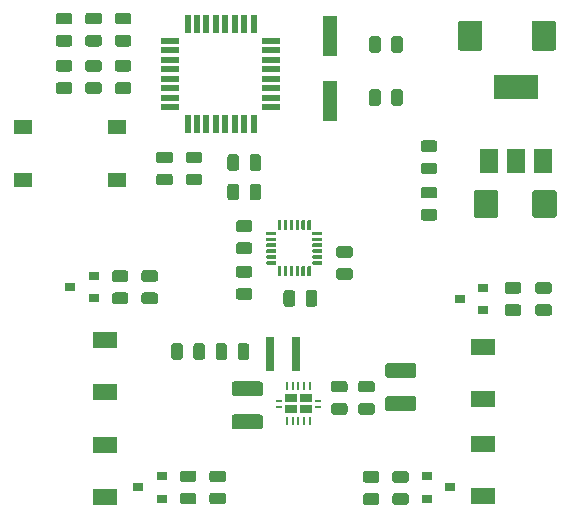
<source format=gbr>
G04 #@! TF.GenerationSoftware,KiCad,Pcbnew,(5.1.5-0-10_14)*
G04 #@! TF.CreationDate,2020-06-08T21:05:12+09:00*
G04 #@! TF.ProjectId,controller_system,636f6e74-726f-46c6-9c65-725f73797374,rev?*
G04 #@! TF.SameCoordinates,Original*
G04 #@! TF.FileFunction,Paste,Top*
G04 #@! TF.FilePolarity,Positive*
%FSLAX46Y46*%
G04 Gerber Fmt 4.6, Leading zero omitted, Abs format (unit mm)*
G04 Created by KiCad (PCBNEW (5.1.5-0-10_14)) date 2020-06-08 21:05:12*
%MOMM*%
%LPD*%
G04 APERTURE LIST*
%ADD10R,2.100000X1.400000*%
%ADD11R,1.600000X0.550000*%
%ADD12R,0.550000X1.600000*%
%ADD13C,0.100000*%
%ADD14R,0.800000X2.900000*%
%ADD15R,0.900000X0.800000*%
%ADD16O,0.230000X0.800000*%
%ADD17R,0.230000X0.230000*%
%ADD18R,1.050000X0.680000*%
%ADD19R,0.500000X0.260000*%
%ADD20R,1.500000X2.000000*%
%ADD21R,3.800000X2.000000*%
%ADD22R,1.200000X3.500000*%
%ADD23R,1.550000X1.300000*%
G04 APERTURE END LIST*
D10*
X148500000Y-113300000D03*
X148500000Y-117700000D03*
X180500000Y-113900000D03*
X180500000Y-118300000D03*
X148500000Y-126600000D03*
X148500000Y-122200000D03*
X180500000Y-126450000D03*
X180500000Y-122050000D03*
D11*
X162500000Y-93550000D03*
X162500000Y-92750000D03*
X162500000Y-91950000D03*
X162500000Y-91150000D03*
X162500000Y-90350000D03*
X162500000Y-89550000D03*
X162500000Y-88750000D03*
X162500000Y-87950000D03*
D12*
X161050000Y-86500000D03*
X160250000Y-86500000D03*
X159450000Y-86500000D03*
X158650000Y-86500000D03*
X157850000Y-86500000D03*
X157050000Y-86500000D03*
X156250000Y-86500000D03*
X155450000Y-86500000D03*
D11*
X154000000Y-87950000D03*
X154000000Y-88750000D03*
X154000000Y-89550000D03*
X154000000Y-90350000D03*
X154000000Y-91150000D03*
X154000000Y-91950000D03*
X154000000Y-92750000D03*
X154000000Y-93550000D03*
D12*
X155450000Y-95000000D03*
X156250000Y-95000000D03*
X157050000Y-95000000D03*
X157850000Y-95000000D03*
X158650000Y-95000000D03*
X159450000Y-95000000D03*
X160250000Y-95000000D03*
X161050000Y-95000000D03*
D13*
G36*
X160730142Y-105013674D02*
G01*
X160753803Y-105017184D01*
X160777007Y-105022996D01*
X160799529Y-105031054D01*
X160821153Y-105041282D01*
X160841670Y-105053579D01*
X160860883Y-105067829D01*
X160878607Y-105083893D01*
X160894671Y-105101617D01*
X160908921Y-105120830D01*
X160921218Y-105141347D01*
X160931446Y-105162971D01*
X160939504Y-105185493D01*
X160945316Y-105208697D01*
X160948826Y-105232358D01*
X160950000Y-105256250D01*
X160950000Y-105743750D01*
X160948826Y-105767642D01*
X160945316Y-105791303D01*
X160939504Y-105814507D01*
X160931446Y-105837029D01*
X160921218Y-105858653D01*
X160908921Y-105879170D01*
X160894671Y-105898383D01*
X160878607Y-105916107D01*
X160860883Y-105932171D01*
X160841670Y-105946421D01*
X160821153Y-105958718D01*
X160799529Y-105968946D01*
X160777007Y-105977004D01*
X160753803Y-105982816D01*
X160730142Y-105986326D01*
X160706250Y-105987500D01*
X159793750Y-105987500D01*
X159769858Y-105986326D01*
X159746197Y-105982816D01*
X159722993Y-105977004D01*
X159700471Y-105968946D01*
X159678847Y-105958718D01*
X159658330Y-105946421D01*
X159639117Y-105932171D01*
X159621393Y-105916107D01*
X159605329Y-105898383D01*
X159591079Y-105879170D01*
X159578782Y-105858653D01*
X159568554Y-105837029D01*
X159560496Y-105814507D01*
X159554684Y-105791303D01*
X159551174Y-105767642D01*
X159550000Y-105743750D01*
X159550000Y-105256250D01*
X159551174Y-105232358D01*
X159554684Y-105208697D01*
X159560496Y-105185493D01*
X159568554Y-105162971D01*
X159578782Y-105141347D01*
X159591079Y-105120830D01*
X159605329Y-105101617D01*
X159621393Y-105083893D01*
X159639117Y-105067829D01*
X159658330Y-105053579D01*
X159678847Y-105041282D01*
X159700471Y-105031054D01*
X159722993Y-105022996D01*
X159746197Y-105017184D01*
X159769858Y-105013674D01*
X159793750Y-105012500D01*
X160706250Y-105012500D01*
X160730142Y-105013674D01*
G37*
G36*
X160730142Y-103138674D02*
G01*
X160753803Y-103142184D01*
X160777007Y-103147996D01*
X160799529Y-103156054D01*
X160821153Y-103166282D01*
X160841670Y-103178579D01*
X160860883Y-103192829D01*
X160878607Y-103208893D01*
X160894671Y-103226617D01*
X160908921Y-103245830D01*
X160921218Y-103266347D01*
X160931446Y-103287971D01*
X160939504Y-103310493D01*
X160945316Y-103333697D01*
X160948826Y-103357358D01*
X160950000Y-103381250D01*
X160950000Y-103868750D01*
X160948826Y-103892642D01*
X160945316Y-103916303D01*
X160939504Y-103939507D01*
X160931446Y-103962029D01*
X160921218Y-103983653D01*
X160908921Y-104004170D01*
X160894671Y-104023383D01*
X160878607Y-104041107D01*
X160860883Y-104057171D01*
X160841670Y-104071421D01*
X160821153Y-104083718D01*
X160799529Y-104093946D01*
X160777007Y-104102004D01*
X160753803Y-104107816D01*
X160730142Y-104111326D01*
X160706250Y-104112500D01*
X159793750Y-104112500D01*
X159769858Y-104111326D01*
X159746197Y-104107816D01*
X159722993Y-104102004D01*
X159700471Y-104093946D01*
X159678847Y-104083718D01*
X159658330Y-104071421D01*
X159639117Y-104057171D01*
X159621393Y-104041107D01*
X159605329Y-104023383D01*
X159591079Y-104004170D01*
X159578782Y-103983653D01*
X159568554Y-103962029D01*
X159560496Y-103939507D01*
X159554684Y-103916303D01*
X159551174Y-103892642D01*
X159550000Y-103868750D01*
X159550000Y-103381250D01*
X159551174Y-103357358D01*
X159554684Y-103333697D01*
X159560496Y-103310493D01*
X159568554Y-103287971D01*
X159578782Y-103266347D01*
X159591079Y-103245830D01*
X159605329Y-103226617D01*
X159621393Y-103208893D01*
X159639117Y-103192829D01*
X159658330Y-103178579D01*
X159678847Y-103166282D01*
X159700471Y-103156054D01*
X159722993Y-103147996D01*
X159746197Y-103142184D01*
X159769858Y-103138674D01*
X159793750Y-103137500D01*
X160706250Y-103137500D01*
X160730142Y-103138674D01*
G37*
G36*
X166205142Y-109051174D02*
G01*
X166228803Y-109054684D01*
X166252007Y-109060496D01*
X166274529Y-109068554D01*
X166296153Y-109078782D01*
X166316670Y-109091079D01*
X166335883Y-109105329D01*
X166353607Y-109121393D01*
X166369671Y-109139117D01*
X166383921Y-109158330D01*
X166396218Y-109178847D01*
X166406446Y-109200471D01*
X166414504Y-109222993D01*
X166420316Y-109246197D01*
X166423826Y-109269858D01*
X166425000Y-109293750D01*
X166425000Y-110206250D01*
X166423826Y-110230142D01*
X166420316Y-110253803D01*
X166414504Y-110277007D01*
X166406446Y-110299529D01*
X166396218Y-110321153D01*
X166383921Y-110341670D01*
X166369671Y-110360883D01*
X166353607Y-110378607D01*
X166335883Y-110394671D01*
X166316670Y-110408921D01*
X166296153Y-110421218D01*
X166274529Y-110431446D01*
X166252007Y-110439504D01*
X166228803Y-110445316D01*
X166205142Y-110448826D01*
X166181250Y-110450000D01*
X165693750Y-110450000D01*
X165669858Y-110448826D01*
X165646197Y-110445316D01*
X165622993Y-110439504D01*
X165600471Y-110431446D01*
X165578847Y-110421218D01*
X165558330Y-110408921D01*
X165539117Y-110394671D01*
X165521393Y-110378607D01*
X165505329Y-110360883D01*
X165491079Y-110341670D01*
X165478782Y-110321153D01*
X165468554Y-110299529D01*
X165460496Y-110277007D01*
X165454684Y-110253803D01*
X165451174Y-110230142D01*
X165450000Y-110206250D01*
X165450000Y-109293750D01*
X165451174Y-109269858D01*
X165454684Y-109246197D01*
X165460496Y-109222993D01*
X165468554Y-109200471D01*
X165478782Y-109178847D01*
X165491079Y-109158330D01*
X165505329Y-109139117D01*
X165521393Y-109121393D01*
X165539117Y-109105329D01*
X165558330Y-109091079D01*
X165578847Y-109078782D01*
X165600471Y-109068554D01*
X165622993Y-109060496D01*
X165646197Y-109054684D01*
X165669858Y-109051174D01*
X165693750Y-109050000D01*
X166181250Y-109050000D01*
X166205142Y-109051174D01*
G37*
G36*
X164330142Y-109051174D02*
G01*
X164353803Y-109054684D01*
X164377007Y-109060496D01*
X164399529Y-109068554D01*
X164421153Y-109078782D01*
X164441670Y-109091079D01*
X164460883Y-109105329D01*
X164478607Y-109121393D01*
X164494671Y-109139117D01*
X164508921Y-109158330D01*
X164521218Y-109178847D01*
X164531446Y-109200471D01*
X164539504Y-109222993D01*
X164545316Y-109246197D01*
X164548826Y-109269858D01*
X164550000Y-109293750D01*
X164550000Y-110206250D01*
X164548826Y-110230142D01*
X164545316Y-110253803D01*
X164539504Y-110277007D01*
X164531446Y-110299529D01*
X164521218Y-110321153D01*
X164508921Y-110341670D01*
X164494671Y-110360883D01*
X164478607Y-110378607D01*
X164460883Y-110394671D01*
X164441670Y-110408921D01*
X164421153Y-110421218D01*
X164399529Y-110431446D01*
X164377007Y-110439504D01*
X164353803Y-110445316D01*
X164330142Y-110448826D01*
X164306250Y-110450000D01*
X163818750Y-110450000D01*
X163794858Y-110448826D01*
X163771197Y-110445316D01*
X163747993Y-110439504D01*
X163725471Y-110431446D01*
X163703847Y-110421218D01*
X163683330Y-110408921D01*
X163664117Y-110394671D01*
X163646393Y-110378607D01*
X163630329Y-110360883D01*
X163616079Y-110341670D01*
X163603782Y-110321153D01*
X163593554Y-110299529D01*
X163585496Y-110277007D01*
X163579684Y-110253803D01*
X163576174Y-110230142D01*
X163575000Y-110206250D01*
X163575000Y-109293750D01*
X163576174Y-109269858D01*
X163579684Y-109246197D01*
X163585496Y-109222993D01*
X163593554Y-109200471D01*
X163603782Y-109178847D01*
X163616079Y-109158330D01*
X163630329Y-109139117D01*
X163646393Y-109121393D01*
X163664117Y-109105329D01*
X163683330Y-109091079D01*
X163703847Y-109078782D01*
X163725471Y-109068554D01*
X163747993Y-109060496D01*
X163771197Y-109054684D01*
X163794858Y-109051174D01*
X163818750Y-109050000D01*
X164306250Y-109050000D01*
X164330142Y-109051174D01*
G37*
G36*
X169230142Y-105326174D02*
G01*
X169253803Y-105329684D01*
X169277007Y-105335496D01*
X169299529Y-105343554D01*
X169321153Y-105353782D01*
X169341670Y-105366079D01*
X169360883Y-105380329D01*
X169378607Y-105396393D01*
X169394671Y-105414117D01*
X169408921Y-105433330D01*
X169421218Y-105453847D01*
X169431446Y-105475471D01*
X169439504Y-105497993D01*
X169445316Y-105521197D01*
X169448826Y-105544858D01*
X169450000Y-105568750D01*
X169450000Y-106056250D01*
X169448826Y-106080142D01*
X169445316Y-106103803D01*
X169439504Y-106127007D01*
X169431446Y-106149529D01*
X169421218Y-106171153D01*
X169408921Y-106191670D01*
X169394671Y-106210883D01*
X169378607Y-106228607D01*
X169360883Y-106244671D01*
X169341670Y-106258921D01*
X169321153Y-106271218D01*
X169299529Y-106281446D01*
X169277007Y-106289504D01*
X169253803Y-106295316D01*
X169230142Y-106298826D01*
X169206250Y-106300000D01*
X168293750Y-106300000D01*
X168269858Y-106298826D01*
X168246197Y-106295316D01*
X168222993Y-106289504D01*
X168200471Y-106281446D01*
X168178847Y-106271218D01*
X168158330Y-106258921D01*
X168139117Y-106244671D01*
X168121393Y-106228607D01*
X168105329Y-106210883D01*
X168091079Y-106191670D01*
X168078782Y-106171153D01*
X168068554Y-106149529D01*
X168060496Y-106127007D01*
X168054684Y-106103803D01*
X168051174Y-106080142D01*
X168050000Y-106056250D01*
X168050000Y-105568750D01*
X168051174Y-105544858D01*
X168054684Y-105521197D01*
X168060496Y-105497993D01*
X168068554Y-105475471D01*
X168078782Y-105453847D01*
X168091079Y-105433330D01*
X168105329Y-105414117D01*
X168121393Y-105396393D01*
X168139117Y-105380329D01*
X168158330Y-105366079D01*
X168178847Y-105353782D01*
X168200471Y-105343554D01*
X168222993Y-105335496D01*
X168246197Y-105329684D01*
X168269858Y-105326174D01*
X168293750Y-105325000D01*
X169206250Y-105325000D01*
X169230142Y-105326174D01*
G37*
G36*
X169230142Y-107201174D02*
G01*
X169253803Y-107204684D01*
X169277007Y-107210496D01*
X169299529Y-107218554D01*
X169321153Y-107228782D01*
X169341670Y-107241079D01*
X169360883Y-107255329D01*
X169378607Y-107271393D01*
X169394671Y-107289117D01*
X169408921Y-107308330D01*
X169421218Y-107328847D01*
X169431446Y-107350471D01*
X169439504Y-107372993D01*
X169445316Y-107396197D01*
X169448826Y-107419858D01*
X169450000Y-107443750D01*
X169450000Y-107931250D01*
X169448826Y-107955142D01*
X169445316Y-107978803D01*
X169439504Y-108002007D01*
X169431446Y-108024529D01*
X169421218Y-108046153D01*
X169408921Y-108066670D01*
X169394671Y-108085883D01*
X169378607Y-108103607D01*
X169360883Y-108119671D01*
X169341670Y-108133921D01*
X169321153Y-108146218D01*
X169299529Y-108156446D01*
X169277007Y-108164504D01*
X169253803Y-108170316D01*
X169230142Y-108173826D01*
X169206250Y-108175000D01*
X168293750Y-108175000D01*
X168269858Y-108173826D01*
X168246197Y-108170316D01*
X168222993Y-108164504D01*
X168200471Y-108156446D01*
X168178847Y-108146218D01*
X168158330Y-108133921D01*
X168139117Y-108119671D01*
X168121393Y-108103607D01*
X168105329Y-108085883D01*
X168091079Y-108066670D01*
X168078782Y-108046153D01*
X168068554Y-108024529D01*
X168060496Y-108002007D01*
X168054684Y-107978803D01*
X168051174Y-107955142D01*
X168050000Y-107931250D01*
X168050000Y-107443750D01*
X168051174Y-107419858D01*
X168054684Y-107396197D01*
X168060496Y-107372993D01*
X168068554Y-107350471D01*
X168078782Y-107328847D01*
X168091079Y-107308330D01*
X168105329Y-107289117D01*
X168121393Y-107271393D01*
X168139117Y-107255329D01*
X168158330Y-107241079D01*
X168178847Y-107228782D01*
X168200471Y-107218554D01*
X168222993Y-107210496D01*
X168246197Y-107204684D01*
X168269858Y-107201174D01*
X168293750Y-107200000D01*
X169206250Y-107200000D01*
X169230142Y-107201174D01*
G37*
G36*
X160730142Y-108888674D02*
G01*
X160753803Y-108892184D01*
X160777007Y-108897996D01*
X160799529Y-108906054D01*
X160821153Y-108916282D01*
X160841670Y-108928579D01*
X160860883Y-108942829D01*
X160878607Y-108958893D01*
X160894671Y-108976617D01*
X160908921Y-108995830D01*
X160921218Y-109016347D01*
X160931446Y-109037971D01*
X160939504Y-109060493D01*
X160945316Y-109083697D01*
X160948826Y-109107358D01*
X160950000Y-109131250D01*
X160950000Y-109618750D01*
X160948826Y-109642642D01*
X160945316Y-109666303D01*
X160939504Y-109689507D01*
X160931446Y-109712029D01*
X160921218Y-109733653D01*
X160908921Y-109754170D01*
X160894671Y-109773383D01*
X160878607Y-109791107D01*
X160860883Y-109807171D01*
X160841670Y-109821421D01*
X160821153Y-109833718D01*
X160799529Y-109843946D01*
X160777007Y-109852004D01*
X160753803Y-109857816D01*
X160730142Y-109861326D01*
X160706250Y-109862500D01*
X159793750Y-109862500D01*
X159769858Y-109861326D01*
X159746197Y-109857816D01*
X159722993Y-109852004D01*
X159700471Y-109843946D01*
X159678847Y-109833718D01*
X159658330Y-109821421D01*
X159639117Y-109807171D01*
X159621393Y-109791107D01*
X159605329Y-109773383D01*
X159591079Y-109754170D01*
X159578782Y-109733653D01*
X159568554Y-109712029D01*
X159560496Y-109689507D01*
X159554684Y-109666303D01*
X159551174Y-109642642D01*
X159550000Y-109618750D01*
X159550000Y-109131250D01*
X159551174Y-109107358D01*
X159554684Y-109083697D01*
X159560496Y-109060493D01*
X159568554Y-109037971D01*
X159578782Y-109016347D01*
X159591079Y-108995830D01*
X159605329Y-108976617D01*
X159621393Y-108958893D01*
X159639117Y-108942829D01*
X159658330Y-108928579D01*
X159678847Y-108916282D01*
X159700471Y-108906054D01*
X159722993Y-108897996D01*
X159746197Y-108892184D01*
X159769858Y-108888674D01*
X159793750Y-108887500D01*
X160706250Y-108887500D01*
X160730142Y-108888674D01*
G37*
G36*
X160730142Y-107013674D02*
G01*
X160753803Y-107017184D01*
X160777007Y-107022996D01*
X160799529Y-107031054D01*
X160821153Y-107041282D01*
X160841670Y-107053579D01*
X160860883Y-107067829D01*
X160878607Y-107083893D01*
X160894671Y-107101617D01*
X160908921Y-107120830D01*
X160921218Y-107141347D01*
X160931446Y-107162971D01*
X160939504Y-107185493D01*
X160945316Y-107208697D01*
X160948826Y-107232358D01*
X160950000Y-107256250D01*
X160950000Y-107743750D01*
X160948826Y-107767642D01*
X160945316Y-107791303D01*
X160939504Y-107814507D01*
X160931446Y-107837029D01*
X160921218Y-107858653D01*
X160908921Y-107879170D01*
X160894671Y-107898383D01*
X160878607Y-107916107D01*
X160860883Y-107932171D01*
X160841670Y-107946421D01*
X160821153Y-107958718D01*
X160799529Y-107968946D01*
X160777007Y-107977004D01*
X160753803Y-107982816D01*
X160730142Y-107986326D01*
X160706250Y-107987500D01*
X159793750Y-107987500D01*
X159769858Y-107986326D01*
X159746197Y-107982816D01*
X159722993Y-107977004D01*
X159700471Y-107968946D01*
X159678847Y-107958718D01*
X159658330Y-107946421D01*
X159639117Y-107932171D01*
X159621393Y-107916107D01*
X159605329Y-107898383D01*
X159591079Y-107879170D01*
X159578782Y-107858653D01*
X159568554Y-107837029D01*
X159560496Y-107814507D01*
X159554684Y-107791303D01*
X159551174Y-107767642D01*
X159550000Y-107743750D01*
X159550000Y-107256250D01*
X159551174Y-107232358D01*
X159554684Y-107208697D01*
X159560496Y-107185493D01*
X159568554Y-107162971D01*
X159578782Y-107141347D01*
X159591079Y-107120830D01*
X159605329Y-107101617D01*
X159621393Y-107083893D01*
X159639117Y-107067829D01*
X159658330Y-107053579D01*
X159678847Y-107041282D01*
X159700471Y-107031054D01*
X159722993Y-107022996D01*
X159746197Y-107017184D01*
X159769858Y-107013674D01*
X159793750Y-107012500D01*
X160706250Y-107012500D01*
X160730142Y-107013674D01*
G37*
G36*
X150480142Y-89576174D02*
G01*
X150503803Y-89579684D01*
X150527007Y-89585496D01*
X150549529Y-89593554D01*
X150571153Y-89603782D01*
X150591670Y-89616079D01*
X150610883Y-89630329D01*
X150628607Y-89646393D01*
X150644671Y-89664117D01*
X150658921Y-89683330D01*
X150671218Y-89703847D01*
X150681446Y-89725471D01*
X150689504Y-89747993D01*
X150695316Y-89771197D01*
X150698826Y-89794858D01*
X150700000Y-89818750D01*
X150700000Y-90306250D01*
X150698826Y-90330142D01*
X150695316Y-90353803D01*
X150689504Y-90377007D01*
X150681446Y-90399529D01*
X150671218Y-90421153D01*
X150658921Y-90441670D01*
X150644671Y-90460883D01*
X150628607Y-90478607D01*
X150610883Y-90494671D01*
X150591670Y-90508921D01*
X150571153Y-90521218D01*
X150549529Y-90531446D01*
X150527007Y-90539504D01*
X150503803Y-90545316D01*
X150480142Y-90548826D01*
X150456250Y-90550000D01*
X149543750Y-90550000D01*
X149519858Y-90548826D01*
X149496197Y-90545316D01*
X149472993Y-90539504D01*
X149450471Y-90531446D01*
X149428847Y-90521218D01*
X149408330Y-90508921D01*
X149389117Y-90494671D01*
X149371393Y-90478607D01*
X149355329Y-90460883D01*
X149341079Y-90441670D01*
X149328782Y-90421153D01*
X149318554Y-90399529D01*
X149310496Y-90377007D01*
X149304684Y-90353803D01*
X149301174Y-90330142D01*
X149300000Y-90306250D01*
X149300000Y-89818750D01*
X149301174Y-89794858D01*
X149304684Y-89771197D01*
X149310496Y-89747993D01*
X149318554Y-89725471D01*
X149328782Y-89703847D01*
X149341079Y-89683330D01*
X149355329Y-89664117D01*
X149371393Y-89646393D01*
X149389117Y-89630329D01*
X149408330Y-89616079D01*
X149428847Y-89603782D01*
X149450471Y-89593554D01*
X149472993Y-89585496D01*
X149496197Y-89579684D01*
X149519858Y-89576174D01*
X149543750Y-89575000D01*
X150456250Y-89575000D01*
X150480142Y-89576174D01*
G37*
G36*
X150480142Y-91451174D02*
G01*
X150503803Y-91454684D01*
X150527007Y-91460496D01*
X150549529Y-91468554D01*
X150571153Y-91478782D01*
X150591670Y-91491079D01*
X150610883Y-91505329D01*
X150628607Y-91521393D01*
X150644671Y-91539117D01*
X150658921Y-91558330D01*
X150671218Y-91578847D01*
X150681446Y-91600471D01*
X150689504Y-91622993D01*
X150695316Y-91646197D01*
X150698826Y-91669858D01*
X150700000Y-91693750D01*
X150700000Y-92181250D01*
X150698826Y-92205142D01*
X150695316Y-92228803D01*
X150689504Y-92252007D01*
X150681446Y-92274529D01*
X150671218Y-92296153D01*
X150658921Y-92316670D01*
X150644671Y-92335883D01*
X150628607Y-92353607D01*
X150610883Y-92369671D01*
X150591670Y-92383921D01*
X150571153Y-92396218D01*
X150549529Y-92406446D01*
X150527007Y-92414504D01*
X150503803Y-92420316D01*
X150480142Y-92423826D01*
X150456250Y-92425000D01*
X149543750Y-92425000D01*
X149519858Y-92423826D01*
X149496197Y-92420316D01*
X149472993Y-92414504D01*
X149450471Y-92406446D01*
X149428847Y-92396218D01*
X149408330Y-92383921D01*
X149389117Y-92369671D01*
X149371393Y-92353607D01*
X149355329Y-92335883D01*
X149341079Y-92316670D01*
X149328782Y-92296153D01*
X149318554Y-92274529D01*
X149310496Y-92252007D01*
X149304684Y-92228803D01*
X149301174Y-92205142D01*
X149300000Y-92181250D01*
X149300000Y-91693750D01*
X149301174Y-91669858D01*
X149304684Y-91646197D01*
X149310496Y-91622993D01*
X149318554Y-91600471D01*
X149328782Y-91578847D01*
X149341079Y-91558330D01*
X149355329Y-91539117D01*
X149371393Y-91521393D01*
X149389117Y-91505329D01*
X149408330Y-91491079D01*
X149428847Y-91478782D01*
X149450471Y-91468554D01*
X149472993Y-91460496D01*
X149496197Y-91454684D01*
X149519858Y-91451174D01*
X149543750Y-91450000D01*
X150456250Y-91450000D01*
X150480142Y-91451174D01*
G37*
G36*
X150480142Y-85576174D02*
G01*
X150503803Y-85579684D01*
X150527007Y-85585496D01*
X150549529Y-85593554D01*
X150571153Y-85603782D01*
X150591670Y-85616079D01*
X150610883Y-85630329D01*
X150628607Y-85646393D01*
X150644671Y-85664117D01*
X150658921Y-85683330D01*
X150671218Y-85703847D01*
X150681446Y-85725471D01*
X150689504Y-85747993D01*
X150695316Y-85771197D01*
X150698826Y-85794858D01*
X150700000Y-85818750D01*
X150700000Y-86306250D01*
X150698826Y-86330142D01*
X150695316Y-86353803D01*
X150689504Y-86377007D01*
X150681446Y-86399529D01*
X150671218Y-86421153D01*
X150658921Y-86441670D01*
X150644671Y-86460883D01*
X150628607Y-86478607D01*
X150610883Y-86494671D01*
X150591670Y-86508921D01*
X150571153Y-86521218D01*
X150549529Y-86531446D01*
X150527007Y-86539504D01*
X150503803Y-86545316D01*
X150480142Y-86548826D01*
X150456250Y-86550000D01*
X149543750Y-86550000D01*
X149519858Y-86548826D01*
X149496197Y-86545316D01*
X149472993Y-86539504D01*
X149450471Y-86531446D01*
X149428847Y-86521218D01*
X149408330Y-86508921D01*
X149389117Y-86494671D01*
X149371393Y-86478607D01*
X149355329Y-86460883D01*
X149341079Y-86441670D01*
X149328782Y-86421153D01*
X149318554Y-86399529D01*
X149310496Y-86377007D01*
X149304684Y-86353803D01*
X149301174Y-86330142D01*
X149300000Y-86306250D01*
X149300000Y-85818750D01*
X149301174Y-85794858D01*
X149304684Y-85771197D01*
X149310496Y-85747993D01*
X149318554Y-85725471D01*
X149328782Y-85703847D01*
X149341079Y-85683330D01*
X149355329Y-85664117D01*
X149371393Y-85646393D01*
X149389117Y-85630329D01*
X149408330Y-85616079D01*
X149428847Y-85603782D01*
X149450471Y-85593554D01*
X149472993Y-85585496D01*
X149496197Y-85579684D01*
X149519858Y-85576174D01*
X149543750Y-85575000D01*
X150456250Y-85575000D01*
X150480142Y-85576174D01*
G37*
G36*
X150480142Y-87451174D02*
G01*
X150503803Y-87454684D01*
X150527007Y-87460496D01*
X150549529Y-87468554D01*
X150571153Y-87478782D01*
X150591670Y-87491079D01*
X150610883Y-87505329D01*
X150628607Y-87521393D01*
X150644671Y-87539117D01*
X150658921Y-87558330D01*
X150671218Y-87578847D01*
X150681446Y-87600471D01*
X150689504Y-87622993D01*
X150695316Y-87646197D01*
X150698826Y-87669858D01*
X150700000Y-87693750D01*
X150700000Y-88181250D01*
X150698826Y-88205142D01*
X150695316Y-88228803D01*
X150689504Y-88252007D01*
X150681446Y-88274529D01*
X150671218Y-88296153D01*
X150658921Y-88316670D01*
X150644671Y-88335883D01*
X150628607Y-88353607D01*
X150610883Y-88369671D01*
X150591670Y-88383921D01*
X150571153Y-88396218D01*
X150549529Y-88406446D01*
X150527007Y-88414504D01*
X150503803Y-88420316D01*
X150480142Y-88423826D01*
X150456250Y-88425000D01*
X149543750Y-88425000D01*
X149519858Y-88423826D01*
X149496197Y-88420316D01*
X149472993Y-88414504D01*
X149450471Y-88406446D01*
X149428847Y-88396218D01*
X149408330Y-88383921D01*
X149389117Y-88369671D01*
X149371393Y-88353607D01*
X149355329Y-88335883D01*
X149341079Y-88316670D01*
X149328782Y-88296153D01*
X149318554Y-88274529D01*
X149310496Y-88252007D01*
X149304684Y-88228803D01*
X149301174Y-88205142D01*
X149300000Y-88181250D01*
X149300000Y-87693750D01*
X149301174Y-87669858D01*
X149304684Y-87646197D01*
X149310496Y-87622993D01*
X149318554Y-87600471D01*
X149328782Y-87578847D01*
X149341079Y-87558330D01*
X149355329Y-87539117D01*
X149371393Y-87521393D01*
X149389117Y-87505329D01*
X149408330Y-87491079D01*
X149428847Y-87478782D01*
X149450471Y-87468554D01*
X149472993Y-87460496D01*
X149496197Y-87454684D01*
X149519858Y-87451174D01*
X149543750Y-87450000D01*
X150456250Y-87450000D01*
X150480142Y-87451174D01*
G37*
G36*
X173455142Y-92051174D02*
G01*
X173478803Y-92054684D01*
X173502007Y-92060496D01*
X173524529Y-92068554D01*
X173546153Y-92078782D01*
X173566670Y-92091079D01*
X173585883Y-92105329D01*
X173603607Y-92121393D01*
X173619671Y-92139117D01*
X173633921Y-92158330D01*
X173646218Y-92178847D01*
X173656446Y-92200471D01*
X173664504Y-92222993D01*
X173670316Y-92246197D01*
X173673826Y-92269858D01*
X173675000Y-92293750D01*
X173675000Y-93206250D01*
X173673826Y-93230142D01*
X173670316Y-93253803D01*
X173664504Y-93277007D01*
X173656446Y-93299529D01*
X173646218Y-93321153D01*
X173633921Y-93341670D01*
X173619671Y-93360883D01*
X173603607Y-93378607D01*
X173585883Y-93394671D01*
X173566670Y-93408921D01*
X173546153Y-93421218D01*
X173524529Y-93431446D01*
X173502007Y-93439504D01*
X173478803Y-93445316D01*
X173455142Y-93448826D01*
X173431250Y-93450000D01*
X172943750Y-93450000D01*
X172919858Y-93448826D01*
X172896197Y-93445316D01*
X172872993Y-93439504D01*
X172850471Y-93431446D01*
X172828847Y-93421218D01*
X172808330Y-93408921D01*
X172789117Y-93394671D01*
X172771393Y-93378607D01*
X172755329Y-93360883D01*
X172741079Y-93341670D01*
X172728782Y-93321153D01*
X172718554Y-93299529D01*
X172710496Y-93277007D01*
X172704684Y-93253803D01*
X172701174Y-93230142D01*
X172700000Y-93206250D01*
X172700000Y-92293750D01*
X172701174Y-92269858D01*
X172704684Y-92246197D01*
X172710496Y-92222993D01*
X172718554Y-92200471D01*
X172728782Y-92178847D01*
X172741079Y-92158330D01*
X172755329Y-92139117D01*
X172771393Y-92121393D01*
X172789117Y-92105329D01*
X172808330Y-92091079D01*
X172828847Y-92078782D01*
X172850471Y-92068554D01*
X172872993Y-92060496D01*
X172896197Y-92054684D01*
X172919858Y-92051174D01*
X172943750Y-92050000D01*
X173431250Y-92050000D01*
X173455142Y-92051174D01*
G37*
G36*
X171580142Y-92051174D02*
G01*
X171603803Y-92054684D01*
X171627007Y-92060496D01*
X171649529Y-92068554D01*
X171671153Y-92078782D01*
X171691670Y-92091079D01*
X171710883Y-92105329D01*
X171728607Y-92121393D01*
X171744671Y-92139117D01*
X171758921Y-92158330D01*
X171771218Y-92178847D01*
X171781446Y-92200471D01*
X171789504Y-92222993D01*
X171795316Y-92246197D01*
X171798826Y-92269858D01*
X171800000Y-92293750D01*
X171800000Y-93206250D01*
X171798826Y-93230142D01*
X171795316Y-93253803D01*
X171789504Y-93277007D01*
X171781446Y-93299529D01*
X171771218Y-93321153D01*
X171758921Y-93341670D01*
X171744671Y-93360883D01*
X171728607Y-93378607D01*
X171710883Y-93394671D01*
X171691670Y-93408921D01*
X171671153Y-93421218D01*
X171649529Y-93431446D01*
X171627007Y-93439504D01*
X171603803Y-93445316D01*
X171580142Y-93448826D01*
X171556250Y-93450000D01*
X171068750Y-93450000D01*
X171044858Y-93448826D01*
X171021197Y-93445316D01*
X170997993Y-93439504D01*
X170975471Y-93431446D01*
X170953847Y-93421218D01*
X170933330Y-93408921D01*
X170914117Y-93394671D01*
X170896393Y-93378607D01*
X170880329Y-93360883D01*
X170866079Y-93341670D01*
X170853782Y-93321153D01*
X170843554Y-93299529D01*
X170835496Y-93277007D01*
X170829684Y-93253803D01*
X170826174Y-93230142D01*
X170825000Y-93206250D01*
X170825000Y-92293750D01*
X170826174Y-92269858D01*
X170829684Y-92246197D01*
X170835496Y-92222993D01*
X170843554Y-92200471D01*
X170853782Y-92178847D01*
X170866079Y-92158330D01*
X170880329Y-92139117D01*
X170896393Y-92121393D01*
X170914117Y-92105329D01*
X170933330Y-92091079D01*
X170953847Y-92078782D01*
X170975471Y-92068554D01*
X170997993Y-92060496D01*
X171021197Y-92054684D01*
X171044858Y-92051174D01*
X171068750Y-92050000D01*
X171556250Y-92050000D01*
X171580142Y-92051174D01*
G37*
G36*
X173455142Y-87551174D02*
G01*
X173478803Y-87554684D01*
X173502007Y-87560496D01*
X173524529Y-87568554D01*
X173546153Y-87578782D01*
X173566670Y-87591079D01*
X173585883Y-87605329D01*
X173603607Y-87621393D01*
X173619671Y-87639117D01*
X173633921Y-87658330D01*
X173646218Y-87678847D01*
X173656446Y-87700471D01*
X173664504Y-87722993D01*
X173670316Y-87746197D01*
X173673826Y-87769858D01*
X173675000Y-87793750D01*
X173675000Y-88706250D01*
X173673826Y-88730142D01*
X173670316Y-88753803D01*
X173664504Y-88777007D01*
X173656446Y-88799529D01*
X173646218Y-88821153D01*
X173633921Y-88841670D01*
X173619671Y-88860883D01*
X173603607Y-88878607D01*
X173585883Y-88894671D01*
X173566670Y-88908921D01*
X173546153Y-88921218D01*
X173524529Y-88931446D01*
X173502007Y-88939504D01*
X173478803Y-88945316D01*
X173455142Y-88948826D01*
X173431250Y-88950000D01*
X172943750Y-88950000D01*
X172919858Y-88948826D01*
X172896197Y-88945316D01*
X172872993Y-88939504D01*
X172850471Y-88931446D01*
X172828847Y-88921218D01*
X172808330Y-88908921D01*
X172789117Y-88894671D01*
X172771393Y-88878607D01*
X172755329Y-88860883D01*
X172741079Y-88841670D01*
X172728782Y-88821153D01*
X172718554Y-88799529D01*
X172710496Y-88777007D01*
X172704684Y-88753803D01*
X172701174Y-88730142D01*
X172700000Y-88706250D01*
X172700000Y-87793750D01*
X172701174Y-87769858D01*
X172704684Y-87746197D01*
X172710496Y-87722993D01*
X172718554Y-87700471D01*
X172728782Y-87678847D01*
X172741079Y-87658330D01*
X172755329Y-87639117D01*
X172771393Y-87621393D01*
X172789117Y-87605329D01*
X172808330Y-87591079D01*
X172828847Y-87578782D01*
X172850471Y-87568554D01*
X172872993Y-87560496D01*
X172896197Y-87554684D01*
X172919858Y-87551174D01*
X172943750Y-87550000D01*
X173431250Y-87550000D01*
X173455142Y-87551174D01*
G37*
G36*
X171580142Y-87551174D02*
G01*
X171603803Y-87554684D01*
X171627007Y-87560496D01*
X171649529Y-87568554D01*
X171671153Y-87578782D01*
X171691670Y-87591079D01*
X171710883Y-87605329D01*
X171728607Y-87621393D01*
X171744671Y-87639117D01*
X171758921Y-87658330D01*
X171771218Y-87678847D01*
X171781446Y-87700471D01*
X171789504Y-87722993D01*
X171795316Y-87746197D01*
X171798826Y-87769858D01*
X171800000Y-87793750D01*
X171800000Y-88706250D01*
X171798826Y-88730142D01*
X171795316Y-88753803D01*
X171789504Y-88777007D01*
X171781446Y-88799529D01*
X171771218Y-88821153D01*
X171758921Y-88841670D01*
X171744671Y-88860883D01*
X171728607Y-88878607D01*
X171710883Y-88894671D01*
X171691670Y-88908921D01*
X171671153Y-88921218D01*
X171649529Y-88931446D01*
X171627007Y-88939504D01*
X171603803Y-88945316D01*
X171580142Y-88948826D01*
X171556250Y-88950000D01*
X171068750Y-88950000D01*
X171044858Y-88948826D01*
X171021197Y-88945316D01*
X170997993Y-88939504D01*
X170975471Y-88931446D01*
X170953847Y-88921218D01*
X170933330Y-88908921D01*
X170914117Y-88894671D01*
X170896393Y-88878607D01*
X170880329Y-88860883D01*
X170866079Y-88841670D01*
X170853782Y-88821153D01*
X170843554Y-88799529D01*
X170835496Y-88777007D01*
X170829684Y-88753803D01*
X170826174Y-88730142D01*
X170825000Y-88706250D01*
X170825000Y-87793750D01*
X170826174Y-87769858D01*
X170829684Y-87746197D01*
X170835496Y-87722993D01*
X170843554Y-87700471D01*
X170853782Y-87678847D01*
X170866079Y-87658330D01*
X170880329Y-87639117D01*
X170896393Y-87621393D01*
X170914117Y-87605329D01*
X170933330Y-87591079D01*
X170953847Y-87578782D01*
X170975471Y-87568554D01*
X170997993Y-87560496D01*
X171021197Y-87554684D01*
X171044858Y-87551174D01*
X171068750Y-87550000D01*
X171556250Y-87550000D01*
X171580142Y-87551174D01*
G37*
G36*
X159580142Y-100051174D02*
G01*
X159603803Y-100054684D01*
X159627007Y-100060496D01*
X159649529Y-100068554D01*
X159671153Y-100078782D01*
X159691670Y-100091079D01*
X159710883Y-100105329D01*
X159728607Y-100121393D01*
X159744671Y-100139117D01*
X159758921Y-100158330D01*
X159771218Y-100178847D01*
X159781446Y-100200471D01*
X159789504Y-100222993D01*
X159795316Y-100246197D01*
X159798826Y-100269858D01*
X159800000Y-100293750D01*
X159800000Y-101206250D01*
X159798826Y-101230142D01*
X159795316Y-101253803D01*
X159789504Y-101277007D01*
X159781446Y-101299529D01*
X159771218Y-101321153D01*
X159758921Y-101341670D01*
X159744671Y-101360883D01*
X159728607Y-101378607D01*
X159710883Y-101394671D01*
X159691670Y-101408921D01*
X159671153Y-101421218D01*
X159649529Y-101431446D01*
X159627007Y-101439504D01*
X159603803Y-101445316D01*
X159580142Y-101448826D01*
X159556250Y-101450000D01*
X159068750Y-101450000D01*
X159044858Y-101448826D01*
X159021197Y-101445316D01*
X158997993Y-101439504D01*
X158975471Y-101431446D01*
X158953847Y-101421218D01*
X158933330Y-101408921D01*
X158914117Y-101394671D01*
X158896393Y-101378607D01*
X158880329Y-101360883D01*
X158866079Y-101341670D01*
X158853782Y-101321153D01*
X158843554Y-101299529D01*
X158835496Y-101277007D01*
X158829684Y-101253803D01*
X158826174Y-101230142D01*
X158825000Y-101206250D01*
X158825000Y-100293750D01*
X158826174Y-100269858D01*
X158829684Y-100246197D01*
X158835496Y-100222993D01*
X158843554Y-100200471D01*
X158853782Y-100178847D01*
X158866079Y-100158330D01*
X158880329Y-100139117D01*
X158896393Y-100121393D01*
X158914117Y-100105329D01*
X158933330Y-100091079D01*
X158953847Y-100078782D01*
X158975471Y-100068554D01*
X158997993Y-100060496D01*
X159021197Y-100054684D01*
X159044858Y-100051174D01*
X159068750Y-100050000D01*
X159556250Y-100050000D01*
X159580142Y-100051174D01*
G37*
G36*
X161455142Y-100051174D02*
G01*
X161478803Y-100054684D01*
X161502007Y-100060496D01*
X161524529Y-100068554D01*
X161546153Y-100078782D01*
X161566670Y-100091079D01*
X161585883Y-100105329D01*
X161603607Y-100121393D01*
X161619671Y-100139117D01*
X161633921Y-100158330D01*
X161646218Y-100178847D01*
X161656446Y-100200471D01*
X161664504Y-100222993D01*
X161670316Y-100246197D01*
X161673826Y-100269858D01*
X161675000Y-100293750D01*
X161675000Y-101206250D01*
X161673826Y-101230142D01*
X161670316Y-101253803D01*
X161664504Y-101277007D01*
X161656446Y-101299529D01*
X161646218Y-101321153D01*
X161633921Y-101341670D01*
X161619671Y-101360883D01*
X161603607Y-101378607D01*
X161585883Y-101394671D01*
X161566670Y-101408921D01*
X161546153Y-101421218D01*
X161524529Y-101431446D01*
X161502007Y-101439504D01*
X161478803Y-101445316D01*
X161455142Y-101448826D01*
X161431250Y-101450000D01*
X160943750Y-101450000D01*
X160919858Y-101448826D01*
X160896197Y-101445316D01*
X160872993Y-101439504D01*
X160850471Y-101431446D01*
X160828847Y-101421218D01*
X160808330Y-101408921D01*
X160789117Y-101394671D01*
X160771393Y-101378607D01*
X160755329Y-101360883D01*
X160741079Y-101341670D01*
X160728782Y-101321153D01*
X160718554Y-101299529D01*
X160710496Y-101277007D01*
X160704684Y-101253803D01*
X160701174Y-101230142D01*
X160700000Y-101206250D01*
X160700000Y-100293750D01*
X160701174Y-100269858D01*
X160704684Y-100246197D01*
X160710496Y-100222993D01*
X160718554Y-100200471D01*
X160728782Y-100178847D01*
X160741079Y-100158330D01*
X160755329Y-100139117D01*
X160771393Y-100121393D01*
X160789117Y-100105329D01*
X160808330Y-100091079D01*
X160828847Y-100078782D01*
X160850471Y-100068554D01*
X160872993Y-100060496D01*
X160896197Y-100054684D01*
X160919858Y-100051174D01*
X160943750Y-100050000D01*
X161431250Y-100050000D01*
X161455142Y-100051174D01*
G37*
G36*
X161599504Y-119579684D02*
G01*
X161623773Y-119583284D01*
X161647571Y-119589245D01*
X161670671Y-119597510D01*
X161692849Y-119608000D01*
X161713893Y-119620613D01*
X161733598Y-119635227D01*
X161751777Y-119651703D01*
X161768253Y-119669882D01*
X161782867Y-119689587D01*
X161795480Y-119710631D01*
X161805970Y-119732809D01*
X161814235Y-119755909D01*
X161820196Y-119779707D01*
X161823796Y-119803976D01*
X161825000Y-119828480D01*
X161825000Y-120578480D01*
X161823796Y-120602984D01*
X161820196Y-120627253D01*
X161814235Y-120651051D01*
X161805970Y-120674151D01*
X161795480Y-120696329D01*
X161782867Y-120717373D01*
X161768253Y-120737078D01*
X161751777Y-120755257D01*
X161733598Y-120771733D01*
X161713893Y-120786347D01*
X161692849Y-120798960D01*
X161670671Y-120809450D01*
X161647571Y-120817715D01*
X161623773Y-120823676D01*
X161599504Y-120827276D01*
X161575000Y-120828480D01*
X159425000Y-120828480D01*
X159400496Y-120827276D01*
X159376227Y-120823676D01*
X159352429Y-120817715D01*
X159329329Y-120809450D01*
X159307151Y-120798960D01*
X159286107Y-120786347D01*
X159266402Y-120771733D01*
X159248223Y-120755257D01*
X159231747Y-120737078D01*
X159217133Y-120717373D01*
X159204520Y-120696329D01*
X159194030Y-120674151D01*
X159185765Y-120651051D01*
X159179804Y-120627253D01*
X159176204Y-120602984D01*
X159175000Y-120578480D01*
X159175000Y-119828480D01*
X159176204Y-119803976D01*
X159179804Y-119779707D01*
X159185765Y-119755909D01*
X159194030Y-119732809D01*
X159204520Y-119710631D01*
X159217133Y-119689587D01*
X159231747Y-119669882D01*
X159248223Y-119651703D01*
X159266402Y-119635227D01*
X159286107Y-119620613D01*
X159307151Y-119608000D01*
X159329329Y-119597510D01*
X159352429Y-119589245D01*
X159376227Y-119583284D01*
X159400496Y-119579684D01*
X159425000Y-119578480D01*
X161575000Y-119578480D01*
X161599504Y-119579684D01*
G37*
G36*
X161599504Y-116779684D02*
G01*
X161623773Y-116783284D01*
X161647571Y-116789245D01*
X161670671Y-116797510D01*
X161692849Y-116808000D01*
X161713893Y-116820613D01*
X161733598Y-116835227D01*
X161751777Y-116851703D01*
X161768253Y-116869882D01*
X161782867Y-116889587D01*
X161795480Y-116910631D01*
X161805970Y-116932809D01*
X161814235Y-116955909D01*
X161820196Y-116979707D01*
X161823796Y-117003976D01*
X161825000Y-117028480D01*
X161825000Y-117778480D01*
X161823796Y-117802984D01*
X161820196Y-117827253D01*
X161814235Y-117851051D01*
X161805970Y-117874151D01*
X161795480Y-117896329D01*
X161782867Y-117917373D01*
X161768253Y-117937078D01*
X161751777Y-117955257D01*
X161733598Y-117971733D01*
X161713893Y-117986347D01*
X161692849Y-117998960D01*
X161670671Y-118009450D01*
X161647571Y-118017715D01*
X161623773Y-118023676D01*
X161599504Y-118027276D01*
X161575000Y-118028480D01*
X159425000Y-118028480D01*
X159400496Y-118027276D01*
X159376227Y-118023676D01*
X159352429Y-118017715D01*
X159329329Y-118009450D01*
X159307151Y-117998960D01*
X159286107Y-117986347D01*
X159266402Y-117971733D01*
X159248223Y-117955257D01*
X159231747Y-117937078D01*
X159217133Y-117917373D01*
X159204520Y-117896329D01*
X159194030Y-117874151D01*
X159185765Y-117851051D01*
X159179804Y-117827253D01*
X159176204Y-117802984D01*
X159175000Y-117778480D01*
X159175000Y-117028480D01*
X159176204Y-117003976D01*
X159179804Y-116979707D01*
X159185765Y-116955909D01*
X159194030Y-116932809D01*
X159204520Y-116910631D01*
X159217133Y-116889587D01*
X159231747Y-116869882D01*
X159248223Y-116851703D01*
X159266402Y-116835227D01*
X159286107Y-116820613D01*
X159307151Y-116808000D01*
X159329329Y-116797510D01*
X159352429Y-116789245D01*
X159376227Y-116783284D01*
X159400496Y-116779684D01*
X159425000Y-116778480D01*
X161575000Y-116778480D01*
X161599504Y-116779684D01*
G37*
G36*
X181549504Y-100576204D02*
G01*
X181573773Y-100579804D01*
X181597571Y-100585765D01*
X181620671Y-100594030D01*
X181642849Y-100604520D01*
X181663893Y-100617133D01*
X181683598Y-100631747D01*
X181701777Y-100648223D01*
X181718253Y-100666402D01*
X181732867Y-100686107D01*
X181745480Y-100707151D01*
X181755970Y-100729329D01*
X181764235Y-100752429D01*
X181770196Y-100776227D01*
X181773796Y-100800496D01*
X181775000Y-100825000D01*
X181775000Y-102675000D01*
X181773796Y-102699504D01*
X181770196Y-102723773D01*
X181764235Y-102747571D01*
X181755970Y-102770671D01*
X181745480Y-102792849D01*
X181732867Y-102813893D01*
X181718253Y-102833598D01*
X181701777Y-102851777D01*
X181683598Y-102868253D01*
X181663893Y-102882867D01*
X181642849Y-102895480D01*
X181620671Y-102905970D01*
X181597571Y-102914235D01*
X181573773Y-102920196D01*
X181549504Y-102923796D01*
X181525000Y-102925000D01*
X179950000Y-102925000D01*
X179925496Y-102923796D01*
X179901227Y-102920196D01*
X179877429Y-102914235D01*
X179854329Y-102905970D01*
X179832151Y-102895480D01*
X179811107Y-102882867D01*
X179791402Y-102868253D01*
X179773223Y-102851777D01*
X179756747Y-102833598D01*
X179742133Y-102813893D01*
X179729520Y-102792849D01*
X179719030Y-102770671D01*
X179710765Y-102747571D01*
X179704804Y-102723773D01*
X179701204Y-102699504D01*
X179700000Y-102675000D01*
X179700000Y-100825000D01*
X179701204Y-100800496D01*
X179704804Y-100776227D01*
X179710765Y-100752429D01*
X179719030Y-100729329D01*
X179729520Y-100707151D01*
X179742133Y-100686107D01*
X179756747Y-100666402D01*
X179773223Y-100648223D01*
X179791402Y-100631747D01*
X179811107Y-100617133D01*
X179832151Y-100604520D01*
X179854329Y-100594030D01*
X179877429Y-100585765D01*
X179901227Y-100579804D01*
X179925496Y-100576204D01*
X179950000Y-100575000D01*
X181525000Y-100575000D01*
X181549504Y-100576204D01*
G37*
G36*
X186474504Y-100576204D02*
G01*
X186498773Y-100579804D01*
X186522571Y-100585765D01*
X186545671Y-100594030D01*
X186567849Y-100604520D01*
X186588893Y-100617133D01*
X186608598Y-100631747D01*
X186626777Y-100648223D01*
X186643253Y-100666402D01*
X186657867Y-100686107D01*
X186670480Y-100707151D01*
X186680970Y-100729329D01*
X186689235Y-100752429D01*
X186695196Y-100776227D01*
X186698796Y-100800496D01*
X186700000Y-100825000D01*
X186700000Y-102675000D01*
X186698796Y-102699504D01*
X186695196Y-102723773D01*
X186689235Y-102747571D01*
X186680970Y-102770671D01*
X186670480Y-102792849D01*
X186657867Y-102813893D01*
X186643253Y-102833598D01*
X186626777Y-102851777D01*
X186608598Y-102868253D01*
X186588893Y-102882867D01*
X186567849Y-102895480D01*
X186545671Y-102905970D01*
X186522571Y-102914235D01*
X186498773Y-102920196D01*
X186474504Y-102923796D01*
X186450000Y-102925000D01*
X184875000Y-102925000D01*
X184850496Y-102923796D01*
X184826227Y-102920196D01*
X184802429Y-102914235D01*
X184779329Y-102905970D01*
X184757151Y-102895480D01*
X184736107Y-102882867D01*
X184716402Y-102868253D01*
X184698223Y-102851777D01*
X184681747Y-102833598D01*
X184667133Y-102813893D01*
X184654520Y-102792849D01*
X184644030Y-102770671D01*
X184635765Y-102747571D01*
X184629804Y-102723773D01*
X184626204Y-102699504D01*
X184625000Y-102675000D01*
X184625000Y-100825000D01*
X184626204Y-100800496D01*
X184629804Y-100776227D01*
X184635765Y-100752429D01*
X184644030Y-100729329D01*
X184654520Y-100707151D01*
X184667133Y-100686107D01*
X184681747Y-100666402D01*
X184698223Y-100648223D01*
X184716402Y-100631747D01*
X184736107Y-100617133D01*
X184757151Y-100604520D01*
X184779329Y-100594030D01*
X184802429Y-100585765D01*
X184826227Y-100579804D01*
X184850496Y-100576204D01*
X184875000Y-100575000D01*
X186450000Y-100575000D01*
X186474504Y-100576204D01*
G37*
G36*
X168780142Y-116741654D02*
G01*
X168803803Y-116745164D01*
X168827007Y-116750976D01*
X168849529Y-116759034D01*
X168871153Y-116769262D01*
X168891670Y-116781559D01*
X168910883Y-116795809D01*
X168928607Y-116811873D01*
X168944671Y-116829597D01*
X168958921Y-116848810D01*
X168971218Y-116869327D01*
X168981446Y-116890951D01*
X168989504Y-116913473D01*
X168995316Y-116936677D01*
X168998826Y-116960338D01*
X169000000Y-116984230D01*
X169000000Y-117471730D01*
X168998826Y-117495622D01*
X168995316Y-117519283D01*
X168989504Y-117542487D01*
X168981446Y-117565009D01*
X168971218Y-117586633D01*
X168958921Y-117607150D01*
X168944671Y-117626363D01*
X168928607Y-117644087D01*
X168910883Y-117660151D01*
X168891670Y-117674401D01*
X168871153Y-117686698D01*
X168849529Y-117696926D01*
X168827007Y-117704984D01*
X168803803Y-117710796D01*
X168780142Y-117714306D01*
X168756250Y-117715480D01*
X167843750Y-117715480D01*
X167819858Y-117714306D01*
X167796197Y-117710796D01*
X167772993Y-117704984D01*
X167750471Y-117696926D01*
X167728847Y-117686698D01*
X167708330Y-117674401D01*
X167689117Y-117660151D01*
X167671393Y-117644087D01*
X167655329Y-117626363D01*
X167641079Y-117607150D01*
X167628782Y-117586633D01*
X167618554Y-117565009D01*
X167610496Y-117542487D01*
X167604684Y-117519283D01*
X167601174Y-117495622D01*
X167600000Y-117471730D01*
X167600000Y-116984230D01*
X167601174Y-116960338D01*
X167604684Y-116936677D01*
X167610496Y-116913473D01*
X167618554Y-116890951D01*
X167628782Y-116869327D01*
X167641079Y-116848810D01*
X167655329Y-116829597D01*
X167671393Y-116811873D01*
X167689117Y-116795809D01*
X167708330Y-116781559D01*
X167728847Y-116769262D01*
X167750471Y-116759034D01*
X167772993Y-116750976D01*
X167796197Y-116745164D01*
X167819858Y-116741654D01*
X167843750Y-116740480D01*
X168756250Y-116740480D01*
X168780142Y-116741654D01*
G37*
G36*
X168780142Y-118616654D02*
G01*
X168803803Y-118620164D01*
X168827007Y-118625976D01*
X168849529Y-118634034D01*
X168871153Y-118644262D01*
X168891670Y-118656559D01*
X168910883Y-118670809D01*
X168928607Y-118686873D01*
X168944671Y-118704597D01*
X168958921Y-118723810D01*
X168971218Y-118744327D01*
X168981446Y-118765951D01*
X168989504Y-118788473D01*
X168995316Y-118811677D01*
X168998826Y-118835338D01*
X169000000Y-118859230D01*
X169000000Y-119346730D01*
X168998826Y-119370622D01*
X168995316Y-119394283D01*
X168989504Y-119417487D01*
X168981446Y-119440009D01*
X168971218Y-119461633D01*
X168958921Y-119482150D01*
X168944671Y-119501363D01*
X168928607Y-119519087D01*
X168910883Y-119535151D01*
X168891670Y-119549401D01*
X168871153Y-119561698D01*
X168849529Y-119571926D01*
X168827007Y-119579984D01*
X168803803Y-119585796D01*
X168780142Y-119589306D01*
X168756250Y-119590480D01*
X167843750Y-119590480D01*
X167819858Y-119589306D01*
X167796197Y-119585796D01*
X167772993Y-119579984D01*
X167750471Y-119571926D01*
X167728847Y-119561698D01*
X167708330Y-119549401D01*
X167689117Y-119535151D01*
X167671393Y-119519087D01*
X167655329Y-119501363D01*
X167641079Y-119482150D01*
X167628782Y-119461633D01*
X167618554Y-119440009D01*
X167610496Y-119417487D01*
X167604684Y-119394283D01*
X167601174Y-119370622D01*
X167600000Y-119346730D01*
X167600000Y-118859230D01*
X167601174Y-118835338D01*
X167604684Y-118811677D01*
X167610496Y-118788473D01*
X167618554Y-118765951D01*
X167628782Y-118744327D01*
X167641079Y-118723810D01*
X167655329Y-118704597D01*
X167671393Y-118686873D01*
X167689117Y-118670809D01*
X167708330Y-118656559D01*
X167728847Y-118644262D01*
X167750471Y-118634034D01*
X167772993Y-118625976D01*
X167796197Y-118620164D01*
X167819858Y-118616654D01*
X167843750Y-118615480D01*
X168756250Y-118615480D01*
X168780142Y-118616654D01*
G37*
G36*
X174599504Y-115226204D02*
G01*
X174623773Y-115229804D01*
X174647571Y-115235765D01*
X174670671Y-115244030D01*
X174692849Y-115254520D01*
X174713893Y-115267133D01*
X174733598Y-115281747D01*
X174751777Y-115298223D01*
X174768253Y-115316402D01*
X174782867Y-115336107D01*
X174795480Y-115357151D01*
X174805970Y-115379329D01*
X174814235Y-115402429D01*
X174820196Y-115426227D01*
X174823796Y-115450496D01*
X174825000Y-115475000D01*
X174825000Y-116225000D01*
X174823796Y-116249504D01*
X174820196Y-116273773D01*
X174814235Y-116297571D01*
X174805970Y-116320671D01*
X174795480Y-116342849D01*
X174782867Y-116363893D01*
X174768253Y-116383598D01*
X174751777Y-116401777D01*
X174733598Y-116418253D01*
X174713893Y-116432867D01*
X174692849Y-116445480D01*
X174670671Y-116455970D01*
X174647571Y-116464235D01*
X174623773Y-116470196D01*
X174599504Y-116473796D01*
X174575000Y-116475000D01*
X172425000Y-116475000D01*
X172400496Y-116473796D01*
X172376227Y-116470196D01*
X172352429Y-116464235D01*
X172329329Y-116455970D01*
X172307151Y-116445480D01*
X172286107Y-116432867D01*
X172266402Y-116418253D01*
X172248223Y-116401777D01*
X172231747Y-116383598D01*
X172217133Y-116363893D01*
X172204520Y-116342849D01*
X172194030Y-116320671D01*
X172185765Y-116297571D01*
X172179804Y-116273773D01*
X172176204Y-116249504D01*
X172175000Y-116225000D01*
X172175000Y-115475000D01*
X172176204Y-115450496D01*
X172179804Y-115426227D01*
X172185765Y-115402429D01*
X172194030Y-115379329D01*
X172204520Y-115357151D01*
X172217133Y-115336107D01*
X172231747Y-115316402D01*
X172248223Y-115298223D01*
X172266402Y-115281747D01*
X172286107Y-115267133D01*
X172307151Y-115254520D01*
X172329329Y-115244030D01*
X172352429Y-115235765D01*
X172376227Y-115229804D01*
X172400496Y-115226204D01*
X172425000Y-115225000D01*
X174575000Y-115225000D01*
X174599504Y-115226204D01*
G37*
G36*
X174599504Y-118026204D02*
G01*
X174623773Y-118029804D01*
X174647571Y-118035765D01*
X174670671Y-118044030D01*
X174692849Y-118054520D01*
X174713893Y-118067133D01*
X174733598Y-118081747D01*
X174751777Y-118098223D01*
X174768253Y-118116402D01*
X174782867Y-118136107D01*
X174795480Y-118157151D01*
X174805970Y-118179329D01*
X174814235Y-118202429D01*
X174820196Y-118226227D01*
X174823796Y-118250496D01*
X174825000Y-118275000D01*
X174825000Y-119025000D01*
X174823796Y-119049504D01*
X174820196Y-119073773D01*
X174814235Y-119097571D01*
X174805970Y-119120671D01*
X174795480Y-119142849D01*
X174782867Y-119163893D01*
X174768253Y-119183598D01*
X174751777Y-119201777D01*
X174733598Y-119218253D01*
X174713893Y-119232867D01*
X174692849Y-119245480D01*
X174670671Y-119255970D01*
X174647571Y-119264235D01*
X174623773Y-119270196D01*
X174599504Y-119273796D01*
X174575000Y-119275000D01*
X172425000Y-119275000D01*
X172400496Y-119273796D01*
X172376227Y-119270196D01*
X172352429Y-119264235D01*
X172329329Y-119255970D01*
X172307151Y-119245480D01*
X172286107Y-119232867D01*
X172266402Y-119218253D01*
X172248223Y-119201777D01*
X172231747Y-119183598D01*
X172217133Y-119163893D01*
X172204520Y-119142849D01*
X172194030Y-119120671D01*
X172185765Y-119097571D01*
X172179804Y-119073773D01*
X172176204Y-119049504D01*
X172175000Y-119025000D01*
X172175000Y-118275000D01*
X172176204Y-118250496D01*
X172179804Y-118226227D01*
X172185765Y-118202429D01*
X172194030Y-118179329D01*
X172204520Y-118157151D01*
X172217133Y-118136107D01*
X172231747Y-118116402D01*
X172248223Y-118098223D01*
X172266402Y-118081747D01*
X172286107Y-118067133D01*
X172307151Y-118054520D01*
X172329329Y-118044030D01*
X172352429Y-118035765D01*
X172376227Y-118029804D01*
X172400496Y-118026204D01*
X172425000Y-118025000D01*
X174575000Y-118025000D01*
X174599504Y-118026204D01*
G37*
G36*
X171080142Y-118616654D02*
G01*
X171103803Y-118620164D01*
X171127007Y-118625976D01*
X171149529Y-118634034D01*
X171171153Y-118644262D01*
X171191670Y-118656559D01*
X171210883Y-118670809D01*
X171228607Y-118686873D01*
X171244671Y-118704597D01*
X171258921Y-118723810D01*
X171271218Y-118744327D01*
X171281446Y-118765951D01*
X171289504Y-118788473D01*
X171295316Y-118811677D01*
X171298826Y-118835338D01*
X171300000Y-118859230D01*
X171300000Y-119346730D01*
X171298826Y-119370622D01*
X171295316Y-119394283D01*
X171289504Y-119417487D01*
X171281446Y-119440009D01*
X171271218Y-119461633D01*
X171258921Y-119482150D01*
X171244671Y-119501363D01*
X171228607Y-119519087D01*
X171210883Y-119535151D01*
X171191670Y-119549401D01*
X171171153Y-119561698D01*
X171149529Y-119571926D01*
X171127007Y-119579984D01*
X171103803Y-119585796D01*
X171080142Y-119589306D01*
X171056250Y-119590480D01*
X170143750Y-119590480D01*
X170119858Y-119589306D01*
X170096197Y-119585796D01*
X170072993Y-119579984D01*
X170050471Y-119571926D01*
X170028847Y-119561698D01*
X170008330Y-119549401D01*
X169989117Y-119535151D01*
X169971393Y-119519087D01*
X169955329Y-119501363D01*
X169941079Y-119482150D01*
X169928782Y-119461633D01*
X169918554Y-119440009D01*
X169910496Y-119417487D01*
X169904684Y-119394283D01*
X169901174Y-119370622D01*
X169900000Y-119346730D01*
X169900000Y-118859230D01*
X169901174Y-118835338D01*
X169904684Y-118811677D01*
X169910496Y-118788473D01*
X169918554Y-118765951D01*
X169928782Y-118744327D01*
X169941079Y-118723810D01*
X169955329Y-118704597D01*
X169971393Y-118686873D01*
X169989117Y-118670809D01*
X170008330Y-118656559D01*
X170028847Y-118644262D01*
X170050471Y-118634034D01*
X170072993Y-118625976D01*
X170096197Y-118620164D01*
X170119858Y-118616654D01*
X170143750Y-118615480D01*
X171056250Y-118615480D01*
X171080142Y-118616654D01*
G37*
G36*
X171080142Y-116741654D02*
G01*
X171103803Y-116745164D01*
X171127007Y-116750976D01*
X171149529Y-116759034D01*
X171171153Y-116769262D01*
X171191670Y-116781559D01*
X171210883Y-116795809D01*
X171228607Y-116811873D01*
X171244671Y-116829597D01*
X171258921Y-116848810D01*
X171271218Y-116869327D01*
X171281446Y-116890951D01*
X171289504Y-116913473D01*
X171295316Y-116936677D01*
X171298826Y-116960338D01*
X171300000Y-116984230D01*
X171300000Y-117471730D01*
X171298826Y-117495622D01*
X171295316Y-117519283D01*
X171289504Y-117542487D01*
X171281446Y-117565009D01*
X171271218Y-117586633D01*
X171258921Y-117607150D01*
X171244671Y-117626363D01*
X171228607Y-117644087D01*
X171210883Y-117660151D01*
X171191670Y-117674401D01*
X171171153Y-117686698D01*
X171149529Y-117696926D01*
X171127007Y-117704984D01*
X171103803Y-117710796D01*
X171080142Y-117714306D01*
X171056250Y-117715480D01*
X170143750Y-117715480D01*
X170119858Y-117714306D01*
X170096197Y-117710796D01*
X170072993Y-117704984D01*
X170050471Y-117696926D01*
X170028847Y-117686698D01*
X170008330Y-117674401D01*
X169989117Y-117660151D01*
X169971393Y-117644087D01*
X169955329Y-117626363D01*
X169941079Y-117607150D01*
X169928782Y-117586633D01*
X169918554Y-117565009D01*
X169910496Y-117542487D01*
X169904684Y-117519283D01*
X169901174Y-117495622D01*
X169900000Y-117471730D01*
X169900000Y-116984230D01*
X169901174Y-116960338D01*
X169904684Y-116936677D01*
X169910496Y-116913473D01*
X169918554Y-116890951D01*
X169928782Y-116869327D01*
X169941079Y-116848810D01*
X169955329Y-116829597D01*
X169971393Y-116811873D01*
X169989117Y-116795809D01*
X170008330Y-116781559D01*
X170028847Y-116769262D01*
X170050471Y-116759034D01*
X170072993Y-116750976D01*
X170096197Y-116745164D01*
X170119858Y-116741654D01*
X170143750Y-116740480D01*
X171056250Y-116740480D01*
X171080142Y-116741654D01*
G37*
G36*
X180199504Y-86226204D02*
G01*
X180223773Y-86229804D01*
X180247571Y-86235765D01*
X180270671Y-86244030D01*
X180292849Y-86254520D01*
X180313893Y-86267133D01*
X180333598Y-86281747D01*
X180351777Y-86298223D01*
X180368253Y-86316402D01*
X180382867Y-86336107D01*
X180395480Y-86357151D01*
X180405970Y-86379329D01*
X180414235Y-86402429D01*
X180420196Y-86426227D01*
X180423796Y-86450496D01*
X180425000Y-86475000D01*
X180425000Y-88525000D01*
X180423796Y-88549504D01*
X180420196Y-88573773D01*
X180414235Y-88597571D01*
X180405970Y-88620671D01*
X180395480Y-88642849D01*
X180382867Y-88663893D01*
X180368253Y-88683598D01*
X180351777Y-88701777D01*
X180333598Y-88718253D01*
X180313893Y-88732867D01*
X180292849Y-88745480D01*
X180270671Y-88755970D01*
X180247571Y-88764235D01*
X180223773Y-88770196D01*
X180199504Y-88773796D01*
X180175000Y-88775000D01*
X178600000Y-88775000D01*
X178575496Y-88773796D01*
X178551227Y-88770196D01*
X178527429Y-88764235D01*
X178504329Y-88755970D01*
X178482151Y-88745480D01*
X178461107Y-88732867D01*
X178441402Y-88718253D01*
X178423223Y-88701777D01*
X178406747Y-88683598D01*
X178392133Y-88663893D01*
X178379520Y-88642849D01*
X178369030Y-88620671D01*
X178360765Y-88597571D01*
X178354804Y-88573773D01*
X178351204Y-88549504D01*
X178350000Y-88525000D01*
X178350000Y-86475000D01*
X178351204Y-86450496D01*
X178354804Y-86426227D01*
X178360765Y-86402429D01*
X178369030Y-86379329D01*
X178379520Y-86357151D01*
X178392133Y-86336107D01*
X178406747Y-86316402D01*
X178423223Y-86298223D01*
X178441402Y-86281747D01*
X178461107Y-86267133D01*
X178482151Y-86254520D01*
X178504329Y-86244030D01*
X178527429Y-86235765D01*
X178551227Y-86229804D01*
X178575496Y-86226204D01*
X178600000Y-86225000D01*
X180175000Y-86225000D01*
X180199504Y-86226204D01*
G37*
G36*
X186424504Y-86226204D02*
G01*
X186448773Y-86229804D01*
X186472571Y-86235765D01*
X186495671Y-86244030D01*
X186517849Y-86254520D01*
X186538893Y-86267133D01*
X186558598Y-86281747D01*
X186576777Y-86298223D01*
X186593253Y-86316402D01*
X186607867Y-86336107D01*
X186620480Y-86357151D01*
X186630970Y-86379329D01*
X186639235Y-86402429D01*
X186645196Y-86426227D01*
X186648796Y-86450496D01*
X186650000Y-86475000D01*
X186650000Y-88525000D01*
X186648796Y-88549504D01*
X186645196Y-88573773D01*
X186639235Y-88597571D01*
X186630970Y-88620671D01*
X186620480Y-88642849D01*
X186607867Y-88663893D01*
X186593253Y-88683598D01*
X186576777Y-88701777D01*
X186558598Y-88718253D01*
X186538893Y-88732867D01*
X186517849Y-88745480D01*
X186495671Y-88755970D01*
X186472571Y-88764235D01*
X186448773Y-88770196D01*
X186424504Y-88773796D01*
X186400000Y-88775000D01*
X184825000Y-88775000D01*
X184800496Y-88773796D01*
X184776227Y-88770196D01*
X184752429Y-88764235D01*
X184729329Y-88755970D01*
X184707151Y-88745480D01*
X184686107Y-88732867D01*
X184666402Y-88718253D01*
X184648223Y-88701777D01*
X184631747Y-88683598D01*
X184617133Y-88663893D01*
X184604520Y-88642849D01*
X184594030Y-88620671D01*
X184585765Y-88597571D01*
X184579804Y-88573773D01*
X184576204Y-88549504D01*
X184575000Y-88525000D01*
X184575000Y-86475000D01*
X184576204Y-86450496D01*
X184579804Y-86426227D01*
X184585765Y-86402429D01*
X184594030Y-86379329D01*
X184604520Y-86357151D01*
X184617133Y-86336107D01*
X184631747Y-86316402D01*
X184648223Y-86298223D01*
X184666402Y-86281747D01*
X184686107Y-86267133D01*
X184707151Y-86254520D01*
X184729329Y-86244030D01*
X184752429Y-86235765D01*
X184776227Y-86229804D01*
X184800496Y-86226204D01*
X184825000Y-86225000D01*
X186400000Y-86225000D01*
X186424504Y-86226204D01*
G37*
G36*
X147980142Y-85576174D02*
G01*
X148003803Y-85579684D01*
X148027007Y-85585496D01*
X148049529Y-85593554D01*
X148071153Y-85603782D01*
X148091670Y-85616079D01*
X148110883Y-85630329D01*
X148128607Y-85646393D01*
X148144671Y-85664117D01*
X148158921Y-85683330D01*
X148171218Y-85703847D01*
X148181446Y-85725471D01*
X148189504Y-85747993D01*
X148195316Y-85771197D01*
X148198826Y-85794858D01*
X148200000Y-85818750D01*
X148200000Y-86306250D01*
X148198826Y-86330142D01*
X148195316Y-86353803D01*
X148189504Y-86377007D01*
X148181446Y-86399529D01*
X148171218Y-86421153D01*
X148158921Y-86441670D01*
X148144671Y-86460883D01*
X148128607Y-86478607D01*
X148110883Y-86494671D01*
X148091670Y-86508921D01*
X148071153Y-86521218D01*
X148049529Y-86531446D01*
X148027007Y-86539504D01*
X148003803Y-86545316D01*
X147980142Y-86548826D01*
X147956250Y-86550000D01*
X147043750Y-86550000D01*
X147019858Y-86548826D01*
X146996197Y-86545316D01*
X146972993Y-86539504D01*
X146950471Y-86531446D01*
X146928847Y-86521218D01*
X146908330Y-86508921D01*
X146889117Y-86494671D01*
X146871393Y-86478607D01*
X146855329Y-86460883D01*
X146841079Y-86441670D01*
X146828782Y-86421153D01*
X146818554Y-86399529D01*
X146810496Y-86377007D01*
X146804684Y-86353803D01*
X146801174Y-86330142D01*
X146800000Y-86306250D01*
X146800000Y-85818750D01*
X146801174Y-85794858D01*
X146804684Y-85771197D01*
X146810496Y-85747993D01*
X146818554Y-85725471D01*
X146828782Y-85703847D01*
X146841079Y-85683330D01*
X146855329Y-85664117D01*
X146871393Y-85646393D01*
X146889117Y-85630329D01*
X146908330Y-85616079D01*
X146928847Y-85603782D01*
X146950471Y-85593554D01*
X146972993Y-85585496D01*
X146996197Y-85579684D01*
X147019858Y-85576174D01*
X147043750Y-85575000D01*
X147956250Y-85575000D01*
X147980142Y-85576174D01*
G37*
G36*
X147980142Y-87451174D02*
G01*
X148003803Y-87454684D01*
X148027007Y-87460496D01*
X148049529Y-87468554D01*
X148071153Y-87478782D01*
X148091670Y-87491079D01*
X148110883Y-87505329D01*
X148128607Y-87521393D01*
X148144671Y-87539117D01*
X148158921Y-87558330D01*
X148171218Y-87578847D01*
X148181446Y-87600471D01*
X148189504Y-87622993D01*
X148195316Y-87646197D01*
X148198826Y-87669858D01*
X148200000Y-87693750D01*
X148200000Y-88181250D01*
X148198826Y-88205142D01*
X148195316Y-88228803D01*
X148189504Y-88252007D01*
X148181446Y-88274529D01*
X148171218Y-88296153D01*
X148158921Y-88316670D01*
X148144671Y-88335883D01*
X148128607Y-88353607D01*
X148110883Y-88369671D01*
X148091670Y-88383921D01*
X148071153Y-88396218D01*
X148049529Y-88406446D01*
X148027007Y-88414504D01*
X148003803Y-88420316D01*
X147980142Y-88423826D01*
X147956250Y-88425000D01*
X147043750Y-88425000D01*
X147019858Y-88423826D01*
X146996197Y-88420316D01*
X146972993Y-88414504D01*
X146950471Y-88406446D01*
X146928847Y-88396218D01*
X146908330Y-88383921D01*
X146889117Y-88369671D01*
X146871393Y-88353607D01*
X146855329Y-88335883D01*
X146841079Y-88316670D01*
X146828782Y-88296153D01*
X146818554Y-88274529D01*
X146810496Y-88252007D01*
X146804684Y-88228803D01*
X146801174Y-88205142D01*
X146800000Y-88181250D01*
X146800000Y-87693750D01*
X146801174Y-87669858D01*
X146804684Y-87646197D01*
X146810496Y-87622993D01*
X146818554Y-87600471D01*
X146828782Y-87578847D01*
X146841079Y-87558330D01*
X146855329Y-87539117D01*
X146871393Y-87521393D01*
X146889117Y-87505329D01*
X146908330Y-87491079D01*
X146928847Y-87478782D01*
X146950471Y-87468554D01*
X146972993Y-87460496D01*
X146996197Y-87454684D01*
X147019858Y-87451174D01*
X147043750Y-87450000D01*
X147956250Y-87450000D01*
X147980142Y-87451174D01*
G37*
G36*
X145480142Y-87451174D02*
G01*
X145503803Y-87454684D01*
X145527007Y-87460496D01*
X145549529Y-87468554D01*
X145571153Y-87478782D01*
X145591670Y-87491079D01*
X145610883Y-87505329D01*
X145628607Y-87521393D01*
X145644671Y-87539117D01*
X145658921Y-87558330D01*
X145671218Y-87578847D01*
X145681446Y-87600471D01*
X145689504Y-87622993D01*
X145695316Y-87646197D01*
X145698826Y-87669858D01*
X145700000Y-87693750D01*
X145700000Y-88181250D01*
X145698826Y-88205142D01*
X145695316Y-88228803D01*
X145689504Y-88252007D01*
X145681446Y-88274529D01*
X145671218Y-88296153D01*
X145658921Y-88316670D01*
X145644671Y-88335883D01*
X145628607Y-88353607D01*
X145610883Y-88369671D01*
X145591670Y-88383921D01*
X145571153Y-88396218D01*
X145549529Y-88406446D01*
X145527007Y-88414504D01*
X145503803Y-88420316D01*
X145480142Y-88423826D01*
X145456250Y-88425000D01*
X144543750Y-88425000D01*
X144519858Y-88423826D01*
X144496197Y-88420316D01*
X144472993Y-88414504D01*
X144450471Y-88406446D01*
X144428847Y-88396218D01*
X144408330Y-88383921D01*
X144389117Y-88369671D01*
X144371393Y-88353607D01*
X144355329Y-88335883D01*
X144341079Y-88316670D01*
X144328782Y-88296153D01*
X144318554Y-88274529D01*
X144310496Y-88252007D01*
X144304684Y-88228803D01*
X144301174Y-88205142D01*
X144300000Y-88181250D01*
X144300000Y-87693750D01*
X144301174Y-87669858D01*
X144304684Y-87646197D01*
X144310496Y-87622993D01*
X144318554Y-87600471D01*
X144328782Y-87578847D01*
X144341079Y-87558330D01*
X144355329Y-87539117D01*
X144371393Y-87521393D01*
X144389117Y-87505329D01*
X144408330Y-87491079D01*
X144428847Y-87478782D01*
X144450471Y-87468554D01*
X144472993Y-87460496D01*
X144496197Y-87454684D01*
X144519858Y-87451174D01*
X144543750Y-87450000D01*
X145456250Y-87450000D01*
X145480142Y-87451174D01*
G37*
G36*
X145480142Y-85576174D02*
G01*
X145503803Y-85579684D01*
X145527007Y-85585496D01*
X145549529Y-85593554D01*
X145571153Y-85603782D01*
X145591670Y-85616079D01*
X145610883Y-85630329D01*
X145628607Y-85646393D01*
X145644671Y-85664117D01*
X145658921Y-85683330D01*
X145671218Y-85703847D01*
X145681446Y-85725471D01*
X145689504Y-85747993D01*
X145695316Y-85771197D01*
X145698826Y-85794858D01*
X145700000Y-85818750D01*
X145700000Y-86306250D01*
X145698826Y-86330142D01*
X145695316Y-86353803D01*
X145689504Y-86377007D01*
X145681446Y-86399529D01*
X145671218Y-86421153D01*
X145658921Y-86441670D01*
X145644671Y-86460883D01*
X145628607Y-86478607D01*
X145610883Y-86494671D01*
X145591670Y-86508921D01*
X145571153Y-86521218D01*
X145549529Y-86531446D01*
X145527007Y-86539504D01*
X145503803Y-86545316D01*
X145480142Y-86548826D01*
X145456250Y-86550000D01*
X144543750Y-86550000D01*
X144519858Y-86548826D01*
X144496197Y-86545316D01*
X144472993Y-86539504D01*
X144450471Y-86531446D01*
X144428847Y-86521218D01*
X144408330Y-86508921D01*
X144389117Y-86494671D01*
X144371393Y-86478607D01*
X144355329Y-86460883D01*
X144341079Y-86441670D01*
X144328782Y-86421153D01*
X144318554Y-86399529D01*
X144310496Y-86377007D01*
X144304684Y-86353803D01*
X144301174Y-86330142D01*
X144300000Y-86306250D01*
X144300000Y-85818750D01*
X144301174Y-85794858D01*
X144304684Y-85771197D01*
X144310496Y-85747993D01*
X144318554Y-85725471D01*
X144328782Y-85703847D01*
X144341079Y-85683330D01*
X144355329Y-85664117D01*
X144371393Y-85646393D01*
X144389117Y-85630329D01*
X144408330Y-85616079D01*
X144428847Y-85603782D01*
X144450471Y-85593554D01*
X144472993Y-85585496D01*
X144496197Y-85579684D01*
X144519858Y-85576174D01*
X144543750Y-85575000D01*
X145456250Y-85575000D01*
X145480142Y-85576174D01*
G37*
G36*
X176380142Y-98251174D02*
G01*
X176403803Y-98254684D01*
X176427007Y-98260496D01*
X176449529Y-98268554D01*
X176471153Y-98278782D01*
X176491670Y-98291079D01*
X176510883Y-98305329D01*
X176528607Y-98321393D01*
X176544671Y-98339117D01*
X176558921Y-98358330D01*
X176571218Y-98378847D01*
X176581446Y-98400471D01*
X176589504Y-98422993D01*
X176595316Y-98446197D01*
X176598826Y-98469858D01*
X176600000Y-98493750D01*
X176600000Y-98981250D01*
X176598826Y-99005142D01*
X176595316Y-99028803D01*
X176589504Y-99052007D01*
X176581446Y-99074529D01*
X176571218Y-99096153D01*
X176558921Y-99116670D01*
X176544671Y-99135883D01*
X176528607Y-99153607D01*
X176510883Y-99169671D01*
X176491670Y-99183921D01*
X176471153Y-99196218D01*
X176449529Y-99206446D01*
X176427007Y-99214504D01*
X176403803Y-99220316D01*
X176380142Y-99223826D01*
X176356250Y-99225000D01*
X175443750Y-99225000D01*
X175419858Y-99223826D01*
X175396197Y-99220316D01*
X175372993Y-99214504D01*
X175350471Y-99206446D01*
X175328847Y-99196218D01*
X175308330Y-99183921D01*
X175289117Y-99169671D01*
X175271393Y-99153607D01*
X175255329Y-99135883D01*
X175241079Y-99116670D01*
X175228782Y-99096153D01*
X175218554Y-99074529D01*
X175210496Y-99052007D01*
X175204684Y-99028803D01*
X175201174Y-99005142D01*
X175200000Y-98981250D01*
X175200000Y-98493750D01*
X175201174Y-98469858D01*
X175204684Y-98446197D01*
X175210496Y-98422993D01*
X175218554Y-98400471D01*
X175228782Y-98378847D01*
X175241079Y-98358330D01*
X175255329Y-98339117D01*
X175271393Y-98321393D01*
X175289117Y-98305329D01*
X175308330Y-98291079D01*
X175328847Y-98278782D01*
X175350471Y-98268554D01*
X175372993Y-98260496D01*
X175396197Y-98254684D01*
X175419858Y-98251174D01*
X175443750Y-98250000D01*
X176356250Y-98250000D01*
X176380142Y-98251174D01*
G37*
G36*
X176380142Y-96376174D02*
G01*
X176403803Y-96379684D01*
X176427007Y-96385496D01*
X176449529Y-96393554D01*
X176471153Y-96403782D01*
X176491670Y-96416079D01*
X176510883Y-96430329D01*
X176528607Y-96446393D01*
X176544671Y-96464117D01*
X176558921Y-96483330D01*
X176571218Y-96503847D01*
X176581446Y-96525471D01*
X176589504Y-96547993D01*
X176595316Y-96571197D01*
X176598826Y-96594858D01*
X176600000Y-96618750D01*
X176600000Y-97106250D01*
X176598826Y-97130142D01*
X176595316Y-97153803D01*
X176589504Y-97177007D01*
X176581446Y-97199529D01*
X176571218Y-97221153D01*
X176558921Y-97241670D01*
X176544671Y-97260883D01*
X176528607Y-97278607D01*
X176510883Y-97294671D01*
X176491670Y-97308921D01*
X176471153Y-97321218D01*
X176449529Y-97331446D01*
X176427007Y-97339504D01*
X176403803Y-97345316D01*
X176380142Y-97348826D01*
X176356250Y-97350000D01*
X175443750Y-97350000D01*
X175419858Y-97348826D01*
X175396197Y-97345316D01*
X175372993Y-97339504D01*
X175350471Y-97331446D01*
X175328847Y-97321218D01*
X175308330Y-97308921D01*
X175289117Y-97294671D01*
X175271393Y-97278607D01*
X175255329Y-97260883D01*
X175241079Y-97241670D01*
X175228782Y-97221153D01*
X175218554Y-97199529D01*
X175210496Y-97177007D01*
X175204684Y-97153803D01*
X175201174Y-97130142D01*
X175200000Y-97106250D01*
X175200000Y-96618750D01*
X175201174Y-96594858D01*
X175204684Y-96571197D01*
X175210496Y-96547993D01*
X175218554Y-96525471D01*
X175228782Y-96503847D01*
X175241079Y-96483330D01*
X175255329Y-96464117D01*
X175271393Y-96446393D01*
X175289117Y-96430329D01*
X175308330Y-96416079D01*
X175328847Y-96403782D01*
X175350471Y-96393554D01*
X175372993Y-96385496D01*
X175396197Y-96379684D01*
X175419858Y-96376174D01*
X175443750Y-96375000D01*
X176356250Y-96375000D01*
X176380142Y-96376174D01*
G37*
D14*
X162400000Y-114500000D03*
X164600000Y-114500000D03*
D15*
X177700000Y-125750000D03*
X175700000Y-126700000D03*
X175700000Y-124800000D03*
X153250000Y-126700000D03*
X153250000Y-124800000D03*
X151250000Y-125750000D03*
X178500000Y-109800000D03*
X180500000Y-108850000D03*
X180500000Y-110750000D03*
X147500000Y-109750000D03*
X147500000Y-107850000D03*
X145500000Y-108800000D03*
D13*
G36*
X156480142Y-97326174D02*
G01*
X156503803Y-97329684D01*
X156527007Y-97335496D01*
X156549529Y-97343554D01*
X156571153Y-97353782D01*
X156591670Y-97366079D01*
X156610883Y-97380329D01*
X156628607Y-97396393D01*
X156644671Y-97414117D01*
X156658921Y-97433330D01*
X156671218Y-97453847D01*
X156681446Y-97475471D01*
X156689504Y-97497993D01*
X156695316Y-97521197D01*
X156698826Y-97544858D01*
X156700000Y-97568750D01*
X156700000Y-98056250D01*
X156698826Y-98080142D01*
X156695316Y-98103803D01*
X156689504Y-98127007D01*
X156681446Y-98149529D01*
X156671218Y-98171153D01*
X156658921Y-98191670D01*
X156644671Y-98210883D01*
X156628607Y-98228607D01*
X156610883Y-98244671D01*
X156591670Y-98258921D01*
X156571153Y-98271218D01*
X156549529Y-98281446D01*
X156527007Y-98289504D01*
X156503803Y-98295316D01*
X156480142Y-98298826D01*
X156456250Y-98300000D01*
X155543750Y-98300000D01*
X155519858Y-98298826D01*
X155496197Y-98295316D01*
X155472993Y-98289504D01*
X155450471Y-98281446D01*
X155428847Y-98271218D01*
X155408330Y-98258921D01*
X155389117Y-98244671D01*
X155371393Y-98228607D01*
X155355329Y-98210883D01*
X155341079Y-98191670D01*
X155328782Y-98171153D01*
X155318554Y-98149529D01*
X155310496Y-98127007D01*
X155304684Y-98103803D01*
X155301174Y-98080142D01*
X155300000Y-98056250D01*
X155300000Y-97568750D01*
X155301174Y-97544858D01*
X155304684Y-97521197D01*
X155310496Y-97497993D01*
X155318554Y-97475471D01*
X155328782Y-97453847D01*
X155341079Y-97433330D01*
X155355329Y-97414117D01*
X155371393Y-97396393D01*
X155389117Y-97380329D01*
X155408330Y-97366079D01*
X155428847Y-97353782D01*
X155450471Y-97343554D01*
X155472993Y-97335496D01*
X155496197Y-97329684D01*
X155519858Y-97326174D01*
X155543750Y-97325000D01*
X156456250Y-97325000D01*
X156480142Y-97326174D01*
G37*
G36*
X156480142Y-99201174D02*
G01*
X156503803Y-99204684D01*
X156527007Y-99210496D01*
X156549529Y-99218554D01*
X156571153Y-99228782D01*
X156591670Y-99241079D01*
X156610883Y-99255329D01*
X156628607Y-99271393D01*
X156644671Y-99289117D01*
X156658921Y-99308330D01*
X156671218Y-99328847D01*
X156681446Y-99350471D01*
X156689504Y-99372993D01*
X156695316Y-99396197D01*
X156698826Y-99419858D01*
X156700000Y-99443750D01*
X156700000Y-99931250D01*
X156698826Y-99955142D01*
X156695316Y-99978803D01*
X156689504Y-100002007D01*
X156681446Y-100024529D01*
X156671218Y-100046153D01*
X156658921Y-100066670D01*
X156644671Y-100085883D01*
X156628607Y-100103607D01*
X156610883Y-100119671D01*
X156591670Y-100133921D01*
X156571153Y-100146218D01*
X156549529Y-100156446D01*
X156527007Y-100164504D01*
X156503803Y-100170316D01*
X156480142Y-100173826D01*
X156456250Y-100175000D01*
X155543750Y-100175000D01*
X155519858Y-100173826D01*
X155496197Y-100170316D01*
X155472993Y-100164504D01*
X155450471Y-100156446D01*
X155428847Y-100146218D01*
X155408330Y-100133921D01*
X155389117Y-100119671D01*
X155371393Y-100103607D01*
X155355329Y-100085883D01*
X155341079Y-100066670D01*
X155328782Y-100046153D01*
X155318554Y-100024529D01*
X155310496Y-100002007D01*
X155304684Y-99978803D01*
X155301174Y-99955142D01*
X155300000Y-99931250D01*
X155300000Y-99443750D01*
X155301174Y-99419858D01*
X155304684Y-99396197D01*
X155310496Y-99372993D01*
X155318554Y-99350471D01*
X155328782Y-99328847D01*
X155341079Y-99308330D01*
X155355329Y-99289117D01*
X155371393Y-99271393D01*
X155389117Y-99255329D01*
X155408330Y-99241079D01*
X155428847Y-99228782D01*
X155450471Y-99218554D01*
X155472993Y-99210496D01*
X155496197Y-99204684D01*
X155519858Y-99201174D01*
X155543750Y-99200000D01*
X156456250Y-99200000D01*
X156480142Y-99201174D01*
G37*
G36*
X153980142Y-97326174D02*
G01*
X154003803Y-97329684D01*
X154027007Y-97335496D01*
X154049529Y-97343554D01*
X154071153Y-97353782D01*
X154091670Y-97366079D01*
X154110883Y-97380329D01*
X154128607Y-97396393D01*
X154144671Y-97414117D01*
X154158921Y-97433330D01*
X154171218Y-97453847D01*
X154181446Y-97475471D01*
X154189504Y-97497993D01*
X154195316Y-97521197D01*
X154198826Y-97544858D01*
X154200000Y-97568750D01*
X154200000Y-98056250D01*
X154198826Y-98080142D01*
X154195316Y-98103803D01*
X154189504Y-98127007D01*
X154181446Y-98149529D01*
X154171218Y-98171153D01*
X154158921Y-98191670D01*
X154144671Y-98210883D01*
X154128607Y-98228607D01*
X154110883Y-98244671D01*
X154091670Y-98258921D01*
X154071153Y-98271218D01*
X154049529Y-98281446D01*
X154027007Y-98289504D01*
X154003803Y-98295316D01*
X153980142Y-98298826D01*
X153956250Y-98300000D01*
X153043750Y-98300000D01*
X153019858Y-98298826D01*
X152996197Y-98295316D01*
X152972993Y-98289504D01*
X152950471Y-98281446D01*
X152928847Y-98271218D01*
X152908330Y-98258921D01*
X152889117Y-98244671D01*
X152871393Y-98228607D01*
X152855329Y-98210883D01*
X152841079Y-98191670D01*
X152828782Y-98171153D01*
X152818554Y-98149529D01*
X152810496Y-98127007D01*
X152804684Y-98103803D01*
X152801174Y-98080142D01*
X152800000Y-98056250D01*
X152800000Y-97568750D01*
X152801174Y-97544858D01*
X152804684Y-97521197D01*
X152810496Y-97497993D01*
X152818554Y-97475471D01*
X152828782Y-97453847D01*
X152841079Y-97433330D01*
X152855329Y-97414117D01*
X152871393Y-97396393D01*
X152889117Y-97380329D01*
X152908330Y-97366079D01*
X152928847Y-97353782D01*
X152950471Y-97343554D01*
X152972993Y-97335496D01*
X152996197Y-97329684D01*
X153019858Y-97326174D01*
X153043750Y-97325000D01*
X153956250Y-97325000D01*
X153980142Y-97326174D01*
G37*
G36*
X153980142Y-99201174D02*
G01*
X154003803Y-99204684D01*
X154027007Y-99210496D01*
X154049529Y-99218554D01*
X154071153Y-99228782D01*
X154091670Y-99241079D01*
X154110883Y-99255329D01*
X154128607Y-99271393D01*
X154144671Y-99289117D01*
X154158921Y-99308330D01*
X154171218Y-99328847D01*
X154181446Y-99350471D01*
X154189504Y-99372993D01*
X154195316Y-99396197D01*
X154198826Y-99419858D01*
X154200000Y-99443750D01*
X154200000Y-99931250D01*
X154198826Y-99955142D01*
X154195316Y-99978803D01*
X154189504Y-100002007D01*
X154181446Y-100024529D01*
X154171218Y-100046153D01*
X154158921Y-100066670D01*
X154144671Y-100085883D01*
X154128607Y-100103607D01*
X154110883Y-100119671D01*
X154091670Y-100133921D01*
X154071153Y-100146218D01*
X154049529Y-100156446D01*
X154027007Y-100164504D01*
X154003803Y-100170316D01*
X153980142Y-100173826D01*
X153956250Y-100175000D01*
X153043750Y-100175000D01*
X153019858Y-100173826D01*
X152996197Y-100170316D01*
X152972993Y-100164504D01*
X152950471Y-100156446D01*
X152928847Y-100146218D01*
X152908330Y-100133921D01*
X152889117Y-100119671D01*
X152871393Y-100103607D01*
X152855329Y-100085883D01*
X152841079Y-100066670D01*
X152828782Y-100046153D01*
X152818554Y-100024529D01*
X152810496Y-100002007D01*
X152804684Y-99978803D01*
X152801174Y-99955142D01*
X152800000Y-99931250D01*
X152800000Y-99443750D01*
X152801174Y-99419858D01*
X152804684Y-99396197D01*
X152810496Y-99372993D01*
X152818554Y-99350471D01*
X152828782Y-99328847D01*
X152841079Y-99308330D01*
X152855329Y-99289117D01*
X152871393Y-99271393D01*
X152889117Y-99255329D01*
X152908330Y-99241079D01*
X152928847Y-99228782D01*
X152950471Y-99218554D01*
X152972993Y-99210496D01*
X152996197Y-99204684D01*
X153019858Y-99201174D01*
X153043750Y-99200000D01*
X153956250Y-99200000D01*
X153980142Y-99201174D01*
G37*
G36*
X173980142Y-124376174D02*
G01*
X174003803Y-124379684D01*
X174027007Y-124385496D01*
X174049529Y-124393554D01*
X174071153Y-124403782D01*
X174091670Y-124416079D01*
X174110883Y-124430329D01*
X174128607Y-124446393D01*
X174144671Y-124464117D01*
X174158921Y-124483330D01*
X174171218Y-124503847D01*
X174181446Y-124525471D01*
X174189504Y-124547993D01*
X174195316Y-124571197D01*
X174198826Y-124594858D01*
X174200000Y-124618750D01*
X174200000Y-125106250D01*
X174198826Y-125130142D01*
X174195316Y-125153803D01*
X174189504Y-125177007D01*
X174181446Y-125199529D01*
X174171218Y-125221153D01*
X174158921Y-125241670D01*
X174144671Y-125260883D01*
X174128607Y-125278607D01*
X174110883Y-125294671D01*
X174091670Y-125308921D01*
X174071153Y-125321218D01*
X174049529Y-125331446D01*
X174027007Y-125339504D01*
X174003803Y-125345316D01*
X173980142Y-125348826D01*
X173956250Y-125350000D01*
X173043750Y-125350000D01*
X173019858Y-125348826D01*
X172996197Y-125345316D01*
X172972993Y-125339504D01*
X172950471Y-125331446D01*
X172928847Y-125321218D01*
X172908330Y-125308921D01*
X172889117Y-125294671D01*
X172871393Y-125278607D01*
X172855329Y-125260883D01*
X172841079Y-125241670D01*
X172828782Y-125221153D01*
X172818554Y-125199529D01*
X172810496Y-125177007D01*
X172804684Y-125153803D01*
X172801174Y-125130142D01*
X172800000Y-125106250D01*
X172800000Y-124618750D01*
X172801174Y-124594858D01*
X172804684Y-124571197D01*
X172810496Y-124547993D01*
X172818554Y-124525471D01*
X172828782Y-124503847D01*
X172841079Y-124483330D01*
X172855329Y-124464117D01*
X172871393Y-124446393D01*
X172889117Y-124430329D01*
X172908330Y-124416079D01*
X172928847Y-124403782D01*
X172950471Y-124393554D01*
X172972993Y-124385496D01*
X172996197Y-124379684D01*
X173019858Y-124376174D01*
X173043750Y-124375000D01*
X173956250Y-124375000D01*
X173980142Y-124376174D01*
G37*
G36*
X173980142Y-126251174D02*
G01*
X174003803Y-126254684D01*
X174027007Y-126260496D01*
X174049529Y-126268554D01*
X174071153Y-126278782D01*
X174091670Y-126291079D01*
X174110883Y-126305329D01*
X174128607Y-126321393D01*
X174144671Y-126339117D01*
X174158921Y-126358330D01*
X174171218Y-126378847D01*
X174181446Y-126400471D01*
X174189504Y-126422993D01*
X174195316Y-126446197D01*
X174198826Y-126469858D01*
X174200000Y-126493750D01*
X174200000Y-126981250D01*
X174198826Y-127005142D01*
X174195316Y-127028803D01*
X174189504Y-127052007D01*
X174181446Y-127074529D01*
X174171218Y-127096153D01*
X174158921Y-127116670D01*
X174144671Y-127135883D01*
X174128607Y-127153607D01*
X174110883Y-127169671D01*
X174091670Y-127183921D01*
X174071153Y-127196218D01*
X174049529Y-127206446D01*
X174027007Y-127214504D01*
X174003803Y-127220316D01*
X173980142Y-127223826D01*
X173956250Y-127225000D01*
X173043750Y-127225000D01*
X173019858Y-127223826D01*
X172996197Y-127220316D01*
X172972993Y-127214504D01*
X172950471Y-127206446D01*
X172928847Y-127196218D01*
X172908330Y-127183921D01*
X172889117Y-127169671D01*
X172871393Y-127153607D01*
X172855329Y-127135883D01*
X172841079Y-127116670D01*
X172828782Y-127096153D01*
X172818554Y-127074529D01*
X172810496Y-127052007D01*
X172804684Y-127028803D01*
X172801174Y-127005142D01*
X172800000Y-126981250D01*
X172800000Y-126493750D01*
X172801174Y-126469858D01*
X172804684Y-126446197D01*
X172810496Y-126422993D01*
X172818554Y-126400471D01*
X172828782Y-126378847D01*
X172841079Y-126358330D01*
X172855329Y-126339117D01*
X172871393Y-126321393D01*
X172889117Y-126305329D01*
X172908330Y-126291079D01*
X172928847Y-126278782D01*
X172950471Y-126268554D01*
X172972993Y-126260496D01*
X172996197Y-126254684D01*
X173019858Y-126251174D01*
X173043750Y-126250000D01*
X173956250Y-126250000D01*
X173980142Y-126251174D01*
G37*
G36*
X159580142Y-97551174D02*
G01*
X159603803Y-97554684D01*
X159627007Y-97560496D01*
X159649529Y-97568554D01*
X159671153Y-97578782D01*
X159691670Y-97591079D01*
X159710883Y-97605329D01*
X159728607Y-97621393D01*
X159744671Y-97639117D01*
X159758921Y-97658330D01*
X159771218Y-97678847D01*
X159781446Y-97700471D01*
X159789504Y-97722993D01*
X159795316Y-97746197D01*
X159798826Y-97769858D01*
X159800000Y-97793750D01*
X159800000Y-98706250D01*
X159798826Y-98730142D01*
X159795316Y-98753803D01*
X159789504Y-98777007D01*
X159781446Y-98799529D01*
X159771218Y-98821153D01*
X159758921Y-98841670D01*
X159744671Y-98860883D01*
X159728607Y-98878607D01*
X159710883Y-98894671D01*
X159691670Y-98908921D01*
X159671153Y-98921218D01*
X159649529Y-98931446D01*
X159627007Y-98939504D01*
X159603803Y-98945316D01*
X159580142Y-98948826D01*
X159556250Y-98950000D01*
X159068750Y-98950000D01*
X159044858Y-98948826D01*
X159021197Y-98945316D01*
X158997993Y-98939504D01*
X158975471Y-98931446D01*
X158953847Y-98921218D01*
X158933330Y-98908921D01*
X158914117Y-98894671D01*
X158896393Y-98878607D01*
X158880329Y-98860883D01*
X158866079Y-98841670D01*
X158853782Y-98821153D01*
X158843554Y-98799529D01*
X158835496Y-98777007D01*
X158829684Y-98753803D01*
X158826174Y-98730142D01*
X158825000Y-98706250D01*
X158825000Y-97793750D01*
X158826174Y-97769858D01*
X158829684Y-97746197D01*
X158835496Y-97722993D01*
X158843554Y-97700471D01*
X158853782Y-97678847D01*
X158866079Y-97658330D01*
X158880329Y-97639117D01*
X158896393Y-97621393D01*
X158914117Y-97605329D01*
X158933330Y-97591079D01*
X158953847Y-97578782D01*
X158975471Y-97568554D01*
X158997993Y-97560496D01*
X159021197Y-97554684D01*
X159044858Y-97551174D01*
X159068750Y-97550000D01*
X159556250Y-97550000D01*
X159580142Y-97551174D01*
G37*
G36*
X161455142Y-97551174D02*
G01*
X161478803Y-97554684D01*
X161502007Y-97560496D01*
X161524529Y-97568554D01*
X161546153Y-97578782D01*
X161566670Y-97591079D01*
X161585883Y-97605329D01*
X161603607Y-97621393D01*
X161619671Y-97639117D01*
X161633921Y-97658330D01*
X161646218Y-97678847D01*
X161656446Y-97700471D01*
X161664504Y-97722993D01*
X161670316Y-97746197D01*
X161673826Y-97769858D01*
X161675000Y-97793750D01*
X161675000Y-98706250D01*
X161673826Y-98730142D01*
X161670316Y-98753803D01*
X161664504Y-98777007D01*
X161656446Y-98799529D01*
X161646218Y-98821153D01*
X161633921Y-98841670D01*
X161619671Y-98860883D01*
X161603607Y-98878607D01*
X161585883Y-98894671D01*
X161566670Y-98908921D01*
X161546153Y-98921218D01*
X161524529Y-98931446D01*
X161502007Y-98939504D01*
X161478803Y-98945316D01*
X161455142Y-98948826D01*
X161431250Y-98950000D01*
X160943750Y-98950000D01*
X160919858Y-98948826D01*
X160896197Y-98945316D01*
X160872993Y-98939504D01*
X160850471Y-98931446D01*
X160828847Y-98921218D01*
X160808330Y-98908921D01*
X160789117Y-98894671D01*
X160771393Y-98878607D01*
X160755329Y-98860883D01*
X160741079Y-98841670D01*
X160728782Y-98821153D01*
X160718554Y-98799529D01*
X160710496Y-98777007D01*
X160704684Y-98753803D01*
X160701174Y-98730142D01*
X160700000Y-98706250D01*
X160700000Y-97793750D01*
X160701174Y-97769858D01*
X160704684Y-97746197D01*
X160710496Y-97722993D01*
X160718554Y-97700471D01*
X160728782Y-97678847D01*
X160741079Y-97658330D01*
X160755329Y-97639117D01*
X160771393Y-97621393D01*
X160789117Y-97605329D01*
X160808330Y-97591079D01*
X160828847Y-97578782D01*
X160850471Y-97568554D01*
X160872993Y-97560496D01*
X160896197Y-97554684D01*
X160919858Y-97551174D01*
X160943750Y-97550000D01*
X161431250Y-97550000D01*
X161455142Y-97551174D01*
G37*
G36*
X155980142Y-126201174D02*
G01*
X156003803Y-126204684D01*
X156027007Y-126210496D01*
X156049529Y-126218554D01*
X156071153Y-126228782D01*
X156091670Y-126241079D01*
X156110883Y-126255329D01*
X156128607Y-126271393D01*
X156144671Y-126289117D01*
X156158921Y-126308330D01*
X156171218Y-126328847D01*
X156181446Y-126350471D01*
X156189504Y-126372993D01*
X156195316Y-126396197D01*
X156198826Y-126419858D01*
X156200000Y-126443750D01*
X156200000Y-126931250D01*
X156198826Y-126955142D01*
X156195316Y-126978803D01*
X156189504Y-127002007D01*
X156181446Y-127024529D01*
X156171218Y-127046153D01*
X156158921Y-127066670D01*
X156144671Y-127085883D01*
X156128607Y-127103607D01*
X156110883Y-127119671D01*
X156091670Y-127133921D01*
X156071153Y-127146218D01*
X156049529Y-127156446D01*
X156027007Y-127164504D01*
X156003803Y-127170316D01*
X155980142Y-127173826D01*
X155956250Y-127175000D01*
X155043750Y-127175000D01*
X155019858Y-127173826D01*
X154996197Y-127170316D01*
X154972993Y-127164504D01*
X154950471Y-127156446D01*
X154928847Y-127146218D01*
X154908330Y-127133921D01*
X154889117Y-127119671D01*
X154871393Y-127103607D01*
X154855329Y-127085883D01*
X154841079Y-127066670D01*
X154828782Y-127046153D01*
X154818554Y-127024529D01*
X154810496Y-127002007D01*
X154804684Y-126978803D01*
X154801174Y-126955142D01*
X154800000Y-126931250D01*
X154800000Y-126443750D01*
X154801174Y-126419858D01*
X154804684Y-126396197D01*
X154810496Y-126372993D01*
X154818554Y-126350471D01*
X154828782Y-126328847D01*
X154841079Y-126308330D01*
X154855329Y-126289117D01*
X154871393Y-126271393D01*
X154889117Y-126255329D01*
X154908330Y-126241079D01*
X154928847Y-126228782D01*
X154950471Y-126218554D01*
X154972993Y-126210496D01*
X154996197Y-126204684D01*
X155019858Y-126201174D01*
X155043750Y-126200000D01*
X155956250Y-126200000D01*
X155980142Y-126201174D01*
G37*
G36*
X155980142Y-124326174D02*
G01*
X156003803Y-124329684D01*
X156027007Y-124335496D01*
X156049529Y-124343554D01*
X156071153Y-124353782D01*
X156091670Y-124366079D01*
X156110883Y-124380329D01*
X156128607Y-124396393D01*
X156144671Y-124414117D01*
X156158921Y-124433330D01*
X156171218Y-124453847D01*
X156181446Y-124475471D01*
X156189504Y-124497993D01*
X156195316Y-124521197D01*
X156198826Y-124544858D01*
X156200000Y-124568750D01*
X156200000Y-125056250D01*
X156198826Y-125080142D01*
X156195316Y-125103803D01*
X156189504Y-125127007D01*
X156181446Y-125149529D01*
X156171218Y-125171153D01*
X156158921Y-125191670D01*
X156144671Y-125210883D01*
X156128607Y-125228607D01*
X156110883Y-125244671D01*
X156091670Y-125258921D01*
X156071153Y-125271218D01*
X156049529Y-125281446D01*
X156027007Y-125289504D01*
X156003803Y-125295316D01*
X155980142Y-125298826D01*
X155956250Y-125300000D01*
X155043750Y-125300000D01*
X155019858Y-125298826D01*
X154996197Y-125295316D01*
X154972993Y-125289504D01*
X154950471Y-125281446D01*
X154928847Y-125271218D01*
X154908330Y-125258921D01*
X154889117Y-125244671D01*
X154871393Y-125228607D01*
X154855329Y-125210883D01*
X154841079Y-125191670D01*
X154828782Y-125171153D01*
X154818554Y-125149529D01*
X154810496Y-125127007D01*
X154804684Y-125103803D01*
X154801174Y-125080142D01*
X154800000Y-125056250D01*
X154800000Y-124568750D01*
X154801174Y-124544858D01*
X154804684Y-124521197D01*
X154810496Y-124497993D01*
X154818554Y-124475471D01*
X154828782Y-124453847D01*
X154841079Y-124433330D01*
X154855329Y-124414117D01*
X154871393Y-124396393D01*
X154889117Y-124380329D01*
X154908330Y-124366079D01*
X154928847Y-124353782D01*
X154950471Y-124343554D01*
X154972993Y-124335496D01*
X154996197Y-124329684D01*
X155019858Y-124326174D01*
X155043750Y-124325000D01*
X155956250Y-124325000D01*
X155980142Y-124326174D01*
G37*
G36*
X158480142Y-126201174D02*
G01*
X158503803Y-126204684D01*
X158527007Y-126210496D01*
X158549529Y-126218554D01*
X158571153Y-126228782D01*
X158591670Y-126241079D01*
X158610883Y-126255329D01*
X158628607Y-126271393D01*
X158644671Y-126289117D01*
X158658921Y-126308330D01*
X158671218Y-126328847D01*
X158681446Y-126350471D01*
X158689504Y-126372993D01*
X158695316Y-126396197D01*
X158698826Y-126419858D01*
X158700000Y-126443750D01*
X158700000Y-126931250D01*
X158698826Y-126955142D01*
X158695316Y-126978803D01*
X158689504Y-127002007D01*
X158681446Y-127024529D01*
X158671218Y-127046153D01*
X158658921Y-127066670D01*
X158644671Y-127085883D01*
X158628607Y-127103607D01*
X158610883Y-127119671D01*
X158591670Y-127133921D01*
X158571153Y-127146218D01*
X158549529Y-127156446D01*
X158527007Y-127164504D01*
X158503803Y-127170316D01*
X158480142Y-127173826D01*
X158456250Y-127175000D01*
X157543750Y-127175000D01*
X157519858Y-127173826D01*
X157496197Y-127170316D01*
X157472993Y-127164504D01*
X157450471Y-127156446D01*
X157428847Y-127146218D01*
X157408330Y-127133921D01*
X157389117Y-127119671D01*
X157371393Y-127103607D01*
X157355329Y-127085883D01*
X157341079Y-127066670D01*
X157328782Y-127046153D01*
X157318554Y-127024529D01*
X157310496Y-127002007D01*
X157304684Y-126978803D01*
X157301174Y-126955142D01*
X157300000Y-126931250D01*
X157300000Y-126443750D01*
X157301174Y-126419858D01*
X157304684Y-126396197D01*
X157310496Y-126372993D01*
X157318554Y-126350471D01*
X157328782Y-126328847D01*
X157341079Y-126308330D01*
X157355329Y-126289117D01*
X157371393Y-126271393D01*
X157389117Y-126255329D01*
X157408330Y-126241079D01*
X157428847Y-126228782D01*
X157450471Y-126218554D01*
X157472993Y-126210496D01*
X157496197Y-126204684D01*
X157519858Y-126201174D01*
X157543750Y-126200000D01*
X158456250Y-126200000D01*
X158480142Y-126201174D01*
G37*
G36*
X158480142Y-124326174D02*
G01*
X158503803Y-124329684D01*
X158527007Y-124335496D01*
X158549529Y-124343554D01*
X158571153Y-124353782D01*
X158591670Y-124366079D01*
X158610883Y-124380329D01*
X158628607Y-124396393D01*
X158644671Y-124414117D01*
X158658921Y-124433330D01*
X158671218Y-124453847D01*
X158681446Y-124475471D01*
X158689504Y-124497993D01*
X158695316Y-124521197D01*
X158698826Y-124544858D01*
X158700000Y-124568750D01*
X158700000Y-125056250D01*
X158698826Y-125080142D01*
X158695316Y-125103803D01*
X158689504Y-125127007D01*
X158681446Y-125149529D01*
X158671218Y-125171153D01*
X158658921Y-125191670D01*
X158644671Y-125210883D01*
X158628607Y-125228607D01*
X158610883Y-125244671D01*
X158591670Y-125258921D01*
X158571153Y-125271218D01*
X158549529Y-125281446D01*
X158527007Y-125289504D01*
X158503803Y-125295316D01*
X158480142Y-125298826D01*
X158456250Y-125300000D01*
X157543750Y-125300000D01*
X157519858Y-125298826D01*
X157496197Y-125295316D01*
X157472993Y-125289504D01*
X157450471Y-125281446D01*
X157428847Y-125271218D01*
X157408330Y-125258921D01*
X157389117Y-125244671D01*
X157371393Y-125228607D01*
X157355329Y-125210883D01*
X157341079Y-125191670D01*
X157328782Y-125171153D01*
X157318554Y-125149529D01*
X157310496Y-125127007D01*
X157304684Y-125103803D01*
X157301174Y-125080142D01*
X157300000Y-125056250D01*
X157300000Y-124568750D01*
X157301174Y-124544858D01*
X157304684Y-124521197D01*
X157310496Y-124497993D01*
X157318554Y-124475471D01*
X157328782Y-124453847D01*
X157341079Y-124433330D01*
X157355329Y-124414117D01*
X157371393Y-124396393D01*
X157389117Y-124380329D01*
X157408330Y-124366079D01*
X157428847Y-124353782D01*
X157450471Y-124343554D01*
X157472993Y-124335496D01*
X157496197Y-124329684D01*
X157519858Y-124326174D01*
X157543750Y-124325000D01*
X158456250Y-124325000D01*
X158480142Y-124326174D01*
G37*
G36*
X186080142Y-108376174D02*
G01*
X186103803Y-108379684D01*
X186127007Y-108385496D01*
X186149529Y-108393554D01*
X186171153Y-108403782D01*
X186191670Y-108416079D01*
X186210883Y-108430329D01*
X186228607Y-108446393D01*
X186244671Y-108464117D01*
X186258921Y-108483330D01*
X186271218Y-108503847D01*
X186281446Y-108525471D01*
X186289504Y-108547993D01*
X186295316Y-108571197D01*
X186298826Y-108594858D01*
X186300000Y-108618750D01*
X186300000Y-109106250D01*
X186298826Y-109130142D01*
X186295316Y-109153803D01*
X186289504Y-109177007D01*
X186281446Y-109199529D01*
X186271218Y-109221153D01*
X186258921Y-109241670D01*
X186244671Y-109260883D01*
X186228607Y-109278607D01*
X186210883Y-109294671D01*
X186191670Y-109308921D01*
X186171153Y-109321218D01*
X186149529Y-109331446D01*
X186127007Y-109339504D01*
X186103803Y-109345316D01*
X186080142Y-109348826D01*
X186056250Y-109350000D01*
X185143750Y-109350000D01*
X185119858Y-109348826D01*
X185096197Y-109345316D01*
X185072993Y-109339504D01*
X185050471Y-109331446D01*
X185028847Y-109321218D01*
X185008330Y-109308921D01*
X184989117Y-109294671D01*
X184971393Y-109278607D01*
X184955329Y-109260883D01*
X184941079Y-109241670D01*
X184928782Y-109221153D01*
X184918554Y-109199529D01*
X184910496Y-109177007D01*
X184904684Y-109153803D01*
X184901174Y-109130142D01*
X184900000Y-109106250D01*
X184900000Y-108618750D01*
X184901174Y-108594858D01*
X184904684Y-108571197D01*
X184910496Y-108547993D01*
X184918554Y-108525471D01*
X184928782Y-108503847D01*
X184941079Y-108483330D01*
X184955329Y-108464117D01*
X184971393Y-108446393D01*
X184989117Y-108430329D01*
X185008330Y-108416079D01*
X185028847Y-108403782D01*
X185050471Y-108393554D01*
X185072993Y-108385496D01*
X185096197Y-108379684D01*
X185119858Y-108376174D01*
X185143750Y-108375000D01*
X186056250Y-108375000D01*
X186080142Y-108376174D01*
G37*
G36*
X186080142Y-110251174D02*
G01*
X186103803Y-110254684D01*
X186127007Y-110260496D01*
X186149529Y-110268554D01*
X186171153Y-110278782D01*
X186191670Y-110291079D01*
X186210883Y-110305329D01*
X186228607Y-110321393D01*
X186244671Y-110339117D01*
X186258921Y-110358330D01*
X186271218Y-110378847D01*
X186281446Y-110400471D01*
X186289504Y-110422993D01*
X186295316Y-110446197D01*
X186298826Y-110469858D01*
X186300000Y-110493750D01*
X186300000Y-110981250D01*
X186298826Y-111005142D01*
X186295316Y-111028803D01*
X186289504Y-111052007D01*
X186281446Y-111074529D01*
X186271218Y-111096153D01*
X186258921Y-111116670D01*
X186244671Y-111135883D01*
X186228607Y-111153607D01*
X186210883Y-111169671D01*
X186191670Y-111183921D01*
X186171153Y-111196218D01*
X186149529Y-111206446D01*
X186127007Y-111214504D01*
X186103803Y-111220316D01*
X186080142Y-111223826D01*
X186056250Y-111225000D01*
X185143750Y-111225000D01*
X185119858Y-111223826D01*
X185096197Y-111220316D01*
X185072993Y-111214504D01*
X185050471Y-111206446D01*
X185028847Y-111196218D01*
X185008330Y-111183921D01*
X184989117Y-111169671D01*
X184971393Y-111153607D01*
X184955329Y-111135883D01*
X184941079Y-111116670D01*
X184928782Y-111096153D01*
X184918554Y-111074529D01*
X184910496Y-111052007D01*
X184904684Y-111028803D01*
X184901174Y-111005142D01*
X184900000Y-110981250D01*
X184900000Y-110493750D01*
X184901174Y-110469858D01*
X184904684Y-110446197D01*
X184910496Y-110422993D01*
X184918554Y-110400471D01*
X184928782Y-110378847D01*
X184941079Y-110358330D01*
X184955329Y-110339117D01*
X184971393Y-110321393D01*
X184989117Y-110305329D01*
X185008330Y-110291079D01*
X185028847Y-110278782D01*
X185050471Y-110268554D01*
X185072993Y-110260496D01*
X185096197Y-110254684D01*
X185119858Y-110251174D01*
X185143750Y-110250000D01*
X186056250Y-110250000D01*
X186080142Y-110251174D01*
G37*
G36*
X147980142Y-91451174D02*
G01*
X148003803Y-91454684D01*
X148027007Y-91460496D01*
X148049529Y-91468554D01*
X148071153Y-91478782D01*
X148091670Y-91491079D01*
X148110883Y-91505329D01*
X148128607Y-91521393D01*
X148144671Y-91539117D01*
X148158921Y-91558330D01*
X148171218Y-91578847D01*
X148181446Y-91600471D01*
X148189504Y-91622993D01*
X148195316Y-91646197D01*
X148198826Y-91669858D01*
X148200000Y-91693750D01*
X148200000Y-92181250D01*
X148198826Y-92205142D01*
X148195316Y-92228803D01*
X148189504Y-92252007D01*
X148181446Y-92274529D01*
X148171218Y-92296153D01*
X148158921Y-92316670D01*
X148144671Y-92335883D01*
X148128607Y-92353607D01*
X148110883Y-92369671D01*
X148091670Y-92383921D01*
X148071153Y-92396218D01*
X148049529Y-92406446D01*
X148027007Y-92414504D01*
X148003803Y-92420316D01*
X147980142Y-92423826D01*
X147956250Y-92425000D01*
X147043750Y-92425000D01*
X147019858Y-92423826D01*
X146996197Y-92420316D01*
X146972993Y-92414504D01*
X146950471Y-92406446D01*
X146928847Y-92396218D01*
X146908330Y-92383921D01*
X146889117Y-92369671D01*
X146871393Y-92353607D01*
X146855329Y-92335883D01*
X146841079Y-92316670D01*
X146828782Y-92296153D01*
X146818554Y-92274529D01*
X146810496Y-92252007D01*
X146804684Y-92228803D01*
X146801174Y-92205142D01*
X146800000Y-92181250D01*
X146800000Y-91693750D01*
X146801174Y-91669858D01*
X146804684Y-91646197D01*
X146810496Y-91622993D01*
X146818554Y-91600471D01*
X146828782Y-91578847D01*
X146841079Y-91558330D01*
X146855329Y-91539117D01*
X146871393Y-91521393D01*
X146889117Y-91505329D01*
X146908330Y-91491079D01*
X146928847Y-91478782D01*
X146950471Y-91468554D01*
X146972993Y-91460496D01*
X146996197Y-91454684D01*
X147019858Y-91451174D01*
X147043750Y-91450000D01*
X147956250Y-91450000D01*
X147980142Y-91451174D01*
G37*
G36*
X147980142Y-89576174D02*
G01*
X148003803Y-89579684D01*
X148027007Y-89585496D01*
X148049529Y-89593554D01*
X148071153Y-89603782D01*
X148091670Y-89616079D01*
X148110883Y-89630329D01*
X148128607Y-89646393D01*
X148144671Y-89664117D01*
X148158921Y-89683330D01*
X148171218Y-89703847D01*
X148181446Y-89725471D01*
X148189504Y-89747993D01*
X148195316Y-89771197D01*
X148198826Y-89794858D01*
X148200000Y-89818750D01*
X148200000Y-90306250D01*
X148198826Y-90330142D01*
X148195316Y-90353803D01*
X148189504Y-90377007D01*
X148181446Y-90399529D01*
X148171218Y-90421153D01*
X148158921Y-90441670D01*
X148144671Y-90460883D01*
X148128607Y-90478607D01*
X148110883Y-90494671D01*
X148091670Y-90508921D01*
X148071153Y-90521218D01*
X148049529Y-90531446D01*
X148027007Y-90539504D01*
X148003803Y-90545316D01*
X147980142Y-90548826D01*
X147956250Y-90550000D01*
X147043750Y-90550000D01*
X147019858Y-90548826D01*
X146996197Y-90545316D01*
X146972993Y-90539504D01*
X146950471Y-90531446D01*
X146928847Y-90521218D01*
X146908330Y-90508921D01*
X146889117Y-90494671D01*
X146871393Y-90478607D01*
X146855329Y-90460883D01*
X146841079Y-90441670D01*
X146828782Y-90421153D01*
X146818554Y-90399529D01*
X146810496Y-90377007D01*
X146804684Y-90353803D01*
X146801174Y-90330142D01*
X146800000Y-90306250D01*
X146800000Y-89818750D01*
X146801174Y-89794858D01*
X146804684Y-89771197D01*
X146810496Y-89747993D01*
X146818554Y-89725471D01*
X146828782Y-89703847D01*
X146841079Y-89683330D01*
X146855329Y-89664117D01*
X146871393Y-89646393D01*
X146889117Y-89630329D01*
X146908330Y-89616079D01*
X146928847Y-89603782D01*
X146950471Y-89593554D01*
X146972993Y-89585496D01*
X146996197Y-89579684D01*
X147019858Y-89576174D01*
X147043750Y-89575000D01*
X147956250Y-89575000D01*
X147980142Y-89576174D01*
G37*
G36*
X145480142Y-89576174D02*
G01*
X145503803Y-89579684D01*
X145527007Y-89585496D01*
X145549529Y-89593554D01*
X145571153Y-89603782D01*
X145591670Y-89616079D01*
X145610883Y-89630329D01*
X145628607Y-89646393D01*
X145644671Y-89664117D01*
X145658921Y-89683330D01*
X145671218Y-89703847D01*
X145681446Y-89725471D01*
X145689504Y-89747993D01*
X145695316Y-89771197D01*
X145698826Y-89794858D01*
X145700000Y-89818750D01*
X145700000Y-90306250D01*
X145698826Y-90330142D01*
X145695316Y-90353803D01*
X145689504Y-90377007D01*
X145681446Y-90399529D01*
X145671218Y-90421153D01*
X145658921Y-90441670D01*
X145644671Y-90460883D01*
X145628607Y-90478607D01*
X145610883Y-90494671D01*
X145591670Y-90508921D01*
X145571153Y-90521218D01*
X145549529Y-90531446D01*
X145527007Y-90539504D01*
X145503803Y-90545316D01*
X145480142Y-90548826D01*
X145456250Y-90550000D01*
X144543750Y-90550000D01*
X144519858Y-90548826D01*
X144496197Y-90545316D01*
X144472993Y-90539504D01*
X144450471Y-90531446D01*
X144428847Y-90521218D01*
X144408330Y-90508921D01*
X144389117Y-90494671D01*
X144371393Y-90478607D01*
X144355329Y-90460883D01*
X144341079Y-90441670D01*
X144328782Y-90421153D01*
X144318554Y-90399529D01*
X144310496Y-90377007D01*
X144304684Y-90353803D01*
X144301174Y-90330142D01*
X144300000Y-90306250D01*
X144300000Y-89818750D01*
X144301174Y-89794858D01*
X144304684Y-89771197D01*
X144310496Y-89747993D01*
X144318554Y-89725471D01*
X144328782Y-89703847D01*
X144341079Y-89683330D01*
X144355329Y-89664117D01*
X144371393Y-89646393D01*
X144389117Y-89630329D01*
X144408330Y-89616079D01*
X144428847Y-89603782D01*
X144450471Y-89593554D01*
X144472993Y-89585496D01*
X144496197Y-89579684D01*
X144519858Y-89576174D01*
X144543750Y-89575000D01*
X145456250Y-89575000D01*
X145480142Y-89576174D01*
G37*
G36*
X145480142Y-91451174D02*
G01*
X145503803Y-91454684D01*
X145527007Y-91460496D01*
X145549529Y-91468554D01*
X145571153Y-91478782D01*
X145591670Y-91491079D01*
X145610883Y-91505329D01*
X145628607Y-91521393D01*
X145644671Y-91539117D01*
X145658921Y-91558330D01*
X145671218Y-91578847D01*
X145681446Y-91600471D01*
X145689504Y-91622993D01*
X145695316Y-91646197D01*
X145698826Y-91669858D01*
X145700000Y-91693750D01*
X145700000Y-92181250D01*
X145698826Y-92205142D01*
X145695316Y-92228803D01*
X145689504Y-92252007D01*
X145681446Y-92274529D01*
X145671218Y-92296153D01*
X145658921Y-92316670D01*
X145644671Y-92335883D01*
X145628607Y-92353607D01*
X145610883Y-92369671D01*
X145591670Y-92383921D01*
X145571153Y-92396218D01*
X145549529Y-92406446D01*
X145527007Y-92414504D01*
X145503803Y-92420316D01*
X145480142Y-92423826D01*
X145456250Y-92425000D01*
X144543750Y-92425000D01*
X144519858Y-92423826D01*
X144496197Y-92420316D01*
X144472993Y-92414504D01*
X144450471Y-92406446D01*
X144428847Y-92396218D01*
X144408330Y-92383921D01*
X144389117Y-92369671D01*
X144371393Y-92353607D01*
X144355329Y-92335883D01*
X144341079Y-92316670D01*
X144328782Y-92296153D01*
X144318554Y-92274529D01*
X144310496Y-92252007D01*
X144304684Y-92228803D01*
X144301174Y-92205142D01*
X144300000Y-92181250D01*
X144300000Y-91693750D01*
X144301174Y-91669858D01*
X144304684Y-91646197D01*
X144310496Y-91622993D01*
X144318554Y-91600471D01*
X144328782Y-91578847D01*
X144341079Y-91558330D01*
X144355329Y-91539117D01*
X144371393Y-91521393D01*
X144389117Y-91505329D01*
X144408330Y-91491079D01*
X144428847Y-91478782D01*
X144450471Y-91468554D01*
X144472993Y-91460496D01*
X144496197Y-91454684D01*
X144519858Y-91451174D01*
X144543750Y-91450000D01*
X145456250Y-91450000D01*
X145480142Y-91451174D01*
G37*
G36*
X171480142Y-124376174D02*
G01*
X171503803Y-124379684D01*
X171527007Y-124385496D01*
X171549529Y-124393554D01*
X171571153Y-124403782D01*
X171591670Y-124416079D01*
X171610883Y-124430329D01*
X171628607Y-124446393D01*
X171644671Y-124464117D01*
X171658921Y-124483330D01*
X171671218Y-124503847D01*
X171681446Y-124525471D01*
X171689504Y-124547993D01*
X171695316Y-124571197D01*
X171698826Y-124594858D01*
X171700000Y-124618750D01*
X171700000Y-125106250D01*
X171698826Y-125130142D01*
X171695316Y-125153803D01*
X171689504Y-125177007D01*
X171681446Y-125199529D01*
X171671218Y-125221153D01*
X171658921Y-125241670D01*
X171644671Y-125260883D01*
X171628607Y-125278607D01*
X171610883Y-125294671D01*
X171591670Y-125308921D01*
X171571153Y-125321218D01*
X171549529Y-125331446D01*
X171527007Y-125339504D01*
X171503803Y-125345316D01*
X171480142Y-125348826D01*
X171456250Y-125350000D01*
X170543750Y-125350000D01*
X170519858Y-125348826D01*
X170496197Y-125345316D01*
X170472993Y-125339504D01*
X170450471Y-125331446D01*
X170428847Y-125321218D01*
X170408330Y-125308921D01*
X170389117Y-125294671D01*
X170371393Y-125278607D01*
X170355329Y-125260883D01*
X170341079Y-125241670D01*
X170328782Y-125221153D01*
X170318554Y-125199529D01*
X170310496Y-125177007D01*
X170304684Y-125153803D01*
X170301174Y-125130142D01*
X170300000Y-125106250D01*
X170300000Y-124618750D01*
X170301174Y-124594858D01*
X170304684Y-124571197D01*
X170310496Y-124547993D01*
X170318554Y-124525471D01*
X170328782Y-124503847D01*
X170341079Y-124483330D01*
X170355329Y-124464117D01*
X170371393Y-124446393D01*
X170389117Y-124430329D01*
X170408330Y-124416079D01*
X170428847Y-124403782D01*
X170450471Y-124393554D01*
X170472993Y-124385496D01*
X170496197Y-124379684D01*
X170519858Y-124376174D01*
X170543750Y-124375000D01*
X171456250Y-124375000D01*
X171480142Y-124376174D01*
G37*
G36*
X171480142Y-126251174D02*
G01*
X171503803Y-126254684D01*
X171527007Y-126260496D01*
X171549529Y-126268554D01*
X171571153Y-126278782D01*
X171591670Y-126291079D01*
X171610883Y-126305329D01*
X171628607Y-126321393D01*
X171644671Y-126339117D01*
X171658921Y-126358330D01*
X171671218Y-126378847D01*
X171681446Y-126400471D01*
X171689504Y-126422993D01*
X171695316Y-126446197D01*
X171698826Y-126469858D01*
X171700000Y-126493750D01*
X171700000Y-126981250D01*
X171698826Y-127005142D01*
X171695316Y-127028803D01*
X171689504Y-127052007D01*
X171681446Y-127074529D01*
X171671218Y-127096153D01*
X171658921Y-127116670D01*
X171644671Y-127135883D01*
X171628607Y-127153607D01*
X171610883Y-127169671D01*
X171591670Y-127183921D01*
X171571153Y-127196218D01*
X171549529Y-127206446D01*
X171527007Y-127214504D01*
X171503803Y-127220316D01*
X171480142Y-127223826D01*
X171456250Y-127225000D01*
X170543750Y-127225000D01*
X170519858Y-127223826D01*
X170496197Y-127220316D01*
X170472993Y-127214504D01*
X170450471Y-127206446D01*
X170428847Y-127196218D01*
X170408330Y-127183921D01*
X170389117Y-127169671D01*
X170371393Y-127153607D01*
X170355329Y-127135883D01*
X170341079Y-127116670D01*
X170328782Y-127096153D01*
X170318554Y-127074529D01*
X170310496Y-127052007D01*
X170304684Y-127028803D01*
X170301174Y-127005142D01*
X170300000Y-126981250D01*
X170300000Y-126493750D01*
X170301174Y-126469858D01*
X170304684Y-126446197D01*
X170310496Y-126422993D01*
X170318554Y-126400471D01*
X170328782Y-126378847D01*
X170341079Y-126358330D01*
X170355329Y-126339117D01*
X170371393Y-126321393D01*
X170389117Y-126305329D01*
X170408330Y-126291079D01*
X170428847Y-126278782D01*
X170450471Y-126268554D01*
X170472993Y-126260496D01*
X170496197Y-126254684D01*
X170519858Y-126251174D01*
X170543750Y-126250000D01*
X171456250Y-126250000D01*
X171480142Y-126251174D01*
G37*
G36*
X183480142Y-108376174D02*
G01*
X183503803Y-108379684D01*
X183527007Y-108385496D01*
X183549529Y-108393554D01*
X183571153Y-108403782D01*
X183591670Y-108416079D01*
X183610883Y-108430329D01*
X183628607Y-108446393D01*
X183644671Y-108464117D01*
X183658921Y-108483330D01*
X183671218Y-108503847D01*
X183681446Y-108525471D01*
X183689504Y-108547993D01*
X183695316Y-108571197D01*
X183698826Y-108594858D01*
X183700000Y-108618750D01*
X183700000Y-109106250D01*
X183698826Y-109130142D01*
X183695316Y-109153803D01*
X183689504Y-109177007D01*
X183681446Y-109199529D01*
X183671218Y-109221153D01*
X183658921Y-109241670D01*
X183644671Y-109260883D01*
X183628607Y-109278607D01*
X183610883Y-109294671D01*
X183591670Y-109308921D01*
X183571153Y-109321218D01*
X183549529Y-109331446D01*
X183527007Y-109339504D01*
X183503803Y-109345316D01*
X183480142Y-109348826D01*
X183456250Y-109350000D01*
X182543750Y-109350000D01*
X182519858Y-109348826D01*
X182496197Y-109345316D01*
X182472993Y-109339504D01*
X182450471Y-109331446D01*
X182428847Y-109321218D01*
X182408330Y-109308921D01*
X182389117Y-109294671D01*
X182371393Y-109278607D01*
X182355329Y-109260883D01*
X182341079Y-109241670D01*
X182328782Y-109221153D01*
X182318554Y-109199529D01*
X182310496Y-109177007D01*
X182304684Y-109153803D01*
X182301174Y-109130142D01*
X182300000Y-109106250D01*
X182300000Y-108618750D01*
X182301174Y-108594858D01*
X182304684Y-108571197D01*
X182310496Y-108547993D01*
X182318554Y-108525471D01*
X182328782Y-108503847D01*
X182341079Y-108483330D01*
X182355329Y-108464117D01*
X182371393Y-108446393D01*
X182389117Y-108430329D01*
X182408330Y-108416079D01*
X182428847Y-108403782D01*
X182450471Y-108393554D01*
X182472993Y-108385496D01*
X182496197Y-108379684D01*
X182519858Y-108376174D01*
X182543750Y-108375000D01*
X183456250Y-108375000D01*
X183480142Y-108376174D01*
G37*
G36*
X183480142Y-110251174D02*
G01*
X183503803Y-110254684D01*
X183527007Y-110260496D01*
X183549529Y-110268554D01*
X183571153Y-110278782D01*
X183591670Y-110291079D01*
X183610883Y-110305329D01*
X183628607Y-110321393D01*
X183644671Y-110339117D01*
X183658921Y-110358330D01*
X183671218Y-110378847D01*
X183681446Y-110400471D01*
X183689504Y-110422993D01*
X183695316Y-110446197D01*
X183698826Y-110469858D01*
X183700000Y-110493750D01*
X183700000Y-110981250D01*
X183698826Y-111005142D01*
X183695316Y-111028803D01*
X183689504Y-111052007D01*
X183681446Y-111074529D01*
X183671218Y-111096153D01*
X183658921Y-111116670D01*
X183644671Y-111135883D01*
X183628607Y-111153607D01*
X183610883Y-111169671D01*
X183591670Y-111183921D01*
X183571153Y-111196218D01*
X183549529Y-111206446D01*
X183527007Y-111214504D01*
X183503803Y-111220316D01*
X183480142Y-111223826D01*
X183456250Y-111225000D01*
X182543750Y-111225000D01*
X182519858Y-111223826D01*
X182496197Y-111220316D01*
X182472993Y-111214504D01*
X182450471Y-111206446D01*
X182428847Y-111196218D01*
X182408330Y-111183921D01*
X182389117Y-111169671D01*
X182371393Y-111153607D01*
X182355329Y-111135883D01*
X182341079Y-111116670D01*
X182328782Y-111096153D01*
X182318554Y-111074529D01*
X182310496Y-111052007D01*
X182304684Y-111028803D01*
X182301174Y-111005142D01*
X182300000Y-110981250D01*
X182300000Y-110493750D01*
X182301174Y-110469858D01*
X182304684Y-110446197D01*
X182310496Y-110422993D01*
X182318554Y-110400471D01*
X182328782Y-110378847D01*
X182341079Y-110358330D01*
X182355329Y-110339117D01*
X182371393Y-110321393D01*
X182389117Y-110305329D01*
X182408330Y-110291079D01*
X182428847Y-110278782D01*
X182450471Y-110268554D01*
X182472993Y-110260496D01*
X182496197Y-110254684D01*
X182519858Y-110251174D01*
X182543750Y-110250000D01*
X183456250Y-110250000D01*
X183480142Y-110251174D01*
G37*
G36*
X150230142Y-107376174D02*
G01*
X150253803Y-107379684D01*
X150277007Y-107385496D01*
X150299529Y-107393554D01*
X150321153Y-107403782D01*
X150341670Y-107416079D01*
X150360883Y-107430329D01*
X150378607Y-107446393D01*
X150394671Y-107464117D01*
X150408921Y-107483330D01*
X150421218Y-107503847D01*
X150431446Y-107525471D01*
X150439504Y-107547993D01*
X150445316Y-107571197D01*
X150448826Y-107594858D01*
X150450000Y-107618750D01*
X150450000Y-108106250D01*
X150448826Y-108130142D01*
X150445316Y-108153803D01*
X150439504Y-108177007D01*
X150431446Y-108199529D01*
X150421218Y-108221153D01*
X150408921Y-108241670D01*
X150394671Y-108260883D01*
X150378607Y-108278607D01*
X150360883Y-108294671D01*
X150341670Y-108308921D01*
X150321153Y-108321218D01*
X150299529Y-108331446D01*
X150277007Y-108339504D01*
X150253803Y-108345316D01*
X150230142Y-108348826D01*
X150206250Y-108350000D01*
X149293750Y-108350000D01*
X149269858Y-108348826D01*
X149246197Y-108345316D01*
X149222993Y-108339504D01*
X149200471Y-108331446D01*
X149178847Y-108321218D01*
X149158330Y-108308921D01*
X149139117Y-108294671D01*
X149121393Y-108278607D01*
X149105329Y-108260883D01*
X149091079Y-108241670D01*
X149078782Y-108221153D01*
X149068554Y-108199529D01*
X149060496Y-108177007D01*
X149054684Y-108153803D01*
X149051174Y-108130142D01*
X149050000Y-108106250D01*
X149050000Y-107618750D01*
X149051174Y-107594858D01*
X149054684Y-107571197D01*
X149060496Y-107547993D01*
X149068554Y-107525471D01*
X149078782Y-107503847D01*
X149091079Y-107483330D01*
X149105329Y-107464117D01*
X149121393Y-107446393D01*
X149139117Y-107430329D01*
X149158330Y-107416079D01*
X149178847Y-107403782D01*
X149200471Y-107393554D01*
X149222993Y-107385496D01*
X149246197Y-107379684D01*
X149269858Y-107376174D01*
X149293750Y-107375000D01*
X150206250Y-107375000D01*
X150230142Y-107376174D01*
G37*
G36*
X150230142Y-109251174D02*
G01*
X150253803Y-109254684D01*
X150277007Y-109260496D01*
X150299529Y-109268554D01*
X150321153Y-109278782D01*
X150341670Y-109291079D01*
X150360883Y-109305329D01*
X150378607Y-109321393D01*
X150394671Y-109339117D01*
X150408921Y-109358330D01*
X150421218Y-109378847D01*
X150431446Y-109400471D01*
X150439504Y-109422993D01*
X150445316Y-109446197D01*
X150448826Y-109469858D01*
X150450000Y-109493750D01*
X150450000Y-109981250D01*
X150448826Y-110005142D01*
X150445316Y-110028803D01*
X150439504Y-110052007D01*
X150431446Y-110074529D01*
X150421218Y-110096153D01*
X150408921Y-110116670D01*
X150394671Y-110135883D01*
X150378607Y-110153607D01*
X150360883Y-110169671D01*
X150341670Y-110183921D01*
X150321153Y-110196218D01*
X150299529Y-110206446D01*
X150277007Y-110214504D01*
X150253803Y-110220316D01*
X150230142Y-110223826D01*
X150206250Y-110225000D01*
X149293750Y-110225000D01*
X149269858Y-110223826D01*
X149246197Y-110220316D01*
X149222993Y-110214504D01*
X149200471Y-110206446D01*
X149178847Y-110196218D01*
X149158330Y-110183921D01*
X149139117Y-110169671D01*
X149121393Y-110153607D01*
X149105329Y-110135883D01*
X149091079Y-110116670D01*
X149078782Y-110096153D01*
X149068554Y-110074529D01*
X149060496Y-110052007D01*
X149054684Y-110028803D01*
X149051174Y-110005142D01*
X149050000Y-109981250D01*
X149050000Y-109493750D01*
X149051174Y-109469858D01*
X149054684Y-109446197D01*
X149060496Y-109422993D01*
X149068554Y-109400471D01*
X149078782Y-109378847D01*
X149091079Y-109358330D01*
X149105329Y-109339117D01*
X149121393Y-109321393D01*
X149139117Y-109305329D01*
X149158330Y-109291079D01*
X149178847Y-109278782D01*
X149200471Y-109268554D01*
X149222993Y-109260496D01*
X149246197Y-109254684D01*
X149269858Y-109251174D01*
X149293750Y-109250000D01*
X150206250Y-109250000D01*
X150230142Y-109251174D01*
G37*
G36*
X152730142Y-107376174D02*
G01*
X152753803Y-107379684D01*
X152777007Y-107385496D01*
X152799529Y-107393554D01*
X152821153Y-107403782D01*
X152841670Y-107416079D01*
X152860883Y-107430329D01*
X152878607Y-107446393D01*
X152894671Y-107464117D01*
X152908921Y-107483330D01*
X152921218Y-107503847D01*
X152931446Y-107525471D01*
X152939504Y-107547993D01*
X152945316Y-107571197D01*
X152948826Y-107594858D01*
X152950000Y-107618750D01*
X152950000Y-108106250D01*
X152948826Y-108130142D01*
X152945316Y-108153803D01*
X152939504Y-108177007D01*
X152931446Y-108199529D01*
X152921218Y-108221153D01*
X152908921Y-108241670D01*
X152894671Y-108260883D01*
X152878607Y-108278607D01*
X152860883Y-108294671D01*
X152841670Y-108308921D01*
X152821153Y-108321218D01*
X152799529Y-108331446D01*
X152777007Y-108339504D01*
X152753803Y-108345316D01*
X152730142Y-108348826D01*
X152706250Y-108350000D01*
X151793750Y-108350000D01*
X151769858Y-108348826D01*
X151746197Y-108345316D01*
X151722993Y-108339504D01*
X151700471Y-108331446D01*
X151678847Y-108321218D01*
X151658330Y-108308921D01*
X151639117Y-108294671D01*
X151621393Y-108278607D01*
X151605329Y-108260883D01*
X151591079Y-108241670D01*
X151578782Y-108221153D01*
X151568554Y-108199529D01*
X151560496Y-108177007D01*
X151554684Y-108153803D01*
X151551174Y-108130142D01*
X151550000Y-108106250D01*
X151550000Y-107618750D01*
X151551174Y-107594858D01*
X151554684Y-107571197D01*
X151560496Y-107547993D01*
X151568554Y-107525471D01*
X151578782Y-107503847D01*
X151591079Y-107483330D01*
X151605329Y-107464117D01*
X151621393Y-107446393D01*
X151639117Y-107430329D01*
X151658330Y-107416079D01*
X151678847Y-107403782D01*
X151700471Y-107393554D01*
X151722993Y-107385496D01*
X151746197Y-107379684D01*
X151769858Y-107376174D01*
X151793750Y-107375000D01*
X152706250Y-107375000D01*
X152730142Y-107376174D01*
G37*
G36*
X152730142Y-109251174D02*
G01*
X152753803Y-109254684D01*
X152777007Y-109260496D01*
X152799529Y-109268554D01*
X152821153Y-109278782D01*
X152841670Y-109291079D01*
X152860883Y-109305329D01*
X152878607Y-109321393D01*
X152894671Y-109339117D01*
X152908921Y-109358330D01*
X152921218Y-109378847D01*
X152931446Y-109400471D01*
X152939504Y-109422993D01*
X152945316Y-109446197D01*
X152948826Y-109469858D01*
X152950000Y-109493750D01*
X152950000Y-109981250D01*
X152948826Y-110005142D01*
X152945316Y-110028803D01*
X152939504Y-110052007D01*
X152931446Y-110074529D01*
X152921218Y-110096153D01*
X152908921Y-110116670D01*
X152894671Y-110135883D01*
X152878607Y-110153607D01*
X152860883Y-110169671D01*
X152841670Y-110183921D01*
X152821153Y-110196218D01*
X152799529Y-110206446D01*
X152777007Y-110214504D01*
X152753803Y-110220316D01*
X152730142Y-110223826D01*
X152706250Y-110225000D01*
X151793750Y-110225000D01*
X151769858Y-110223826D01*
X151746197Y-110220316D01*
X151722993Y-110214504D01*
X151700471Y-110206446D01*
X151678847Y-110196218D01*
X151658330Y-110183921D01*
X151639117Y-110169671D01*
X151621393Y-110153607D01*
X151605329Y-110135883D01*
X151591079Y-110116670D01*
X151578782Y-110096153D01*
X151568554Y-110074529D01*
X151560496Y-110052007D01*
X151554684Y-110028803D01*
X151551174Y-110005142D01*
X151550000Y-109981250D01*
X151550000Y-109493750D01*
X151551174Y-109469858D01*
X151554684Y-109446197D01*
X151560496Y-109422993D01*
X151568554Y-109400471D01*
X151578782Y-109378847D01*
X151591079Y-109358330D01*
X151605329Y-109339117D01*
X151621393Y-109321393D01*
X151639117Y-109305329D01*
X151658330Y-109291079D01*
X151678847Y-109278782D01*
X151700471Y-109268554D01*
X151722993Y-109260496D01*
X151746197Y-109254684D01*
X151769858Y-109251174D01*
X151793750Y-109250000D01*
X152706250Y-109250000D01*
X152730142Y-109251174D01*
G37*
G36*
X156705142Y-113551174D02*
G01*
X156728803Y-113554684D01*
X156752007Y-113560496D01*
X156774529Y-113568554D01*
X156796153Y-113578782D01*
X156816670Y-113591079D01*
X156835883Y-113605329D01*
X156853607Y-113621393D01*
X156869671Y-113639117D01*
X156883921Y-113658330D01*
X156896218Y-113678847D01*
X156906446Y-113700471D01*
X156914504Y-113722993D01*
X156920316Y-113746197D01*
X156923826Y-113769858D01*
X156925000Y-113793750D01*
X156925000Y-114706250D01*
X156923826Y-114730142D01*
X156920316Y-114753803D01*
X156914504Y-114777007D01*
X156906446Y-114799529D01*
X156896218Y-114821153D01*
X156883921Y-114841670D01*
X156869671Y-114860883D01*
X156853607Y-114878607D01*
X156835883Y-114894671D01*
X156816670Y-114908921D01*
X156796153Y-114921218D01*
X156774529Y-114931446D01*
X156752007Y-114939504D01*
X156728803Y-114945316D01*
X156705142Y-114948826D01*
X156681250Y-114950000D01*
X156193750Y-114950000D01*
X156169858Y-114948826D01*
X156146197Y-114945316D01*
X156122993Y-114939504D01*
X156100471Y-114931446D01*
X156078847Y-114921218D01*
X156058330Y-114908921D01*
X156039117Y-114894671D01*
X156021393Y-114878607D01*
X156005329Y-114860883D01*
X155991079Y-114841670D01*
X155978782Y-114821153D01*
X155968554Y-114799529D01*
X155960496Y-114777007D01*
X155954684Y-114753803D01*
X155951174Y-114730142D01*
X155950000Y-114706250D01*
X155950000Y-113793750D01*
X155951174Y-113769858D01*
X155954684Y-113746197D01*
X155960496Y-113722993D01*
X155968554Y-113700471D01*
X155978782Y-113678847D01*
X155991079Y-113658330D01*
X156005329Y-113639117D01*
X156021393Y-113621393D01*
X156039117Y-113605329D01*
X156058330Y-113591079D01*
X156078847Y-113578782D01*
X156100471Y-113568554D01*
X156122993Y-113560496D01*
X156146197Y-113554684D01*
X156169858Y-113551174D01*
X156193750Y-113550000D01*
X156681250Y-113550000D01*
X156705142Y-113551174D01*
G37*
G36*
X154830142Y-113551174D02*
G01*
X154853803Y-113554684D01*
X154877007Y-113560496D01*
X154899529Y-113568554D01*
X154921153Y-113578782D01*
X154941670Y-113591079D01*
X154960883Y-113605329D01*
X154978607Y-113621393D01*
X154994671Y-113639117D01*
X155008921Y-113658330D01*
X155021218Y-113678847D01*
X155031446Y-113700471D01*
X155039504Y-113722993D01*
X155045316Y-113746197D01*
X155048826Y-113769858D01*
X155050000Y-113793750D01*
X155050000Y-114706250D01*
X155048826Y-114730142D01*
X155045316Y-114753803D01*
X155039504Y-114777007D01*
X155031446Y-114799529D01*
X155021218Y-114821153D01*
X155008921Y-114841670D01*
X154994671Y-114860883D01*
X154978607Y-114878607D01*
X154960883Y-114894671D01*
X154941670Y-114908921D01*
X154921153Y-114921218D01*
X154899529Y-114931446D01*
X154877007Y-114939504D01*
X154853803Y-114945316D01*
X154830142Y-114948826D01*
X154806250Y-114950000D01*
X154318750Y-114950000D01*
X154294858Y-114948826D01*
X154271197Y-114945316D01*
X154247993Y-114939504D01*
X154225471Y-114931446D01*
X154203847Y-114921218D01*
X154183330Y-114908921D01*
X154164117Y-114894671D01*
X154146393Y-114878607D01*
X154130329Y-114860883D01*
X154116079Y-114841670D01*
X154103782Y-114821153D01*
X154093554Y-114799529D01*
X154085496Y-114777007D01*
X154079684Y-114753803D01*
X154076174Y-114730142D01*
X154075000Y-114706250D01*
X154075000Y-113793750D01*
X154076174Y-113769858D01*
X154079684Y-113746197D01*
X154085496Y-113722993D01*
X154093554Y-113700471D01*
X154103782Y-113678847D01*
X154116079Y-113658330D01*
X154130329Y-113639117D01*
X154146393Y-113621393D01*
X154164117Y-113605329D01*
X154183330Y-113591079D01*
X154203847Y-113578782D01*
X154225471Y-113568554D01*
X154247993Y-113560496D01*
X154271197Y-113554684D01*
X154294858Y-113551174D01*
X154318750Y-113550000D01*
X154806250Y-113550000D01*
X154830142Y-113551174D01*
G37*
G36*
X158580142Y-113551174D02*
G01*
X158603803Y-113554684D01*
X158627007Y-113560496D01*
X158649529Y-113568554D01*
X158671153Y-113578782D01*
X158691670Y-113591079D01*
X158710883Y-113605329D01*
X158728607Y-113621393D01*
X158744671Y-113639117D01*
X158758921Y-113658330D01*
X158771218Y-113678847D01*
X158781446Y-113700471D01*
X158789504Y-113722993D01*
X158795316Y-113746197D01*
X158798826Y-113769858D01*
X158800000Y-113793750D01*
X158800000Y-114706250D01*
X158798826Y-114730142D01*
X158795316Y-114753803D01*
X158789504Y-114777007D01*
X158781446Y-114799529D01*
X158771218Y-114821153D01*
X158758921Y-114841670D01*
X158744671Y-114860883D01*
X158728607Y-114878607D01*
X158710883Y-114894671D01*
X158691670Y-114908921D01*
X158671153Y-114921218D01*
X158649529Y-114931446D01*
X158627007Y-114939504D01*
X158603803Y-114945316D01*
X158580142Y-114948826D01*
X158556250Y-114950000D01*
X158068750Y-114950000D01*
X158044858Y-114948826D01*
X158021197Y-114945316D01*
X157997993Y-114939504D01*
X157975471Y-114931446D01*
X157953847Y-114921218D01*
X157933330Y-114908921D01*
X157914117Y-114894671D01*
X157896393Y-114878607D01*
X157880329Y-114860883D01*
X157866079Y-114841670D01*
X157853782Y-114821153D01*
X157843554Y-114799529D01*
X157835496Y-114777007D01*
X157829684Y-114753803D01*
X157826174Y-114730142D01*
X157825000Y-114706250D01*
X157825000Y-113793750D01*
X157826174Y-113769858D01*
X157829684Y-113746197D01*
X157835496Y-113722993D01*
X157843554Y-113700471D01*
X157853782Y-113678847D01*
X157866079Y-113658330D01*
X157880329Y-113639117D01*
X157896393Y-113621393D01*
X157914117Y-113605329D01*
X157933330Y-113591079D01*
X157953847Y-113578782D01*
X157975471Y-113568554D01*
X157997993Y-113560496D01*
X158021197Y-113554684D01*
X158044858Y-113551174D01*
X158068750Y-113550000D01*
X158556250Y-113550000D01*
X158580142Y-113551174D01*
G37*
G36*
X160455142Y-113551174D02*
G01*
X160478803Y-113554684D01*
X160502007Y-113560496D01*
X160524529Y-113568554D01*
X160546153Y-113578782D01*
X160566670Y-113591079D01*
X160585883Y-113605329D01*
X160603607Y-113621393D01*
X160619671Y-113639117D01*
X160633921Y-113658330D01*
X160646218Y-113678847D01*
X160656446Y-113700471D01*
X160664504Y-113722993D01*
X160670316Y-113746197D01*
X160673826Y-113769858D01*
X160675000Y-113793750D01*
X160675000Y-114706250D01*
X160673826Y-114730142D01*
X160670316Y-114753803D01*
X160664504Y-114777007D01*
X160656446Y-114799529D01*
X160646218Y-114821153D01*
X160633921Y-114841670D01*
X160619671Y-114860883D01*
X160603607Y-114878607D01*
X160585883Y-114894671D01*
X160566670Y-114908921D01*
X160546153Y-114921218D01*
X160524529Y-114931446D01*
X160502007Y-114939504D01*
X160478803Y-114945316D01*
X160455142Y-114948826D01*
X160431250Y-114950000D01*
X159943750Y-114950000D01*
X159919858Y-114948826D01*
X159896197Y-114945316D01*
X159872993Y-114939504D01*
X159850471Y-114931446D01*
X159828847Y-114921218D01*
X159808330Y-114908921D01*
X159789117Y-114894671D01*
X159771393Y-114878607D01*
X159755329Y-114860883D01*
X159741079Y-114841670D01*
X159728782Y-114821153D01*
X159718554Y-114799529D01*
X159710496Y-114777007D01*
X159704684Y-114753803D01*
X159701174Y-114730142D01*
X159700000Y-114706250D01*
X159700000Y-113793750D01*
X159701174Y-113769858D01*
X159704684Y-113746197D01*
X159710496Y-113722993D01*
X159718554Y-113700471D01*
X159728782Y-113678847D01*
X159741079Y-113658330D01*
X159755329Y-113639117D01*
X159771393Y-113621393D01*
X159789117Y-113605329D01*
X159808330Y-113591079D01*
X159828847Y-113578782D01*
X159850471Y-113568554D01*
X159872993Y-113560496D01*
X159896197Y-113554684D01*
X159919858Y-113551174D01*
X159943750Y-113550000D01*
X160431250Y-113550000D01*
X160455142Y-113551174D01*
G37*
G36*
X176380142Y-102188674D02*
G01*
X176403803Y-102192184D01*
X176427007Y-102197996D01*
X176449529Y-102206054D01*
X176471153Y-102216282D01*
X176491670Y-102228579D01*
X176510883Y-102242829D01*
X176528607Y-102258893D01*
X176544671Y-102276617D01*
X176558921Y-102295830D01*
X176571218Y-102316347D01*
X176581446Y-102337971D01*
X176589504Y-102360493D01*
X176595316Y-102383697D01*
X176598826Y-102407358D01*
X176600000Y-102431250D01*
X176600000Y-102918750D01*
X176598826Y-102942642D01*
X176595316Y-102966303D01*
X176589504Y-102989507D01*
X176581446Y-103012029D01*
X176571218Y-103033653D01*
X176558921Y-103054170D01*
X176544671Y-103073383D01*
X176528607Y-103091107D01*
X176510883Y-103107171D01*
X176491670Y-103121421D01*
X176471153Y-103133718D01*
X176449529Y-103143946D01*
X176427007Y-103152004D01*
X176403803Y-103157816D01*
X176380142Y-103161326D01*
X176356250Y-103162500D01*
X175443750Y-103162500D01*
X175419858Y-103161326D01*
X175396197Y-103157816D01*
X175372993Y-103152004D01*
X175350471Y-103143946D01*
X175328847Y-103133718D01*
X175308330Y-103121421D01*
X175289117Y-103107171D01*
X175271393Y-103091107D01*
X175255329Y-103073383D01*
X175241079Y-103054170D01*
X175228782Y-103033653D01*
X175218554Y-103012029D01*
X175210496Y-102989507D01*
X175204684Y-102966303D01*
X175201174Y-102942642D01*
X175200000Y-102918750D01*
X175200000Y-102431250D01*
X175201174Y-102407358D01*
X175204684Y-102383697D01*
X175210496Y-102360493D01*
X175218554Y-102337971D01*
X175228782Y-102316347D01*
X175241079Y-102295830D01*
X175255329Y-102276617D01*
X175271393Y-102258893D01*
X175289117Y-102242829D01*
X175308330Y-102228579D01*
X175328847Y-102216282D01*
X175350471Y-102206054D01*
X175372993Y-102197996D01*
X175396197Y-102192184D01*
X175419858Y-102188674D01*
X175443750Y-102187500D01*
X176356250Y-102187500D01*
X176380142Y-102188674D01*
G37*
G36*
X176380142Y-100313674D02*
G01*
X176403803Y-100317184D01*
X176427007Y-100322996D01*
X176449529Y-100331054D01*
X176471153Y-100341282D01*
X176491670Y-100353579D01*
X176510883Y-100367829D01*
X176528607Y-100383893D01*
X176544671Y-100401617D01*
X176558921Y-100420830D01*
X176571218Y-100441347D01*
X176581446Y-100462971D01*
X176589504Y-100485493D01*
X176595316Y-100508697D01*
X176598826Y-100532358D01*
X176600000Y-100556250D01*
X176600000Y-101043750D01*
X176598826Y-101067642D01*
X176595316Y-101091303D01*
X176589504Y-101114507D01*
X176581446Y-101137029D01*
X176571218Y-101158653D01*
X176558921Y-101179170D01*
X176544671Y-101198383D01*
X176528607Y-101216107D01*
X176510883Y-101232171D01*
X176491670Y-101246421D01*
X176471153Y-101258718D01*
X176449529Y-101268946D01*
X176427007Y-101277004D01*
X176403803Y-101282816D01*
X176380142Y-101286326D01*
X176356250Y-101287500D01*
X175443750Y-101287500D01*
X175419858Y-101286326D01*
X175396197Y-101282816D01*
X175372993Y-101277004D01*
X175350471Y-101268946D01*
X175328847Y-101258718D01*
X175308330Y-101246421D01*
X175289117Y-101232171D01*
X175271393Y-101216107D01*
X175255329Y-101198383D01*
X175241079Y-101179170D01*
X175228782Y-101158653D01*
X175218554Y-101137029D01*
X175210496Y-101114507D01*
X175204684Y-101091303D01*
X175201174Y-101067642D01*
X175200000Y-101043750D01*
X175200000Y-100556250D01*
X175201174Y-100532358D01*
X175204684Y-100508697D01*
X175210496Y-100485493D01*
X175218554Y-100462971D01*
X175228782Y-100441347D01*
X175241079Y-100420830D01*
X175255329Y-100401617D01*
X175271393Y-100383893D01*
X175289117Y-100367829D01*
X175308330Y-100353579D01*
X175328847Y-100341282D01*
X175350471Y-100331054D01*
X175372993Y-100322996D01*
X175396197Y-100317184D01*
X175419858Y-100313674D01*
X175443750Y-100312500D01*
X176356250Y-100312500D01*
X176380142Y-100313674D01*
G37*
G36*
X165832351Y-103125361D02*
G01*
X165839632Y-103126441D01*
X165846771Y-103128229D01*
X165853701Y-103130709D01*
X165860355Y-103133856D01*
X165866668Y-103137640D01*
X165872579Y-103142024D01*
X165878033Y-103146967D01*
X165882976Y-103152421D01*
X165887360Y-103158332D01*
X165891144Y-103164645D01*
X165894291Y-103171299D01*
X165896771Y-103178229D01*
X165898559Y-103185368D01*
X165899639Y-103192649D01*
X165900000Y-103200000D01*
X165900000Y-103900000D01*
X165899639Y-103907351D01*
X165898559Y-103914632D01*
X165896771Y-103921771D01*
X165894291Y-103928701D01*
X165891144Y-103935355D01*
X165887360Y-103941668D01*
X165882976Y-103947579D01*
X165878033Y-103953033D01*
X165872579Y-103957976D01*
X165866668Y-103962360D01*
X165860355Y-103966144D01*
X165853701Y-103969291D01*
X165846771Y-103971771D01*
X165839632Y-103973559D01*
X165832351Y-103974639D01*
X165825000Y-103975000D01*
X165675000Y-103975000D01*
X165667649Y-103974639D01*
X165660368Y-103973559D01*
X165653229Y-103971771D01*
X165646299Y-103969291D01*
X165639645Y-103966144D01*
X165633332Y-103962360D01*
X165627421Y-103957976D01*
X165621967Y-103953033D01*
X165617024Y-103947579D01*
X165612640Y-103941668D01*
X165608856Y-103935355D01*
X165605709Y-103928701D01*
X165603229Y-103921771D01*
X165601441Y-103914632D01*
X165600361Y-103907351D01*
X165600000Y-103900000D01*
X165600000Y-103200000D01*
X165600361Y-103192649D01*
X165601441Y-103185368D01*
X165603229Y-103178229D01*
X165605709Y-103171299D01*
X165608856Y-103164645D01*
X165612640Y-103158332D01*
X165617024Y-103152421D01*
X165621967Y-103146967D01*
X165627421Y-103142024D01*
X165633332Y-103137640D01*
X165639645Y-103133856D01*
X165646299Y-103130709D01*
X165653229Y-103128229D01*
X165660368Y-103126441D01*
X165667649Y-103125361D01*
X165675000Y-103125000D01*
X165825000Y-103125000D01*
X165832351Y-103125361D01*
G37*
G36*
X165332351Y-103125361D02*
G01*
X165339632Y-103126441D01*
X165346771Y-103128229D01*
X165353701Y-103130709D01*
X165360355Y-103133856D01*
X165366668Y-103137640D01*
X165372579Y-103142024D01*
X165378033Y-103146967D01*
X165382976Y-103152421D01*
X165387360Y-103158332D01*
X165391144Y-103164645D01*
X165394291Y-103171299D01*
X165396771Y-103178229D01*
X165398559Y-103185368D01*
X165399639Y-103192649D01*
X165400000Y-103200000D01*
X165400000Y-103900000D01*
X165399639Y-103907351D01*
X165398559Y-103914632D01*
X165396771Y-103921771D01*
X165394291Y-103928701D01*
X165391144Y-103935355D01*
X165387360Y-103941668D01*
X165382976Y-103947579D01*
X165378033Y-103953033D01*
X165372579Y-103957976D01*
X165366668Y-103962360D01*
X165360355Y-103966144D01*
X165353701Y-103969291D01*
X165346771Y-103971771D01*
X165339632Y-103973559D01*
X165332351Y-103974639D01*
X165325000Y-103975000D01*
X165175000Y-103975000D01*
X165167649Y-103974639D01*
X165160368Y-103973559D01*
X165153229Y-103971771D01*
X165146299Y-103969291D01*
X165139645Y-103966144D01*
X165133332Y-103962360D01*
X165127421Y-103957976D01*
X165121967Y-103953033D01*
X165117024Y-103947579D01*
X165112640Y-103941668D01*
X165108856Y-103935355D01*
X165105709Y-103928701D01*
X165103229Y-103921771D01*
X165101441Y-103914632D01*
X165100361Y-103907351D01*
X165100000Y-103900000D01*
X165100000Y-103200000D01*
X165100361Y-103192649D01*
X165101441Y-103185368D01*
X165103229Y-103178229D01*
X165105709Y-103171299D01*
X165108856Y-103164645D01*
X165112640Y-103158332D01*
X165117024Y-103152421D01*
X165121967Y-103146967D01*
X165127421Y-103142024D01*
X165133332Y-103137640D01*
X165139645Y-103133856D01*
X165146299Y-103130709D01*
X165153229Y-103128229D01*
X165160368Y-103126441D01*
X165167649Y-103125361D01*
X165175000Y-103125000D01*
X165325000Y-103125000D01*
X165332351Y-103125361D01*
G37*
G36*
X164832351Y-103125361D02*
G01*
X164839632Y-103126441D01*
X164846771Y-103128229D01*
X164853701Y-103130709D01*
X164860355Y-103133856D01*
X164866668Y-103137640D01*
X164872579Y-103142024D01*
X164878033Y-103146967D01*
X164882976Y-103152421D01*
X164887360Y-103158332D01*
X164891144Y-103164645D01*
X164894291Y-103171299D01*
X164896771Y-103178229D01*
X164898559Y-103185368D01*
X164899639Y-103192649D01*
X164900000Y-103200000D01*
X164900000Y-103900000D01*
X164899639Y-103907351D01*
X164898559Y-103914632D01*
X164896771Y-103921771D01*
X164894291Y-103928701D01*
X164891144Y-103935355D01*
X164887360Y-103941668D01*
X164882976Y-103947579D01*
X164878033Y-103953033D01*
X164872579Y-103957976D01*
X164866668Y-103962360D01*
X164860355Y-103966144D01*
X164853701Y-103969291D01*
X164846771Y-103971771D01*
X164839632Y-103973559D01*
X164832351Y-103974639D01*
X164825000Y-103975000D01*
X164675000Y-103975000D01*
X164667649Y-103974639D01*
X164660368Y-103973559D01*
X164653229Y-103971771D01*
X164646299Y-103969291D01*
X164639645Y-103966144D01*
X164633332Y-103962360D01*
X164627421Y-103957976D01*
X164621967Y-103953033D01*
X164617024Y-103947579D01*
X164612640Y-103941668D01*
X164608856Y-103935355D01*
X164605709Y-103928701D01*
X164603229Y-103921771D01*
X164601441Y-103914632D01*
X164600361Y-103907351D01*
X164600000Y-103900000D01*
X164600000Y-103200000D01*
X164600361Y-103192649D01*
X164601441Y-103185368D01*
X164603229Y-103178229D01*
X164605709Y-103171299D01*
X164608856Y-103164645D01*
X164612640Y-103158332D01*
X164617024Y-103152421D01*
X164621967Y-103146967D01*
X164627421Y-103142024D01*
X164633332Y-103137640D01*
X164639645Y-103133856D01*
X164646299Y-103130709D01*
X164653229Y-103128229D01*
X164660368Y-103126441D01*
X164667649Y-103125361D01*
X164675000Y-103125000D01*
X164825000Y-103125000D01*
X164832351Y-103125361D01*
G37*
G36*
X164332351Y-103125361D02*
G01*
X164339632Y-103126441D01*
X164346771Y-103128229D01*
X164353701Y-103130709D01*
X164360355Y-103133856D01*
X164366668Y-103137640D01*
X164372579Y-103142024D01*
X164378033Y-103146967D01*
X164382976Y-103152421D01*
X164387360Y-103158332D01*
X164391144Y-103164645D01*
X164394291Y-103171299D01*
X164396771Y-103178229D01*
X164398559Y-103185368D01*
X164399639Y-103192649D01*
X164400000Y-103200000D01*
X164400000Y-103900000D01*
X164399639Y-103907351D01*
X164398559Y-103914632D01*
X164396771Y-103921771D01*
X164394291Y-103928701D01*
X164391144Y-103935355D01*
X164387360Y-103941668D01*
X164382976Y-103947579D01*
X164378033Y-103953033D01*
X164372579Y-103957976D01*
X164366668Y-103962360D01*
X164360355Y-103966144D01*
X164353701Y-103969291D01*
X164346771Y-103971771D01*
X164339632Y-103973559D01*
X164332351Y-103974639D01*
X164325000Y-103975000D01*
X164175000Y-103975000D01*
X164167649Y-103974639D01*
X164160368Y-103973559D01*
X164153229Y-103971771D01*
X164146299Y-103969291D01*
X164139645Y-103966144D01*
X164133332Y-103962360D01*
X164127421Y-103957976D01*
X164121967Y-103953033D01*
X164117024Y-103947579D01*
X164112640Y-103941668D01*
X164108856Y-103935355D01*
X164105709Y-103928701D01*
X164103229Y-103921771D01*
X164101441Y-103914632D01*
X164100361Y-103907351D01*
X164100000Y-103900000D01*
X164100000Y-103200000D01*
X164100361Y-103192649D01*
X164101441Y-103185368D01*
X164103229Y-103178229D01*
X164105709Y-103171299D01*
X164108856Y-103164645D01*
X164112640Y-103158332D01*
X164117024Y-103152421D01*
X164121967Y-103146967D01*
X164127421Y-103142024D01*
X164133332Y-103137640D01*
X164139645Y-103133856D01*
X164146299Y-103130709D01*
X164153229Y-103128229D01*
X164160368Y-103126441D01*
X164167649Y-103125361D01*
X164175000Y-103125000D01*
X164325000Y-103125000D01*
X164332351Y-103125361D01*
G37*
G36*
X163832351Y-103125361D02*
G01*
X163839632Y-103126441D01*
X163846771Y-103128229D01*
X163853701Y-103130709D01*
X163860355Y-103133856D01*
X163866668Y-103137640D01*
X163872579Y-103142024D01*
X163878033Y-103146967D01*
X163882976Y-103152421D01*
X163887360Y-103158332D01*
X163891144Y-103164645D01*
X163894291Y-103171299D01*
X163896771Y-103178229D01*
X163898559Y-103185368D01*
X163899639Y-103192649D01*
X163900000Y-103200000D01*
X163900000Y-103900000D01*
X163899639Y-103907351D01*
X163898559Y-103914632D01*
X163896771Y-103921771D01*
X163894291Y-103928701D01*
X163891144Y-103935355D01*
X163887360Y-103941668D01*
X163882976Y-103947579D01*
X163878033Y-103953033D01*
X163872579Y-103957976D01*
X163866668Y-103962360D01*
X163860355Y-103966144D01*
X163853701Y-103969291D01*
X163846771Y-103971771D01*
X163839632Y-103973559D01*
X163832351Y-103974639D01*
X163825000Y-103975000D01*
X163675000Y-103975000D01*
X163667649Y-103974639D01*
X163660368Y-103973559D01*
X163653229Y-103971771D01*
X163646299Y-103969291D01*
X163639645Y-103966144D01*
X163633332Y-103962360D01*
X163627421Y-103957976D01*
X163621967Y-103953033D01*
X163617024Y-103947579D01*
X163612640Y-103941668D01*
X163608856Y-103935355D01*
X163605709Y-103928701D01*
X163603229Y-103921771D01*
X163601441Y-103914632D01*
X163600361Y-103907351D01*
X163600000Y-103900000D01*
X163600000Y-103200000D01*
X163600361Y-103192649D01*
X163601441Y-103185368D01*
X163603229Y-103178229D01*
X163605709Y-103171299D01*
X163608856Y-103164645D01*
X163612640Y-103158332D01*
X163617024Y-103152421D01*
X163621967Y-103146967D01*
X163627421Y-103142024D01*
X163633332Y-103137640D01*
X163639645Y-103133856D01*
X163646299Y-103130709D01*
X163653229Y-103128229D01*
X163660368Y-103126441D01*
X163667649Y-103125361D01*
X163675000Y-103125000D01*
X163825000Y-103125000D01*
X163832351Y-103125361D01*
G37*
G36*
X163332351Y-103125361D02*
G01*
X163339632Y-103126441D01*
X163346771Y-103128229D01*
X163353701Y-103130709D01*
X163360355Y-103133856D01*
X163366668Y-103137640D01*
X163372579Y-103142024D01*
X163378033Y-103146967D01*
X163382976Y-103152421D01*
X163387360Y-103158332D01*
X163391144Y-103164645D01*
X163394291Y-103171299D01*
X163396771Y-103178229D01*
X163398559Y-103185368D01*
X163399639Y-103192649D01*
X163400000Y-103200000D01*
X163400000Y-103900000D01*
X163399639Y-103907351D01*
X163398559Y-103914632D01*
X163396771Y-103921771D01*
X163394291Y-103928701D01*
X163391144Y-103935355D01*
X163387360Y-103941668D01*
X163382976Y-103947579D01*
X163378033Y-103953033D01*
X163372579Y-103957976D01*
X163366668Y-103962360D01*
X163360355Y-103966144D01*
X163353701Y-103969291D01*
X163346771Y-103971771D01*
X163339632Y-103973559D01*
X163332351Y-103974639D01*
X163325000Y-103975000D01*
X163175000Y-103975000D01*
X163167649Y-103974639D01*
X163160368Y-103973559D01*
X163153229Y-103971771D01*
X163146299Y-103969291D01*
X163139645Y-103966144D01*
X163133332Y-103962360D01*
X163127421Y-103957976D01*
X163121967Y-103953033D01*
X163117024Y-103947579D01*
X163112640Y-103941668D01*
X163108856Y-103935355D01*
X163105709Y-103928701D01*
X163103229Y-103921771D01*
X163101441Y-103914632D01*
X163100361Y-103907351D01*
X163100000Y-103900000D01*
X163100000Y-103200000D01*
X163100361Y-103192649D01*
X163101441Y-103185368D01*
X163103229Y-103178229D01*
X163105709Y-103171299D01*
X163108856Y-103164645D01*
X163112640Y-103158332D01*
X163117024Y-103152421D01*
X163121967Y-103146967D01*
X163127421Y-103142024D01*
X163133332Y-103137640D01*
X163139645Y-103133856D01*
X163146299Y-103130709D01*
X163153229Y-103128229D01*
X163160368Y-103126441D01*
X163167649Y-103125361D01*
X163175000Y-103125000D01*
X163325000Y-103125000D01*
X163332351Y-103125361D01*
G37*
G36*
X162907351Y-104100361D02*
G01*
X162914632Y-104101441D01*
X162921771Y-104103229D01*
X162928701Y-104105709D01*
X162935355Y-104108856D01*
X162941668Y-104112640D01*
X162947579Y-104117024D01*
X162953033Y-104121967D01*
X162957976Y-104127421D01*
X162962360Y-104133332D01*
X162966144Y-104139645D01*
X162969291Y-104146299D01*
X162971771Y-104153229D01*
X162973559Y-104160368D01*
X162974639Y-104167649D01*
X162975000Y-104175000D01*
X162975000Y-104325000D01*
X162974639Y-104332351D01*
X162973559Y-104339632D01*
X162971771Y-104346771D01*
X162969291Y-104353701D01*
X162966144Y-104360355D01*
X162962360Y-104366668D01*
X162957976Y-104372579D01*
X162953033Y-104378033D01*
X162947579Y-104382976D01*
X162941668Y-104387360D01*
X162935355Y-104391144D01*
X162928701Y-104394291D01*
X162921771Y-104396771D01*
X162914632Y-104398559D01*
X162907351Y-104399639D01*
X162900000Y-104400000D01*
X162200000Y-104400000D01*
X162192649Y-104399639D01*
X162185368Y-104398559D01*
X162178229Y-104396771D01*
X162171299Y-104394291D01*
X162164645Y-104391144D01*
X162158332Y-104387360D01*
X162152421Y-104382976D01*
X162146967Y-104378033D01*
X162142024Y-104372579D01*
X162137640Y-104366668D01*
X162133856Y-104360355D01*
X162130709Y-104353701D01*
X162128229Y-104346771D01*
X162126441Y-104339632D01*
X162125361Y-104332351D01*
X162125000Y-104325000D01*
X162125000Y-104175000D01*
X162125361Y-104167649D01*
X162126441Y-104160368D01*
X162128229Y-104153229D01*
X162130709Y-104146299D01*
X162133856Y-104139645D01*
X162137640Y-104133332D01*
X162142024Y-104127421D01*
X162146967Y-104121967D01*
X162152421Y-104117024D01*
X162158332Y-104112640D01*
X162164645Y-104108856D01*
X162171299Y-104105709D01*
X162178229Y-104103229D01*
X162185368Y-104101441D01*
X162192649Y-104100361D01*
X162200000Y-104100000D01*
X162900000Y-104100000D01*
X162907351Y-104100361D01*
G37*
G36*
X162907351Y-104600361D02*
G01*
X162914632Y-104601441D01*
X162921771Y-104603229D01*
X162928701Y-104605709D01*
X162935355Y-104608856D01*
X162941668Y-104612640D01*
X162947579Y-104617024D01*
X162953033Y-104621967D01*
X162957976Y-104627421D01*
X162962360Y-104633332D01*
X162966144Y-104639645D01*
X162969291Y-104646299D01*
X162971771Y-104653229D01*
X162973559Y-104660368D01*
X162974639Y-104667649D01*
X162975000Y-104675000D01*
X162975000Y-104825000D01*
X162974639Y-104832351D01*
X162973559Y-104839632D01*
X162971771Y-104846771D01*
X162969291Y-104853701D01*
X162966144Y-104860355D01*
X162962360Y-104866668D01*
X162957976Y-104872579D01*
X162953033Y-104878033D01*
X162947579Y-104882976D01*
X162941668Y-104887360D01*
X162935355Y-104891144D01*
X162928701Y-104894291D01*
X162921771Y-104896771D01*
X162914632Y-104898559D01*
X162907351Y-104899639D01*
X162900000Y-104900000D01*
X162200000Y-104900000D01*
X162192649Y-104899639D01*
X162185368Y-104898559D01*
X162178229Y-104896771D01*
X162171299Y-104894291D01*
X162164645Y-104891144D01*
X162158332Y-104887360D01*
X162152421Y-104882976D01*
X162146967Y-104878033D01*
X162142024Y-104872579D01*
X162137640Y-104866668D01*
X162133856Y-104860355D01*
X162130709Y-104853701D01*
X162128229Y-104846771D01*
X162126441Y-104839632D01*
X162125361Y-104832351D01*
X162125000Y-104825000D01*
X162125000Y-104675000D01*
X162125361Y-104667649D01*
X162126441Y-104660368D01*
X162128229Y-104653229D01*
X162130709Y-104646299D01*
X162133856Y-104639645D01*
X162137640Y-104633332D01*
X162142024Y-104627421D01*
X162146967Y-104621967D01*
X162152421Y-104617024D01*
X162158332Y-104612640D01*
X162164645Y-104608856D01*
X162171299Y-104605709D01*
X162178229Y-104603229D01*
X162185368Y-104601441D01*
X162192649Y-104600361D01*
X162200000Y-104600000D01*
X162900000Y-104600000D01*
X162907351Y-104600361D01*
G37*
G36*
X162907351Y-105100361D02*
G01*
X162914632Y-105101441D01*
X162921771Y-105103229D01*
X162928701Y-105105709D01*
X162935355Y-105108856D01*
X162941668Y-105112640D01*
X162947579Y-105117024D01*
X162953033Y-105121967D01*
X162957976Y-105127421D01*
X162962360Y-105133332D01*
X162966144Y-105139645D01*
X162969291Y-105146299D01*
X162971771Y-105153229D01*
X162973559Y-105160368D01*
X162974639Y-105167649D01*
X162975000Y-105175000D01*
X162975000Y-105325000D01*
X162974639Y-105332351D01*
X162973559Y-105339632D01*
X162971771Y-105346771D01*
X162969291Y-105353701D01*
X162966144Y-105360355D01*
X162962360Y-105366668D01*
X162957976Y-105372579D01*
X162953033Y-105378033D01*
X162947579Y-105382976D01*
X162941668Y-105387360D01*
X162935355Y-105391144D01*
X162928701Y-105394291D01*
X162921771Y-105396771D01*
X162914632Y-105398559D01*
X162907351Y-105399639D01*
X162900000Y-105400000D01*
X162200000Y-105400000D01*
X162192649Y-105399639D01*
X162185368Y-105398559D01*
X162178229Y-105396771D01*
X162171299Y-105394291D01*
X162164645Y-105391144D01*
X162158332Y-105387360D01*
X162152421Y-105382976D01*
X162146967Y-105378033D01*
X162142024Y-105372579D01*
X162137640Y-105366668D01*
X162133856Y-105360355D01*
X162130709Y-105353701D01*
X162128229Y-105346771D01*
X162126441Y-105339632D01*
X162125361Y-105332351D01*
X162125000Y-105325000D01*
X162125000Y-105175000D01*
X162125361Y-105167649D01*
X162126441Y-105160368D01*
X162128229Y-105153229D01*
X162130709Y-105146299D01*
X162133856Y-105139645D01*
X162137640Y-105133332D01*
X162142024Y-105127421D01*
X162146967Y-105121967D01*
X162152421Y-105117024D01*
X162158332Y-105112640D01*
X162164645Y-105108856D01*
X162171299Y-105105709D01*
X162178229Y-105103229D01*
X162185368Y-105101441D01*
X162192649Y-105100361D01*
X162200000Y-105100000D01*
X162900000Y-105100000D01*
X162907351Y-105100361D01*
G37*
G36*
X162907351Y-105600361D02*
G01*
X162914632Y-105601441D01*
X162921771Y-105603229D01*
X162928701Y-105605709D01*
X162935355Y-105608856D01*
X162941668Y-105612640D01*
X162947579Y-105617024D01*
X162953033Y-105621967D01*
X162957976Y-105627421D01*
X162962360Y-105633332D01*
X162966144Y-105639645D01*
X162969291Y-105646299D01*
X162971771Y-105653229D01*
X162973559Y-105660368D01*
X162974639Y-105667649D01*
X162975000Y-105675000D01*
X162975000Y-105825000D01*
X162974639Y-105832351D01*
X162973559Y-105839632D01*
X162971771Y-105846771D01*
X162969291Y-105853701D01*
X162966144Y-105860355D01*
X162962360Y-105866668D01*
X162957976Y-105872579D01*
X162953033Y-105878033D01*
X162947579Y-105882976D01*
X162941668Y-105887360D01*
X162935355Y-105891144D01*
X162928701Y-105894291D01*
X162921771Y-105896771D01*
X162914632Y-105898559D01*
X162907351Y-105899639D01*
X162900000Y-105900000D01*
X162200000Y-105900000D01*
X162192649Y-105899639D01*
X162185368Y-105898559D01*
X162178229Y-105896771D01*
X162171299Y-105894291D01*
X162164645Y-105891144D01*
X162158332Y-105887360D01*
X162152421Y-105882976D01*
X162146967Y-105878033D01*
X162142024Y-105872579D01*
X162137640Y-105866668D01*
X162133856Y-105860355D01*
X162130709Y-105853701D01*
X162128229Y-105846771D01*
X162126441Y-105839632D01*
X162125361Y-105832351D01*
X162125000Y-105825000D01*
X162125000Y-105675000D01*
X162125361Y-105667649D01*
X162126441Y-105660368D01*
X162128229Y-105653229D01*
X162130709Y-105646299D01*
X162133856Y-105639645D01*
X162137640Y-105633332D01*
X162142024Y-105627421D01*
X162146967Y-105621967D01*
X162152421Y-105617024D01*
X162158332Y-105612640D01*
X162164645Y-105608856D01*
X162171299Y-105605709D01*
X162178229Y-105603229D01*
X162185368Y-105601441D01*
X162192649Y-105600361D01*
X162200000Y-105600000D01*
X162900000Y-105600000D01*
X162907351Y-105600361D01*
G37*
G36*
X162907351Y-106100361D02*
G01*
X162914632Y-106101441D01*
X162921771Y-106103229D01*
X162928701Y-106105709D01*
X162935355Y-106108856D01*
X162941668Y-106112640D01*
X162947579Y-106117024D01*
X162953033Y-106121967D01*
X162957976Y-106127421D01*
X162962360Y-106133332D01*
X162966144Y-106139645D01*
X162969291Y-106146299D01*
X162971771Y-106153229D01*
X162973559Y-106160368D01*
X162974639Y-106167649D01*
X162975000Y-106175000D01*
X162975000Y-106325000D01*
X162974639Y-106332351D01*
X162973559Y-106339632D01*
X162971771Y-106346771D01*
X162969291Y-106353701D01*
X162966144Y-106360355D01*
X162962360Y-106366668D01*
X162957976Y-106372579D01*
X162953033Y-106378033D01*
X162947579Y-106382976D01*
X162941668Y-106387360D01*
X162935355Y-106391144D01*
X162928701Y-106394291D01*
X162921771Y-106396771D01*
X162914632Y-106398559D01*
X162907351Y-106399639D01*
X162900000Y-106400000D01*
X162200000Y-106400000D01*
X162192649Y-106399639D01*
X162185368Y-106398559D01*
X162178229Y-106396771D01*
X162171299Y-106394291D01*
X162164645Y-106391144D01*
X162158332Y-106387360D01*
X162152421Y-106382976D01*
X162146967Y-106378033D01*
X162142024Y-106372579D01*
X162137640Y-106366668D01*
X162133856Y-106360355D01*
X162130709Y-106353701D01*
X162128229Y-106346771D01*
X162126441Y-106339632D01*
X162125361Y-106332351D01*
X162125000Y-106325000D01*
X162125000Y-106175000D01*
X162125361Y-106167649D01*
X162126441Y-106160368D01*
X162128229Y-106153229D01*
X162130709Y-106146299D01*
X162133856Y-106139645D01*
X162137640Y-106133332D01*
X162142024Y-106127421D01*
X162146967Y-106121967D01*
X162152421Y-106117024D01*
X162158332Y-106112640D01*
X162164645Y-106108856D01*
X162171299Y-106105709D01*
X162178229Y-106103229D01*
X162185368Y-106101441D01*
X162192649Y-106100361D01*
X162200000Y-106100000D01*
X162900000Y-106100000D01*
X162907351Y-106100361D01*
G37*
G36*
X162907351Y-106600361D02*
G01*
X162914632Y-106601441D01*
X162921771Y-106603229D01*
X162928701Y-106605709D01*
X162935355Y-106608856D01*
X162941668Y-106612640D01*
X162947579Y-106617024D01*
X162953033Y-106621967D01*
X162957976Y-106627421D01*
X162962360Y-106633332D01*
X162966144Y-106639645D01*
X162969291Y-106646299D01*
X162971771Y-106653229D01*
X162973559Y-106660368D01*
X162974639Y-106667649D01*
X162975000Y-106675000D01*
X162975000Y-106825000D01*
X162974639Y-106832351D01*
X162973559Y-106839632D01*
X162971771Y-106846771D01*
X162969291Y-106853701D01*
X162966144Y-106860355D01*
X162962360Y-106866668D01*
X162957976Y-106872579D01*
X162953033Y-106878033D01*
X162947579Y-106882976D01*
X162941668Y-106887360D01*
X162935355Y-106891144D01*
X162928701Y-106894291D01*
X162921771Y-106896771D01*
X162914632Y-106898559D01*
X162907351Y-106899639D01*
X162900000Y-106900000D01*
X162200000Y-106900000D01*
X162192649Y-106899639D01*
X162185368Y-106898559D01*
X162178229Y-106896771D01*
X162171299Y-106894291D01*
X162164645Y-106891144D01*
X162158332Y-106887360D01*
X162152421Y-106882976D01*
X162146967Y-106878033D01*
X162142024Y-106872579D01*
X162137640Y-106866668D01*
X162133856Y-106860355D01*
X162130709Y-106853701D01*
X162128229Y-106846771D01*
X162126441Y-106839632D01*
X162125361Y-106832351D01*
X162125000Y-106825000D01*
X162125000Y-106675000D01*
X162125361Y-106667649D01*
X162126441Y-106660368D01*
X162128229Y-106653229D01*
X162130709Y-106646299D01*
X162133856Y-106639645D01*
X162137640Y-106633332D01*
X162142024Y-106627421D01*
X162146967Y-106621967D01*
X162152421Y-106617024D01*
X162158332Y-106612640D01*
X162164645Y-106608856D01*
X162171299Y-106605709D01*
X162178229Y-106603229D01*
X162185368Y-106601441D01*
X162192649Y-106600361D01*
X162200000Y-106600000D01*
X162900000Y-106600000D01*
X162907351Y-106600361D01*
G37*
G36*
X163332351Y-107025361D02*
G01*
X163339632Y-107026441D01*
X163346771Y-107028229D01*
X163353701Y-107030709D01*
X163360355Y-107033856D01*
X163366668Y-107037640D01*
X163372579Y-107042024D01*
X163378033Y-107046967D01*
X163382976Y-107052421D01*
X163387360Y-107058332D01*
X163391144Y-107064645D01*
X163394291Y-107071299D01*
X163396771Y-107078229D01*
X163398559Y-107085368D01*
X163399639Y-107092649D01*
X163400000Y-107100000D01*
X163400000Y-107800000D01*
X163399639Y-107807351D01*
X163398559Y-107814632D01*
X163396771Y-107821771D01*
X163394291Y-107828701D01*
X163391144Y-107835355D01*
X163387360Y-107841668D01*
X163382976Y-107847579D01*
X163378033Y-107853033D01*
X163372579Y-107857976D01*
X163366668Y-107862360D01*
X163360355Y-107866144D01*
X163353701Y-107869291D01*
X163346771Y-107871771D01*
X163339632Y-107873559D01*
X163332351Y-107874639D01*
X163325000Y-107875000D01*
X163175000Y-107875000D01*
X163167649Y-107874639D01*
X163160368Y-107873559D01*
X163153229Y-107871771D01*
X163146299Y-107869291D01*
X163139645Y-107866144D01*
X163133332Y-107862360D01*
X163127421Y-107857976D01*
X163121967Y-107853033D01*
X163117024Y-107847579D01*
X163112640Y-107841668D01*
X163108856Y-107835355D01*
X163105709Y-107828701D01*
X163103229Y-107821771D01*
X163101441Y-107814632D01*
X163100361Y-107807351D01*
X163100000Y-107800000D01*
X163100000Y-107100000D01*
X163100361Y-107092649D01*
X163101441Y-107085368D01*
X163103229Y-107078229D01*
X163105709Y-107071299D01*
X163108856Y-107064645D01*
X163112640Y-107058332D01*
X163117024Y-107052421D01*
X163121967Y-107046967D01*
X163127421Y-107042024D01*
X163133332Y-107037640D01*
X163139645Y-107033856D01*
X163146299Y-107030709D01*
X163153229Y-107028229D01*
X163160368Y-107026441D01*
X163167649Y-107025361D01*
X163175000Y-107025000D01*
X163325000Y-107025000D01*
X163332351Y-107025361D01*
G37*
G36*
X163832351Y-107025361D02*
G01*
X163839632Y-107026441D01*
X163846771Y-107028229D01*
X163853701Y-107030709D01*
X163860355Y-107033856D01*
X163866668Y-107037640D01*
X163872579Y-107042024D01*
X163878033Y-107046967D01*
X163882976Y-107052421D01*
X163887360Y-107058332D01*
X163891144Y-107064645D01*
X163894291Y-107071299D01*
X163896771Y-107078229D01*
X163898559Y-107085368D01*
X163899639Y-107092649D01*
X163900000Y-107100000D01*
X163900000Y-107800000D01*
X163899639Y-107807351D01*
X163898559Y-107814632D01*
X163896771Y-107821771D01*
X163894291Y-107828701D01*
X163891144Y-107835355D01*
X163887360Y-107841668D01*
X163882976Y-107847579D01*
X163878033Y-107853033D01*
X163872579Y-107857976D01*
X163866668Y-107862360D01*
X163860355Y-107866144D01*
X163853701Y-107869291D01*
X163846771Y-107871771D01*
X163839632Y-107873559D01*
X163832351Y-107874639D01*
X163825000Y-107875000D01*
X163675000Y-107875000D01*
X163667649Y-107874639D01*
X163660368Y-107873559D01*
X163653229Y-107871771D01*
X163646299Y-107869291D01*
X163639645Y-107866144D01*
X163633332Y-107862360D01*
X163627421Y-107857976D01*
X163621967Y-107853033D01*
X163617024Y-107847579D01*
X163612640Y-107841668D01*
X163608856Y-107835355D01*
X163605709Y-107828701D01*
X163603229Y-107821771D01*
X163601441Y-107814632D01*
X163600361Y-107807351D01*
X163600000Y-107800000D01*
X163600000Y-107100000D01*
X163600361Y-107092649D01*
X163601441Y-107085368D01*
X163603229Y-107078229D01*
X163605709Y-107071299D01*
X163608856Y-107064645D01*
X163612640Y-107058332D01*
X163617024Y-107052421D01*
X163621967Y-107046967D01*
X163627421Y-107042024D01*
X163633332Y-107037640D01*
X163639645Y-107033856D01*
X163646299Y-107030709D01*
X163653229Y-107028229D01*
X163660368Y-107026441D01*
X163667649Y-107025361D01*
X163675000Y-107025000D01*
X163825000Y-107025000D01*
X163832351Y-107025361D01*
G37*
G36*
X164332351Y-107025361D02*
G01*
X164339632Y-107026441D01*
X164346771Y-107028229D01*
X164353701Y-107030709D01*
X164360355Y-107033856D01*
X164366668Y-107037640D01*
X164372579Y-107042024D01*
X164378033Y-107046967D01*
X164382976Y-107052421D01*
X164387360Y-107058332D01*
X164391144Y-107064645D01*
X164394291Y-107071299D01*
X164396771Y-107078229D01*
X164398559Y-107085368D01*
X164399639Y-107092649D01*
X164400000Y-107100000D01*
X164400000Y-107800000D01*
X164399639Y-107807351D01*
X164398559Y-107814632D01*
X164396771Y-107821771D01*
X164394291Y-107828701D01*
X164391144Y-107835355D01*
X164387360Y-107841668D01*
X164382976Y-107847579D01*
X164378033Y-107853033D01*
X164372579Y-107857976D01*
X164366668Y-107862360D01*
X164360355Y-107866144D01*
X164353701Y-107869291D01*
X164346771Y-107871771D01*
X164339632Y-107873559D01*
X164332351Y-107874639D01*
X164325000Y-107875000D01*
X164175000Y-107875000D01*
X164167649Y-107874639D01*
X164160368Y-107873559D01*
X164153229Y-107871771D01*
X164146299Y-107869291D01*
X164139645Y-107866144D01*
X164133332Y-107862360D01*
X164127421Y-107857976D01*
X164121967Y-107853033D01*
X164117024Y-107847579D01*
X164112640Y-107841668D01*
X164108856Y-107835355D01*
X164105709Y-107828701D01*
X164103229Y-107821771D01*
X164101441Y-107814632D01*
X164100361Y-107807351D01*
X164100000Y-107800000D01*
X164100000Y-107100000D01*
X164100361Y-107092649D01*
X164101441Y-107085368D01*
X164103229Y-107078229D01*
X164105709Y-107071299D01*
X164108856Y-107064645D01*
X164112640Y-107058332D01*
X164117024Y-107052421D01*
X164121967Y-107046967D01*
X164127421Y-107042024D01*
X164133332Y-107037640D01*
X164139645Y-107033856D01*
X164146299Y-107030709D01*
X164153229Y-107028229D01*
X164160368Y-107026441D01*
X164167649Y-107025361D01*
X164175000Y-107025000D01*
X164325000Y-107025000D01*
X164332351Y-107025361D01*
G37*
G36*
X164832351Y-107025361D02*
G01*
X164839632Y-107026441D01*
X164846771Y-107028229D01*
X164853701Y-107030709D01*
X164860355Y-107033856D01*
X164866668Y-107037640D01*
X164872579Y-107042024D01*
X164878033Y-107046967D01*
X164882976Y-107052421D01*
X164887360Y-107058332D01*
X164891144Y-107064645D01*
X164894291Y-107071299D01*
X164896771Y-107078229D01*
X164898559Y-107085368D01*
X164899639Y-107092649D01*
X164900000Y-107100000D01*
X164900000Y-107800000D01*
X164899639Y-107807351D01*
X164898559Y-107814632D01*
X164896771Y-107821771D01*
X164894291Y-107828701D01*
X164891144Y-107835355D01*
X164887360Y-107841668D01*
X164882976Y-107847579D01*
X164878033Y-107853033D01*
X164872579Y-107857976D01*
X164866668Y-107862360D01*
X164860355Y-107866144D01*
X164853701Y-107869291D01*
X164846771Y-107871771D01*
X164839632Y-107873559D01*
X164832351Y-107874639D01*
X164825000Y-107875000D01*
X164675000Y-107875000D01*
X164667649Y-107874639D01*
X164660368Y-107873559D01*
X164653229Y-107871771D01*
X164646299Y-107869291D01*
X164639645Y-107866144D01*
X164633332Y-107862360D01*
X164627421Y-107857976D01*
X164621967Y-107853033D01*
X164617024Y-107847579D01*
X164612640Y-107841668D01*
X164608856Y-107835355D01*
X164605709Y-107828701D01*
X164603229Y-107821771D01*
X164601441Y-107814632D01*
X164600361Y-107807351D01*
X164600000Y-107800000D01*
X164600000Y-107100000D01*
X164600361Y-107092649D01*
X164601441Y-107085368D01*
X164603229Y-107078229D01*
X164605709Y-107071299D01*
X164608856Y-107064645D01*
X164612640Y-107058332D01*
X164617024Y-107052421D01*
X164621967Y-107046967D01*
X164627421Y-107042024D01*
X164633332Y-107037640D01*
X164639645Y-107033856D01*
X164646299Y-107030709D01*
X164653229Y-107028229D01*
X164660368Y-107026441D01*
X164667649Y-107025361D01*
X164675000Y-107025000D01*
X164825000Y-107025000D01*
X164832351Y-107025361D01*
G37*
G36*
X165332351Y-107025361D02*
G01*
X165339632Y-107026441D01*
X165346771Y-107028229D01*
X165353701Y-107030709D01*
X165360355Y-107033856D01*
X165366668Y-107037640D01*
X165372579Y-107042024D01*
X165378033Y-107046967D01*
X165382976Y-107052421D01*
X165387360Y-107058332D01*
X165391144Y-107064645D01*
X165394291Y-107071299D01*
X165396771Y-107078229D01*
X165398559Y-107085368D01*
X165399639Y-107092649D01*
X165400000Y-107100000D01*
X165400000Y-107800000D01*
X165399639Y-107807351D01*
X165398559Y-107814632D01*
X165396771Y-107821771D01*
X165394291Y-107828701D01*
X165391144Y-107835355D01*
X165387360Y-107841668D01*
X165382976Y-107847579D01*
X165378033Y-107853033D01*
X165372579Y-107857976D01*
X165366668Y-107862360D01*
X165360355Y-107866144D01*
X165353701Y-107869291D01*
X165346771Y-107871771D01*
X165339632Y-107873559D01*
X165332351Y-107874639D01*
X165325000Y-107875000D01*
X165175000Y-107875000D01*
X165167649Y-107874639D01*
X165160368Y-107873559D01*
X165153229Y-107871771D01*
X165146299Y-107869291D01*
X165139645Y-107866144D01*
X165133332Y-107862360D01*
X165127421Y-107857976D01*
X165121967Y-107853033D01*
X165117024Y-107847579D01*
X165112640Y-107841668D01*
X165108856Y-107835355D01*
X165105709Y-107828701D01*
X165103229Y-107821771D01*
X165101441Y-107814632D01*
X165100361Y-107807351D01*
X165100000Y-107800000D01*
X165100000Y-107100000D01*
X165100361Y-107092649D01*
X165101441Y-107085368D01*
X165103229Y-107078229D01*
X165105709Y-107071299D01*
X165108856Y-107064645D01*
X165112640Y-107058332D01*
X165117024Y-107052421D01*
X165121967Y-107046967D01*
X165127421Y-107042024D01*
X165133332Y-107037640D01*
X165139645Y-107033856D01*
X165146299Y-107030709D01*
X165153229Y-107028229D01*
X165160368Y-107026441D01*
X165167649Y-107025361D01*
X165175000Y-107025000D01*
X165325000Y-107025000D01*
X165332351Y-107025361D01*
G37*
G36*
X165832351Y-107025361D02*
G01*
X165839632Y-107026441D01*
X165846771Y-107028229D01*
X165853701Y-107030709D01*
X165860355Y-107033856D01*
X165866668Y-107037640D01*
X165872579Y-107042024D01*
X165878033Y-107046967D01*
X165882976Y-107052421D01*
X165887360Y-107058332D01*
X165891144Y-107064645D01*
X165894291Y-107071299D01*
X165896771Y-107078229D01*
X165898559Y-107085368D01*
X165899639Y-107092649D01*
X165900000Y-107100000D01*
X165900000Y-107800000D01*
X165899639Y-107807351D01*
X165898559Y-107814632D01*
X165896771Y-107821771D01*
X165894291Y-107828701D01*
X165891144Y-107835355D01*
X165887360Y-107841668D01*
X165882976Y-107847579D01*
X165878033Y-107853033D01*
X165872579Y-107857976D01*
X165866668Y-107862360D01*
X165860355Y-107866144D01*
X165853701Y-107869291D01*
X165846771Y-107871771D01*
X165839632Y-107873559D01*
X165832351Y-107874639D01*
X165825000Y-107875000D01*
X165675000Y-107875000D01*
X165667649Y-107874639D01*
X165660368Y-107873559D01*
X165653229Y-107871771D01*
X165646299Y-107869291D01*
X165639645Y-107866144D01*
X165633332Y-107862360D01*
X165627421Y-107857976D01*
X165621967Y-107853033D01*
X165617024Y-107847579D01*
X165612640Y-107841668D01*
X165608856Y-107835355D01*
X165605709Y-107828701D01*
X165603229Y-107821771D01*
X165601441Y-107814632D01*
X165600361Y-107807351D01*
X165600000Y-107800000D01*
X165600000Y-107100000D01*
X165600361Y-107092649D01*
X165601441Y-107085368D01*
X165603229Y-107078229D01*
X165605709Y-107071299D01*
X165608856Y-107064645D01*
X165612640Y-107058332D01*
X165617024Y-107052421D01*
X165621967Y-107046967D01*
X165627421Y-107042024D01*
X165633332Y-107037640D01*
X165639645Y-107033856D01*
X165646299Y-107030709D01*
X165653229Y-107028229D01*
X165660368Y-107026441D01*
X165667649Y-107025361D01*
X165675000Y-107025000D01*
X165825000Y-107025000D01*
X165832351Y-107025361D01*
G37*
G36*
X166807351Y-106600361D02*
G01*
X166814632Y-106601441D01*
X166821771Y-106603229D01*
X166828701Y-106605709D01*
X166835355Y-106608856D01*
X166841668Y-106612640D01*
X166847579Y-106617024D01*
X166853033Y-106621967D01*
X166857976Y-106627421D01*
X166862360Y-106633332D01*
X166866144Y-106639645D01*
X166869291Y-106646299D01*
X166871771Y-106653229D01*
X166873559Y-106660368D01*
X166874639Y-106667649D01*
X166875000Y-106675000D01*
X166875000Y-106825000D01*
X166874639Y-106832351D01*
X166873559Y-106839632D01*
X166871771Y-106846771D01*
X166869291Y-106853701D01*
X166866144Y-106860355D01*
X166862360Y-106866668D01*
X166857976Y-106872579D01*
X166853033Y-106878033D01*
X166847579Y-106882976D01*
X166841668Y-106887360D01*
X166835355Y-106891144D01*
X166828701Y-106894291D01*
X166821771Y-106896771D01*
X166814632Y-106898559D01*
X166807351Y-106899639D01*
X166800000Y-106900000D01*
X166100000Y-106900000D01*
X166092649Y-106899639D01*
X166085368Y-106898559D01*
X166078229Y-106896771D01*
X166071299Y-106894291D01*
X166064645Y-106891144D01*
X166058332Y-106887360D01*
X166052421Y-106882976D01*
X166046967Y-106878033D01*
X166042024Y-106872579D01*
X166037640Y-106866668D01*
X166033856Y-106860355D01*
X166030709Y-106853701D01*
X166028229Y-106846771D01*
X166026441Y-106839632D01*
X166025361Y-106832351D01*
X166025000Y-106825000D01*
X166025000Y-106675000D01*
X166025361Y-106667649D01*
X166026441Y-106660368D01*
X166028229Y-106653229D01*
X166030709Y-106646299D01*
X166033856Y-106639645D01*
X166037640Y-106633332D01*
X166042024Y-106627421D01*
X166046967Y-106621967D01*
X166052421Y-106617024D01*
X166058332Y-106612640D01*
X166064645Y-106608856D01*
X166071299Y-106605709D01*
X166078229Y-106603229D01*
X166085368Y-106601441D01*
X166092649Y-106600361D01*
X166100000Y-106600000D01*
X166800000Y-106600000D01*
X166807351Y-106600361D01*
G37*
G36*
X166807351Y-106100361D02*
G01*
X166814632Y-106101441D01*
X166821771Y-106103229D01*
X166828701Y-106105709D01*
X166835355Y-106108856D01*
X166841668Y-106112640D01*
X166847579Y-106117024D01*
X166853033Y-106121967D01*
X166857976Y-106127421D01*
X166862360Y-106133332D01*
X166866144Y-106139645D01*
X166869291Y-106146299D01*
X166871771Y-106153229D01*
X166873559Y-106160368D01*
X166874639Y-106167649D01*
X166875000Y-106175000D01*
X166875000Y-106325000D01*
X166874639Y-106332351D01*
X166873559Y-106339632D01*
X166871771Y-106346771D01*
X166869291Y-106353701D01*
X166866144Y-106360355D01*
X166862360Y-106366668D01*
X166857976Y-106372579D01*
X166853033Y-106378033D01*
X166847579Y-106382976D01*
X166841668Y-106387360D01*
X166835355Y-106391144D01*
X166828701Y-106394291D01*
X166821771Y-106396771D01*
X166814632Y-106398559D01*
X166807351Y-106399639D01*
X166800000Y-106400000D01*
X166100000Y-106400000D01*
X166092649Y-106399639D01*
X166085368Y-106398559D01*
X166078229Y-106396771D01*
X166071299Y-106394291D01*
X166064645Y-106391144D01*
X166058332Y-106387360D01*
X166052421Y-106382976D01*
X166046967Y-106378033D01*
X166042024Y-106372579D01*
X166037640Y-106366668D01*
X166033856Y-106360355D01*
X166030709Y-106353701D01*
X166028229Y-106346771D01*
X166026441Y-106339632D01*
X166025361Y-106332351D01*
X166025000Y-106325000D01*
X166025000Y-106175000D01*
X166025361Y-106167649D01*
X166026441Y-106160368D01*
X166028229Y-106153229D01*
X166030709Y-106146299D01*
X166033856Y-106139645D01*
X166037640Y-106133332D01*
X166042024Y-106127421D01*
X166046967Y-106121967D01*
X166052421Y-106117024D01*
X166058332Y-106112640D01*
X166064645Y-106108856D01*
X166071299Y-106105709D01*
X166078229Y-106103229D01*
X166085368Y-106101441D01*
X166092649Y-106100361D01*
X166100000Y-106100000D01*
X166800000Y-106100000D01*
X166807351Y-106100361D01*
G37*
G36*
X166807351Y-105600361D02*
G01*
X166814632Y-105601441D01*
X166821771Y-105603229D01*
X166828701Y-105605709D01*
X166835355Y-105608856D01*
X166841668Y-105612640D01*
X166847579Y-105617024D01*
X166853033Y-105621967D01*
X166857976Y-105627421D01*
X166862360Y-105633332D01*
X166866144Y-105639645D01*
X166869291Y-105646299D01*
X166871771Y-105653229D01*
X166873559Y-105660368D01*
X166874639Y-105667649D01*
X166875000Y-105675000D01*
X166875000Y-105825000D01*
X166874639Y-105832351D01*
X166873559Y-105839632D01*
X166871771Y-105846771D01*
X166869291Y-105853701D01*
X166866144Y-105860355D01*
X166862360Y-105866668D01*
X166857976Y-105872579D01*
X166853033Y-105878033D01*
X166847579Y-105882976D01*
X166841668Y-105887360D01*
X166835355Y-105891144D01*
X166828701Y-105894291D01*
X166821771Y-105896771D01*
X166814632Y-105898559D01*
X166807351Y-105899639D01*
X166800000Y-105900000D01*
X166100000Y-105900000D01*
X166092649Y-105899639D01*
X166085368Y-105898559D01*
X166078229Y-105896771D01*
X166071299Y-105894291D01*
X166064645Y-105891144D01*
X166058332Y-105887360D01*
X166052421Y-105882976D01*
X166046967Y-105878033D01*
X166042024Y-105872579D01*
X166037640Y-105866668D01*
X166033856Y-105860355D01*
X166030709Y-105853701D01*
X166028229Y-105846771D01*
X166026441Y-105839632D01*
X166025361Y-105832351D01*
X166025000Y-105825000D01*
X166025000Y-105675000D01*
X166025361Y-105667649D01*
X166026441Y-105660368D01*
X166028229Y-105653229D01*
X166030709Y-105646299D01*
X166033856Y-105639645D01*
X166037640Y-105633332D01*
X166042024Y-105627421D01*
X166046967Y-105621967D01*
X166052421Y-105617024D01*
X166058332Y-105612640D01*
X166064645Y-105608856D01*
X166071299Y-105605709D01*
X166078229Y-105603229D01*
X166085368Y-105601441D01*
X166092649Y-105600361D01*
X166100000Y-105600000D01*
X166800000Y-105600000D01*
X166807351Y-105600361D01*
G37*
G36*
X166807351Y-105100361D02*
G01*
X166814632Y-105101441D01*
X166821771Y-105103229D01*
X166828701Y-105105709D01*
X166835355Y-105108856D01*
X166841668Y-105112640D01*
X166847579Y-105117024D01*
X166853033Y-105121967D01*
X166857976Y-105127421D01*
X166862360Y-105133332D01*
X166866144Y-105139645D01*
X166869291Y-105146299D01*
X166871771Y-105153229D01*
X166873559Y-105160368D01*
X166874639Y-105167649D01*
X166875000Y-105175000D01*
X166875000Y-105325000D01*
X166874639Y-105332351D01*
X166873559Y-105339632D01*
X166871771Y-105346771D01*
X166869291Y-105353701D01*
X166866144Y-105360355D01*
X166862360Y-105366668D01*
X166857976Y-105372579D01*
X166853033Y-105378033D01*
X166847579Y-105382976D01*
X166841668Y-105387360D01*
X166835355Y-105391144D01*
X166828701Y-105394291D01*
X166821771Y-105396771D01*
X166814632Y-105398559D01*
X166807351Y-105399639D01*
X166800000Y-105400000D01*
X166100000Y-105400000D01*
X166092649Y-105399639D01*
X166085368Y-105398559D01*
X166078229Y-105396771D01*
X166071299Y-105394291D01*
X166064645Y-105391144D01*
X166058332Y-105387360D01*
X166052421Y-105382976D01*
X166046967Y-105378033D01*
X166042024Y-105372579D01*
X166037640Y-105366668D01*
X166033856Y-105360355D01*
X166030709Y-105353701D01*
X166028229Y-105346771D01*
X166026441Y-105339632D01*
X166025361Y-105332351D01*
X166025000Y-105325000D01*
X166025000Y-105175000D01*
X166025361Y-105167649D01*
X166026441Y-105160368D01*
X166028229Y-105153229D01*
X166030709Y-105146299D01*
X166033856Y-105139645D01*
X166037640Y-105133332D01*
X166042024Y-105127421D01*
X166046967Y-105121967D01*
X166052421Y-105117024D01*
X166058332Y-105112640D01*
X166064645Y-105108856D01*
X166071299Y-105105709D01*
X166078229Y-105103229D01*
X166085368Y-105101441D01*
X166092649Y-105100361D01*
X166100000Y-105100000D01*
X166800000Y-105100000D01*
X166807351Y-105100361D01*
G37*
G36*
X166807351Y-104600361D02*
G01*
X166814632Y-104601441D01*
X166821771Y-104603229D01*
X166828701Y-104605709D01*
X166835355Y-104608856D01*
X166841668Y-104612640D01*
X166847579Y-104617024D01*
X166853033Y-104621967D01*
X166857976Y-104627421D01*
X166862360Y-104633332D01*
X166866144Y-104639645D01*
X166869291Y-104646299D01*
X166871771Y-104653229D01*
X166873559Y-104660368D01*
X166874639Y-104667649D01*
X166875000Y-104675000D01*
X166875000Y-104825000D01*
X166874639Y-104832351D01*
X166873559Y-104839632D01*
X166871771Y-104846771D01*
X166869291Y-104853701D01*
X166866144Y-104860355D01*
X166862360Y-104866668D01*
X166857976Y-104872579D01*
X166853033Y-104878033D01*
X166847579Y-104882976D01*
X166841668Y-104887360D01*
X166835355Y-104891144D01*
X166828701Y-104894291D01*
X166821771Y-104896771D01*
X166814632Y-104898559D01*
X166807351Y-104899639D01*
X166800000Y-104900000D01*
X166100000Y-104900000D01*
X166092649Y-104899639D01*
X166085368Y-104898559D01*
X166078229Y-104896771D01*
X166071299Y-104894291D01*
X166064645Y-104891144D01*
X166058332Y-104887360D01*
X166052421Y-104882976D01*
X166046967Y-104878033D01*
X166042024Y-104872579D01*
X166037640Y-104866668D01*
X166033856Y-104860355D01*
X166030709Y-104853701D01*
X166028229Y-104846771D01*
X166026441Y-104839632D01*
X166025361Y-104832351D01*
X166025000Y-104825000D01*
X166025000Y-104675000D01*
X166025361Y-104667649D01*
X166026441Y-104660368D01*
X166028229Y-104653229D01*
X166030709Y-104646299D01*
X166033856Y-104639645D01*
X166037640Y-104633332D01*
X166042024Y-104627421D01*
X166046967Y-104621967D01*
X166052421Y-104617024D01*
X166058332Y-104612640D01*
X166064645Y-104608856D01*
X166071299Y-104605709D01*
X166078229Y-104603229D01*
X166085368Y-104601441D01*
X166092649Y-104600361D01*
X166100000Y-104600000D01*
X166800000Y-104600000D01*
X166807351Y-104600361D01*
G37*
G36*
X166807351Y-104100361D02*
G01*
X166814632Y-104101441D01*
X166821771Y-104103229D01*
X166828701Y-104105709D01*
X166835355Y-104108856D01*
X166841668Y-104112640D01*
X166847579Y-104117024D01*
X166853033Y-104121967D01*
X166857976Y-104127421D01*
X166862360Y-104133332D01*
X166866144Y-104139645D01*
X166869291Y-104146299D01*
X166871771Y-104153229D01*
X166873559Y-104160368D01*
X166874639Y-104167649D01*
X166875000Y-104175000D01*
X166875000Y-104325000D01*
X166874639Y-104332351D01*
X166873559Y-104339632D01*
X166871771Y-104346771D01*
X166869291Y-104353701D01*
X166866144Y-104360355D01*
X166862360Y-104366668D01*
X166857976Y-104372579D01*
X166853033Y-104378033D01*
X166847579Y-104382976D01*
X166841668Y-104387360D01*
X166835355Y-104391144D01*
X166828701Y-104394291D01*
X166821771Y-104396771D01*
X166814632Y-104398559D01*
X166807351Y-104399639D01*
X166800000Y-104400000D01*
X166100000Y-104400000D01*
X166092649Y-104399639D01*
X166085368Y-104398559D01*
X166078229Y-104396771D01*
X166071299Y-104394291D01*
X166064645Y-104391144D01*
X166058332Y-104387360D01*
X166052421Y-104382976D01*
X166046967Y-104378033D01*
X166042024Y-104372579D01*
X166037640Y-104366668D01*
X166033856Y-104360355D01*
X166030709Y-104353701D01*
X166028229Y-104346771D01*
X166026441Y-104339632D01*
X166025361Y-104332351D01*
X166025000Y-104325000D01*
X166025000Y-104175000D01*
X166025361Y-104167649D01*
X166026441Y-104160368D01*
X166028229Y-104153229D01*
X166030709Y-104146299D01*
X166033856Y-104139645D01*
X166037640Y-104133332D01*
X166042024Y-104127421D01*
X166046967Y-104121967D01*
X166052421Y-104117024D01*
X166058332Y-104112640D01*
X166064645Y-104108856D01*
X166071299Y-104105709D01*
X166078229Y-104103229D01*
X166085368Y-104101441D01*
X166092649Y-104100361D01*
X166100000Y-104100000D01*
X166800000Y-104100000D01*
X166807351Y-104100361D01*
G37*
D16*
X165840881Y-117179881D03*
X165340881Y-117179881D03*
D17*
X164840881Y-116894881D03*
D16*
X164340881Y-117179881D03*
D17*
X163840881Y-116894881D03*
D16*
X163840881Y-120129881D03*
X164340881Y-120129881D03*
D17*
X164840881Y-120414881D03*
X165340881Y-120414881D03*
X165840881Y-120414881D03*
D18*
X165475881Y-118204881D03*
D19*
X166470881Y-118404881D03*
X166470881Y-118904881D03*
X163210881Y-118404881D03*
X163210881Y-118904881D03*
D18*
X165475881Y-119104881D03*
X164205881Y-118204881D03*
X164205881Y-119104881D03*
D17*
X165840881Y-116894881D03*
X165340881Y-116894881D03*
D16*
X164840881Y-117179881D03*
D17*
X164340881Y-116894881D03*
D16*
X163840881Y-117179881D03*
D17*
X163840881Y-120414881D03*
X164340881Y-120414881D03*
D16*
X164840881Y-120129881D03*
X165340881Y-120129881D03*
X165840881Y-120129881D03*
D20*
X180950000Y-98150000D03*
X185550000Y-98150000D03*
X183250000Y-98150000D03*
D21*
X183250000Y-91850000D03*
D22*
X167500000Y-93000000D03*
X167500000Y-87500000D03*
D23*
X141500000Y-95250000D03*
X149450000Y-95250000D03*
X141500000Y-99750000D03*
X149450000Y-99750000D03*
M02*

</source>
